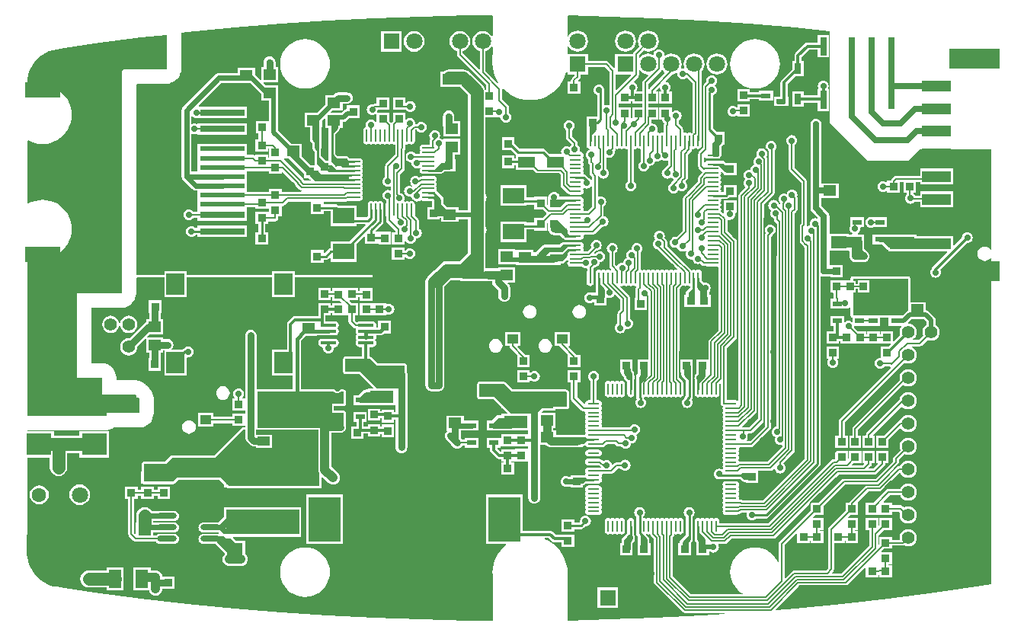
<source format=gtl>
%FSLAX44Y44*%
%MOMM*%
G71*
G01*
G75*
G04 Layer_Physical_Order=1*
G04 Layer_Color=255*
%ADD10R,0.9000X0.8500*%
%ADD11R,0.9000X0.9000*%
%ADD12O,1.8000X0.4000*%
%ADD13R,2.0000X2.4000*%
%ADD14R,1.4500X1.1500*%
%ADD15R,0.7000X2.0000*%
%ADD16R,1.1000X0.5500*%
%ADD17R,0.8000X1.2000*%
%ADD18R,1.4000X1.2000*%
%ADD19R,1.9000X1.3000*%
%ADD20R,3.6000X5.0000*%
%ADD21C,15.0000*%
%ADD22R,2.8000X2.4000*%
%ADD23O,2.2000X0.6000*%
%ADD24R,2.0500X3.6000*%
%ADD25R,8.1000X2.8000*%
%ADD26R,1.4000X2.0000*%
%ADD27R,1.4000X2.2000*%
%ADD28R,1.4000X1.0000*%
%ADD29R,1.8000X1.4000*%
%ADD30R,2.4000X1.8000*%
%ADD31O,0.2500X1.3500*%
%ADD32O,1.3500X0.2500*%
%ADD33O,0.2500X1.4000*%
%ADD34O,1.4000X0.2500*%
%ADD35R,4.0000X1.8000*%
%ADD36R,5.0000X0.6000*%
%ADD37R,5.0000X0.8000*%
%ADD38R,1.0000X0.6000*%
%ADD39R,2.6500X1.3500*%
%ADD40R,3.2000X1.2000*%
%ADD41R,5.6000X2.2000*%
%ADD42R,2.7000X1.4000*%
%ADD43R,1.0500X0.6000*%
%ADD44R,1.2000X1.0000*%
%ADD45C,0.2000*%
%ADD46C,0.1500*%
%ADD47C,0.2500*%
%ADD48C,0.3000*%
%ADD49C,0.9000*%
%ADD50C,0.8000*%
%ADD51C,0.6000*%
%ADD52C,0.7000*%
%ADD53C,0.7500*%
%ADD54C,1.0000*%
%ADD55C,1.4000*%
%ADD56C,1.2000*%
%ADD57C,0.5000*%
%ADD58C,0.4000*%
%ADD59C,1.4000*%
%ADD60C,2.7000*%
%ADD61R,1.8000X1.8000*%
%ADD62C,1.8000*%
%ADD63C,1.6000*%
%ADD64R,1.8000X1.8000*%
%ADD65C,0.7000*%
G36*
X-399602Y274098D02*
X-397200Y272255D01*
X-394402Y271096D01*
X-392007Y270781D01*
X-391685Y269834D01*
X-397343Y264176D01*
X-398061Y263101D01*
X-398103Y262891D01*
X-398314Y261833D01*
Y251500D01*
X-404643D01*
X-405086Y252397D01*
X-404259Y253474D01*
X-403654Y254934D01*
X-403448Y256500D01*
X-403654Y258066D01*
X-404259Y259526D01*
X-405221Y260779D01*
X-406474Y261741D01*
X-407480Y262158D01*
X-407675Y263139D01*
X-402707Y268107D01*
X-402227Y268825D01*
X-401989Y269182D01*
X-401736Y270450D01*
Y275324D01*
X-400789Y275646D01*
X-399602Y274098D01*
D02*
G37*
G36*
X-410310Y269876D02*
X-426762Y253424D01*
X-427686Y253806D01*
Y270800D01*
X-410693D01*
X-410310Y269876D01*
D02*
G37*
G36*
X-375417Y275682D02*
X-374202Y274098D01*
X-373246Y273364D01*
X-373180Y272367D01*
X-390023Y255523D01*
X-390729Y254467D01*
X-391686Y254757D01*
Y260460D01*
X-377307Y274840D01*
X-376604Y275893D01*
X-376495Y275896D01*
X-375417Y275682D01*
D02*
G37*
G36*
X-358983Y272025D02*
X-359052Y271500D01*
X-358846Y269934D01*
X-358241Y268474D01*
X-357279Y267221D01*
X-356026Y266259D01*
X-354566Y265654D01*
X-353000Y265448D01*
X-351434Y265654D01*
X-349974Y266259D01*
X-348826Y267140D01*
X-342564Y260877D01*
Y206529D01*
X-343343Y205750D01*
X-343410Y205650D01*
X-343500Y205590D01*
X-344537Y206283D01*
X-346000Y206574D01*
X-347463Y206283D01*
X-348500Y205590D01*
X-349537Y206283D01*
X-351000Y206574D01*
X-351913Y206392D01*
X-352686Y207026D01*
Y209750D01*
X-352897Y210808D01*
X-352939Y211018D01*
X-353657Y212093D01*
X-357186Y215623D01*
Y219855D01*
X-356221Y220596D01*
X-355259Y221849D01*
X-354654Y223309D01*
X-354448Y224875D01*
X-354654Y226441D01*
X-355259Y227901D01*
X-356221Y229154D01*
X-357474Y230116D01*
X-358934Y230721D01*
X-360500Y230927D01*
X-362066Y230721D01*
X-363526Y230116D01*
X-364603Y229289D01*
X-365500Y229732D01*
Y234500D01*
X-379500D01*
Y221000D01*
X-376296D01*
X-376123Y219684D01*
X-375518Y218224D01*
X-374556Y216971D01*
X-373591Y216230D01*
Y216223D01*
X-374061Y215518D01*
X-374103Y215308D01*
X-374314Y214250D01*
Y207026D01*
X-375087Y206392D01*
X-376000Y206574D01*
X-377463Y206283D01*
X-378500Y205590D01*
X-379537Y206283D01*
X-381000Y206574D01*
X-381308Y208120D01*
X-381173Y208444D01*
X-380967Y210010D01*
X-381173Y211577D01*
X-381778Y213036D01*
X-382740Y214289D01*
X-383993Y215251D01*
X-385453Y215856D01*
X-387019Y216062D01*
X-387435Y216007D01*
X-388186Y216667D01*
Y221000D01*
X-380500D01*
Y234500D01*
X-391686D01*
Y238000D01*
X-380500D01*
Y251500D01*
X-382647D01*
X-383029Y252424D01*
X-379398Y256055D01*
X-378451Y255734D01*
X-378345Y254934D01*
X-377741Y253474D01*
X-376914Y252397D01*
X-377357Y251500D01*
X-379500D01*
Y238000D01*
X-365500D01*
Y251500D01*
X-367643D01*
X-368086Y252397D01*
X-367259Y253474D01*
X-366654Y254934D01*
X-366448Y256500D01*
X-366654Y258066D01*
X-367259Y259526D01*
X-368221Y260779D01*
X-369474Y261741D01*
X-370934Y262346D01*
X-371734Y262451D01*
X-372055Y263398D01*
X-364563Y270890D01*
X-362998Y271096D01*
X-360200Y272255D01*
X-359849Y272525D01*
X-358983Y272025D01*
D02*
G37*
G36*
X-564406Y335915D02*
X-564444Y313490D01*
X-565405Y313300D01*
X-567248Y315702D01*
X-569650Y317545D01*
X-572448Y318704D01*
X-575450Y319099D01*
X-578452Y318704D01*
X-581250Y317545D01*
X-583652Y315702D01*
X-585495Y313300D01*
X-586654Y310502D01*
X-587049Y307500D01*
X-586654Y304498D01*
X-585495Y301700D01*
X-583652Y299298D01*
X-581250Y297455D01*
X-578764Y296425D01*
Y276756D01*
X-579688Y276374D01*
X-597536Y294223D01*
Y296425D01*
X-595050Y297455D01*
X-592648Y299298D01*
X-590805Y301700D01*
X-589646Y304498D01*
X-589251Y307500D01*
X-589646Y310502D01*
X-590805Y313300D01*
X-592648Y315702D01*
X-595050Y317545D01*
X-597848Y318704D01*
X-600850Y319099D01*
X-603852Y318704D01*
X-606650Y317545D01*
X-609052Y315702D01*
X-610895Y313300D01*
X-612054Y310502D01*
X-612449Y307500D01*
X-612054Y304498D01*
X-610895Y301700D01*
X-609052Y299298D01*
X-606650Y297455D01*
X-604164Y296425D01*
Y292850D01*
X-603953Y291792D01*
X-603911Y291582D01*
X-603193Y290507D01*
X-571314Y258627D01*
Y253250D01*
X-572800D01*
X-572994Y254730D01*
X-573555Y256084D01*
X-573952Y257041D01*
X-575475Y259025D01*
X-576225Y259776D01*
X-583224Y266775D01*
X-587724Y271275D01*
X-588998Y272252D01*
X-589975Y273526D01*
X-591959Y275048D01*
X-594270Y276005D01*
X-596750Y276332D01*
X-613000D01*
X-615480Y276005D01*
X-617791Y275048D01*
X-619483Y273750D01*
X-622500D01*
Y267372D01*
X-622582Y266750D01*
X-622500Y266128D01*
Y257250D01*
X-613622D01*
X-613000Y257168D01*
X-600719D01*
X-596775Y253225D01*
X-591832Y248281D01*
Y120098D01*
X-602250D01*
Y123250D01*
X-614843D01*
X-619177Y127584D01*
Y132000D01*
Y132000D01*
D01*
X-619468Y133463D01*
X-620296Y134704D01*
X-622796Y137204D01*
X-627283Y141690D01*
X-626718Y142537D01*
X-626427Y144000D01*
X-626718Y145463D01*
X-627410Y146500D01*
X-626718Y147537D01*
X-626427Y149000D01*
X-626718Y150463D01*
X-627410Y151500D01*
X-626718Y152537D01*
X-626427Y154000D01*
X-626718Y155463D01*
X-627546Y156704D01*
X-628787Y157532D01*
X-630250Y157823D01*
X-641750D01*
X-643213Y157532D01*
X-643540Y157314D01*
X-644000D01*
X-645268Y157061D01*
X-646055Y156536D01*
X-646974Y157241D01*
X-648434Y157846D01*
X-650000Y158052D01*
X-651566Y157846D01*
X-653026Y157241D01*
X-654279Y156279D01*
X-655241Y155026D01*
X-655846Y153566D01*
X-656052Y152000D01*
X-655846Y150434D01*
X-655241Y148974D01*
X-654279Y147721D01*
X-653779Y147337D01*
X-654279Y146471D01*
X-655184Y146846D01*
X-656750Y147052D01*
X-658316Y146846D01*
X-659776Y146241D01*
X-661029Y145279D01*
X-661991Y144026D01*
X-662596Y142566D01*
X-662802Y141000D01*
X-662596Y139434D01*
X-661991Y137974D01*
X-661029Y136721D01*
X-659776Y135759D01*
X-658316Y135154D01*
X-656750Y134948D01*
X-655249Y135146D01*
X-654456Y134537D01*
X-654377Y133940D01*
X-653773Y132481D01*
X-652811Y131227D01*
X-651557Y130266D01*
X-650098Y129661D01*
X-648532Y129455D01*
X-646965Y129661D01*
X-645506Y130266D01*
X-644298Y131192D01*
X-643213Y130468D01*
X-641750Y130177D01*
X-631834D01*
X-631823Y130166D01*
Y123250D01*
X-637000D01*
Y109250D01*
X-623000D01*
Y111177D01*
X-623000Y111177D01*
X-623000Y111177D01*
X-621750D01*
Y106750D01*
X-602250D01*
Y109902D01*
X-591832D01*
Y72690D01*
X-601216Y63306D01*
X-616500D01*
X-618197Y63083D01*
X-618852Y62811D01*
X-619778Y62428D01*
X-621136Y61386D01*
X-629297Y53225D01*
X-630529Y52279D01*
X-631475Y51047D01*
X-637136Y45386D01*
X-638178Y44028D01*
X-638561Y43102D01*
X-638833Y42447D01*
X-639056Y40750D01*
Y35500D01*
X-639056Y35500D01*
X-639056D01*
Y-66750D01*
X-639056Y-66750D01*
X-639056D01*
Y-74750D01*
X-638833Y-76447D01*
X-638178Y-78028D01*
X-637136Y-79386D01*
X-635778Y-80428D01*
X-634197Y-81083D01*
X-632500Y-81306D01*
X-624500D01*
X-622803Y-81083D01*
X-621222Y-80428D01*
X-619864Y-79386D01*
X-619864Y-79386D01*
X-619864Y-79386D01*
X-618822Y-78028D01*
X-618167Y-76447D01*
X-617944Y-74750D01*
X-617944Y-74750D01*
X-617944Y-74750D01*
Y-74750D01*
Y34784D01*
X-610534Y42194D01*
X-600750D01*
Y41250D01*
X-581250D01*
Y41444D01*
X-576000D01*
Y41250D01*
X-570996D01*
X-570827Y41180D01*
X-569000Y40940D01*
X-565056D01*
Y40250D01*
X-564833Y38553D01*
X-564561Y37898D01*
X-564178Y36972D01*
X-563136Y35614D01*
X-558056Y30534D01*
Y24500D01*
X-557833Y22803D01*
X-557178Y21222D01*
X-556136Y19864D01*
X-554778Y18822D01*
X-553197Y18167D01*
X-551500Y17944D01*
X-549803Y18167D01*
X-548222Y18822D01*
X-546864Y19864D01*
X-545822Y21222D01*
X-545167Y22803D01*
X-544944Y24500D01*
Y33250D01*
X-545167Y34947D01*
X-545359Y35410D01*
X-545822Y36528D01*
X-546864Y37886D01*
X-547555Y38576D01*
X-547172Y39500D01*
X-539500D01*
Y56500D01*
X-558500D01*
Y55060D01*
X-562000D01*
Y55250D01*
X-572668D01*
Y94115D01*
X-572009Y94974D01*
X-571404Y96434D01*
X-571198Y98000D01*
X-571404Y99566D01*
X-572009Y101026D01*
X-572668Y101885D01*
Y130365D01*
X-572009Y131224D01*
X-571404Y132684D01*
X-571198Y134250D01*
X-571404Y135816D01*
X-572009Y137276D01*
X-572668Y138135D01*
Y222750D01*
X-561000D01*
Y223116D01*
X-560103Y223559D01*
X-560053Y223520D01*
X-558593Y222916D01*
X-557027Y222709D01*
X-556208Y222817D01*
X-555415Y222208D01*
X-555345Y221684D01*
X-554741Y220224D01*
X-553779Y218971D01*
X-552526Y218009D01*
X-551066Y217404D01*
X-549500Y217198D01*
X-547934Y217404D01*
X-546474Y218009D01*
X-545221Y218971D01*
X-544259Y220224D01*
X-543654Y221684D01*
X-543448Y223250D01*
X-543654Y224816D01*
X-544259Y226276D01*
X-545221Y227529D01*
X-546186Y228270D01*
Y234000D01*
X-546397Y235058D01*
X-546439Y235268D01*
X-547157Y236343D01*
X-553686Y242873D01*
Y254607D01*
X-552882Y254910D01*
X-552733Y254940D01*
X-552275Y254418D01*
X-548173Y250820D01*
X-543635Y247788D01*
X-538741Y245375D01*
X-533574Y243621D01*
X-528222Y242556D01*
X-522777Y242199D01*
X-517332Y242556D01*
X-511980Y243621D01*
X-506813Y245375D01*
X-501919Y247788D01*
X-497382Y250820D01*
X-493279Y254418D01*
X-489681Y258521D01*
X-486650Y263058D01*
X-484236Y267952D01*
X-482487Y273106D01*
X-481500Y272943D01*
Y270800D01*
X-473314D01*
Y269623D01*
X-476343Y266593D01*
X-477061Y265518D01*
X-477103Y265308D01*
X-477314Y264250D01*
Y263250D01*
X-481000D01*
Y249750D01*
X-467000D01*
Y263250D01*
X-469007D01*
X-469390Y264174D01*
X-467657Y265907D01*
X-466939Y266982D01*
X-466897Y267192D01*
X-466686Y268250D01*
Y270800D01*
X-458500D01*
Y278986D01*
X-439673D01*
X-434314Y273627D01*
Y237075D01*
X-435145Y236519D01*
X-435934Y236846D01*
X-437500Y237052D01*
X-439066Y236846D01*
X-439845Y236523D01*
X-440677Y237078D01*
Y251177D01*
X-440405Y251834D01*
X-440198Y253400D01*
X-440405Y254966D01*
X-441009Y256426D01*
X-441971Y257679D01*
X-443224Y258641D01*
X-444684Y259246D01*
X-446250Y259452D01*
X-447816Y259246D01*
X-449276Y258641D01*
X-450529Y257679D01*
X-451491Y256426D01*
X-452096Y254966D01*
X-452302Y253400D01*
X-452096Y251834D01*
X-451491Y250374D01*
X-450529Y249121D01*
X-449276Y248159D01*
X-448323Y247764D01*
Y224000D01*
X-459750D01*
Y220369D01*
X-459823Y220000D01*
Y204500D01*
Y202750D01*
Y197250D01*
Y191750D01*
X-459532Y190287D01*
X-458704Y189046D01*
X-457463Y188218D01*
X-456955Y188117D01*
X-456857Y187121D01*
X-457776Y186741D01*
X-459029Y185779D01*
X-459991Y184526D01*
X-460596Y183066D01*
X-460802Y181500D01*
X-460596Y179934D01*
X-459991Y178474D01*
X-459029Y177221D01*
X-458086Y176497D01*
Y173508D01*
X-457834Y172240D01*
X-457115Y171165D01*
X-457074Y171138D01*
X-456836Y170900D01*
Y161022D01*
X-456626Y159965D01*
X-456584Y159754D01*
X-455866Y158679D01*
X-454064Y156877D01*
Y153979D01*
X-455011Y153658D01*
X-455493Y154287D01*
X-456747Y155248D01*
X-457373Y155508D01*
X-460569Y158704D01*
X-461809Y159532D01*
X-461832Y159537D01*
X-463165Y159802D01*
X-462927Y161000D01*
X-463218Y162463D01*
X-463910Y163500D01*
X-463218Y164537D01*
X-462927Y166000D01*
X-463218Y167463D01*
X-463910Y168500D01*
X-463218Y169537D01*
X-462927Y171000D01*
X-463218Y172463D01*
X-463910Y173500D01*
X-463218Y174537D01*
X-462927Y176000D01*
X-463218Y177463D01*
X-463910Y178500D01*
X-463218Y179537D01*
X-462927Y181000D01*
X-463218Y182463D01*
X-464046Y183704D01*
X-465287Y184532D01*
X-466750Y184823D01*
X-467095D01*
X-467650Y185655D01*
X-467427Y186193D01*
X-467221Y187759D01*
X-467427Y189326D01*
X-468032Y190785D01*
X-468994Y192038D01*
X-469959Y192779D01*
Y194273D01*
X-470170Y195331D01*
X-470212Y195541D01*
X-470930Y196616D01*
X-476186Y201873D01*
Y208980D01*
X-475221Y209721D01*
X-474259Y210974D01*
X-473655Y212434D01*
X-473448Y214000D01*
X-473655Y215566D01*
X-474259Y217026D01*
X-475221Y218279D01*
X-476474Y219241D01*
X-477934Y219846D01*
X-479500Y220052D01*
X-481066Y219846D01*
X-482526Y219241D01*
X-483779Y218279D01*
X-484741Y217026D01*
X-485346Y215566D01*
X-485552Y214000D01*
X-485346Y212434D01*
X-484741Y210974D01*
X-483779Y209721D01*
X-482814Y208980D01*
Y200500D01*
X-482603Y199442D01*
X-482561Y199232D01*
X-481843Y198157D01*
X-477054Y193368D01*
X-477120Y192370D01*
X-477552Y192038D01*
X-478514Y190785D01*
X-478629Y190509D01*
X-479552Y190126D01*
X-480707Y190605D01*
X-482273Y190811D01*
X-483840Y190605D01*
X-485299Y190000D01*
X-486553Y189038D01*
X-487514Y187785D01*
X-488119Y186325D01*
X-488325Y184759D01*
X-488127Y183252D01*
X-488786Y182500D01*
X-501093D01*
X-505546Y186954D01*
X-506787Y187782D01*
X-508250Y188074D01*
X-534666D01*
X-540000Y193407D01*
Y200750D01*
X-554000D01*
Y186750D01*
X-544157D01*
X-539000Y181593D01*
Y177574D01*
X-540000D01*
Y180750D01*
X-554000D01*
Y166750D01*
X-540000D01*
Y169927D01*
X-539000D01*
Y164500D01*
X-519436D01*
X-516843Y161907D01*
X-515768Y161189D01*
X-514500Y160936D01*
X-490123D01*
X-488564Y159377D01*
Y147750D01*
X-488353Y146692D01*
X-488311Y146482D01*
X-487593Y145407D01*
X-480843Y138657D01*
X-480574Y138477D01*
X-480454Y138296D01*
X-479213Y137468D01*
X-477750Y137177D01*
X-466750D01*
X-465287Y137468D01*
X-464046Y138296D01*
X-463218Y139537D01*
X-462927Y141000D01*
X-463218Y142463D01*
X-463910Y143500D01*
X-463218Y144537D01*
X-461339Y144162D01*
X-461339Y144162D01*
X-461339Y144162D01*
X-459772Y143956D01*
X-458206Y144162D01*
X-456747Y144766D01*
X-455493Y145728D01*
X-455011Y146357D01*
X-454064Y146036D01*
Y124123D01*
X-458872Y119314D01*
X-462474D01*
X-463108Y120087D01*
X-462927Y121000D01*
X-463218Y122463D01*
X-463910Y123500D01*
X-463218Y124537D01*
X-462927Y126000D01*
X-463218Y127463D01*
X-463910Y128500D01*
X-463218Y129537D01*
X-462927Y131000D01*
X-463218Y132463D01*
X-464046Y133704D01*
X-465287Y134532D01*
X-466750Y134824D01*
X-490024D01*
X-490154Y135816D01*
X-490759Y137276D01*
X-491721Y138529D01*
X-492974Y139491D01*
X-494434Y140096D01*
X-496000Y140302D01*
X-497566Y140096D01*
X-499026Y139491D01*
X-500279Y138529D01*
X-501241Y137276D01*
X-501846Y135816D01*
X-501986Y134750D01*
X-503000D01*
Y125743D01*
X-503168Y125673D01*
X-504000Y126229D01*
Y134750D01*
X-518000D01*
Y133823D01*
X-526500D01*
Y147500D01*
X-555500D01*
Y124500D01*
X-526500D01*
Y126177D01*
X-518000D01*
Y120750D01*
X-508686D01*
X-504843Y116907D01*
X-504411Y116618D01*
X-504313Y115623D01*
X-508686Y111250D01*
X-518000D01*
Y106073D01*
X-526500D01*
Y107500D01*
X-555500D01*
Y84500D01*
X-526500D01*
Y98427D01*
X-518000D01*
Y97250D01*
X-504000D01*
Y105772D01*
X-503168Y106327D01*
X-503000Y106257D01*
Y97250D01*
X-502170D01*
X-502096Y96684D01*
X-501491Y95224D01*
X-500529Y93971D01*
X-499276Y93009D01*
X-497816Y92404D01*
X-496250Y92198D01*
X-496015Y92229D01*
X-495750Y92177D01*
X-489834D01*
X-485954Y88296D01*
X-484713Y87468D01*
X-483250Y87177D01*
X-466750D01*
X-465287Y87468D01*
X-464046Y88296D01*
X-463218Y89537D01*
X-462927Y91000D01*
X-463108Y91913D01*
X-462474Y92686D01*
X-453250D01*
X-452192Y92897D01*
X-451982Y92939D01*
X-450907Y93657D01*
X-442957Y101607D01*
X-441750Y101448D01*
X-440184Y101654D01*
X-438724Y102259D01*
X-437471Y103221D01*
X-436509Y104474D01*
X-435904Y105934D01*
X-435698Y107500D01*
X-435904Y109066D01*
X-436509Y110526D01*
X-437471Y111779D01*
X-438724Y112741D01*
X-440184Y113345D01*
X-440497Y113387D01*
X-440936Y114000D01*
Y124257D01*
X-439971Y124998D01*
X-439009Y126252D01*
X-438404Y127711D01*
X-438198Y129277D01*
X-438404Y130844D01*
X-439009Y132303D01*
X-439971Y133557D01*
X-441224Y134518D01*
X-442684Y135123D01*
X-444250Y135329D01*
X-445816Y135123D01*
X-446605Y134796D01*
X-447436Y135352D01*
Y157599D01*
X-447020Y157772D01*
X-446489Y157952D01*
X-445551Y156729D01*
X-444297Y155767D01*
X-442838Y155162D01*
X-441272Y154956D01*
X-439705Y155162D01*
X-438246Y155767D01*
X-436992Y156729D01*
X-436031Y157982D01*
X-435426Y159441D01*
X-435220Y161008D01*
X-435426Y162574D01*
X-436031Y164034D01*
X-436992Y165287D01*
X-437686Y165820D01*
Y178322D01*
X-436855Y178878D01*
X-436316Y178654D01*
X-434750Y178448D01*
X-433184Y178654D01*
X-431724Y179259D01*
X-430471Y180221D01*
X-429509Y181474D01*
X-428904Y182934D01*
X-428698Y184500D01*
X-428857Y185707D01*
X-428657Y185907D01*
X-427939Y186982D01*
X-427790Y187728D01*
X-427463Y188218D01*
X-426000Y187927D01*
X-424537Y188218D01*
X-423500Y188910D01*
X-422463Y188218D01*
X-421000Y187927D01*
X-419537Y188218D01*
X-418500Y188910D01*
X-417463Y188218D01*
X-416000Y187927D01*
X-415087Y188108D01*
X-414314Y187474D01*
Y152020D01*
X-415279Y151279D01*
X-416241Y150026D01*
X-416846Y148566D01*
X-417052Y147000D01*
X-416846Y145434D01*
X-416241Y143974D01*
X-415279Y142721D01*
X-414026Y141759D01*
X-412566Y141154D01*
X-411000Y140948D01*
X-409434Y141154D01*
X-407974Y141759D01*
X-406721Y142721D01*
X-405759Y143974D01*
X-405154Y145434D01*
X-404948Y147000D01*
X-405154Y148566D01*
X-405759Y150026D01*
X-406721Y151279D01*
X-407686Y152020D01*
Y187474D01*
X-406913Y188108D01*
X-406000Y187927D01*
X-404537Y188218D01*
X-403500Y188910D01*
X-402463Y188218D01*
X-401000Y187927D01*
X-400337Y188059D01*
X-399564Y187424D01*
Y174235D01*
X-400799Y173288D01*
X-401760Y172034D01*
X-402365Y170575D01*
X-402571Y169008D01*
X-402365Y167442D01*
X-401760Y165982D01*
X-400799Y164729D01*
X-399545Y163767D01*
X-398086Y163163D01*
X-396519Y162957D01*
X-394953Y163163D01*
X-393493Y163767D01*
X-392240Y164729D01*
X-391278Y165982D01*
X-390674Y167442D01*
X-390468Y169008D01*
D01*
X-389769Y169207D01*
D01*
X-388203Y169413D01*
X-386743Y170018D01*
X-385490Y170979D01*
X-384528Y172233D01*
X-383923Y173692D01*
X-383098Y174169D01*
X-383085Y174163D01*
X-381519Y173957D01*
X-379952Y174163D01*
X-378493Y174768D01*
X-377239Y175730D01*
X-377141Y175857D01*
X-376150Y175988D01*
X-375526Y175509D01*
X-374066Y174904D01*
X-372500Y174698D01*
X-370934Y174904D01*
X-370145Y175231D01*
X-369314Y174676D01*
Y170623D01*
X-372861Y167075D01*
X-373370Y166313D01*
X-373544Y166241D01*
X-374797Y165279D01*
X-375759Y164026D01*
X-376364Y162567D01*
X-376570Y161000D01*
X-376364Y159434D01*
X-375759Y157974D01*
X-374797Y156721D01*
X-373544Y155759D01*
X-372084Y155155D01*
X-370518Y154948D01*
X-368952Y155155D01*
X-367492Y155759D01*
X-366650Y156406D01*
X-365658Y156276D01*
Y156276D01*
X-365047Y155479D01*
X-363793Y154517D01*
X-363255Y154294D01*
X-363060Y153313D01*
X-365843Y150530D01*
X-366441Y149635D01*
X-367547Y148786D01*
X-368509Y147533D01*
X-369113Y146073D01*
X-369319Y144507D01*
X-369113Y142941D01*
X-368509Y141481D01*
X-367547Y140228D01*
X-366294Y139266D01*
X-364834Y138661D01*
X-363268Y138455D01*
X-361701Y138661D01*
X-360242Y139266D01*
X-358988Y140228D01*
X-358027Y141481D01*
X-357449Y141636D01*
X-357293Y141516D01*
X-355834Y140912D01*
X-354267Y140705D01*
X-352701Y140912D01*
X-351241Y141516D01*
X-349988Y142478D01*
X-349026Y143731D01*
X-348422Y145191D01*
X-348215Y146757D01*
X-348422Y148323D01*
X-349026Y149783D01*
X-349988Y151036D01*
X-350051Y151999D01*
X-348675Y153376D01*
X-347956Y154451D01*
X-347704Y155719D01*
Y181110D01*
X-343907Y184907D01*
X-343427Y185625D01*
X-343189Y185982D01*
X-342936Y187250D01*
Y187524D01*
X-342163Y188158D01*
X-341000Y187927D01*
X-339537Y188218D01*
X-338500Y188910D01*
X-337463Y188218D01*
X-336000Y187927D01*
X-334537Y188218D01*
X-333296Y189046D01*
X-332468Y190287D01*
X-332177Y191750D01*
Y202750D01*
X-332436Y204056D01*
Y274069D01*
X-332398Y274098D01*
X-330555Y276500D01*
X-329396Y279298D01*
X-329001Y282300D01*
X-329396Y285302D01*
X-330555Y288100D01*
X-332398Y290502D01*
X-334800Y292345D01*
X-337598Y293504D01*
X-340600Y293899D01*
X-343602Y293504D01*
X-346400Y292345D01*
X-348802Y290502D01*
X-350645Y288100D01*
X-351804Y285302D01*
X-352199Y282300D01*
X-351804Y279298D01*
X-351353Y278208D01*
X-351962Y277415D01*
X-353000Y277552D01*
X-354566Y277346D01*
X-354613Y277326D01*
X-355320Y278034D01*
X-354796Y279298D01*
X-354401Y282300D01*
X-354796Y285302D01*
X-355955Y288100D01*
X-357798Y290502D01*
X-360200Y292345D01*
X-362998Y293504D01*
X-366000Y293899D01*
X-369002Y293504D01*
X-371800Y292345D01*
X-372934Y291475D01*
X-373800Y291975D01*
X-373698Y292750D01*
X-373904Y294316D01*
X-374509Y295776D01*
X-375471Y297029D01*
X-376724Y297991D01*
X-378184Y298596D01*
X-379750Y298802D01*
X-381316Y298596D01*
X-382776Y297991D01*
X-384029Y297029D01*
X-384991Y295776D01*
X-385596Y294316D01*
X-385735Y293260D01*
X-386601Y292760D01*
X-388398Y293504D01*
X-391400Y293899D01*
X-394402Y293504D01*
X-397200Y292345D01*
X-399602Y290502D01*
X-400789Y288954D01*
X-401736Y289276D01*
Y292428D01*
X-396711Y297453D01*
X-394402Y296496D01*
X-391400Y296101D01*
X-388398Y296496D01*
X-385600Y297655D01*
X-383198Y299498D01*
X-381355Y301900D01*
X-380196Y304698D01*
X-379801Y307700D01*
X-380196Y310702D01*
X-381355Y313500D01*
X-383198Y315902D01*
X-385600Y317745D01*
X-388398Y318904D01*
X-391400Y319299D01*
X-394402Y318904D01*
X-397200Y317745D01*
X-399602Y315902D01*
X-401445Y313500D01*
X-402604Y310702D01*
X-402999Y307700D01*
X-402604Y304698D01*
X-401501Y302035D01*
X-407393Y296143D01*
X-408111Y295068D01*
X-408153Y294858D01*
X-408364Y293800D01*
Y293800D01*
X-428300D01*
Y278293D01*
X-429224Y277910D01*
X-435957Y284643D01*
X-437032Y285361D01*
X-437242Y285403D01*
X-438300Y285614D01*
X-458500D01*
Y293800D01*
X-480443D01*
X-481150Y294507D01*
X-481150Y302004D01*
X-480169Y302199D01*
X-480045Y301900D01*
X-478202Y299498D01*
X-475800Y297655D01*
X-473002Y296496D01*
X-470000Y296101D01*
X-466998Y296496D01*
X-464200Y297655D01*
X-461798Y299498D01*
X-459955Y301900D01*
X-458796Y304698D01*
X-458401Y307700D01*
X-458796Y310702D01*
X-459955Y313500D01*
X-461798Y315902D01*
X-464200Y317745D01*
X-466998Y318904D01*
X-470000Y319299D01*
X-473002Y318904D01*
X-475800Y317745D01*
X-478202Y315902D01*
X-480045Y313500D01*
X-480169Y313202D01*
X-481149Y313397D01*
X-481149Y335556D01*
X-480434Y336255D01*
X-435695Y335241D01*
X-383713Y333277D01*
X-331767Y330528D01*
X-279868Y326996D01*
X-228029Y322679D01*
X-189537Y318888D01*
X-189516Y318863D01*
Y217000D01*
X-189072Y215928D01*
X-148072Y174928D01*
X-147000Y174484D01*
X-103000Y174500D01*
X-90016Y187484D01*
X-10000D01*
X-9999Y76421D01*
X-10946Y76100D01*
X-11794Y77206D01*
X-13465Y78488D01*
X-15412Y79294D01*
X-17500Y79569D01*
X-19588Y79294D01*
X-21535Y78488D01*
X-23206Y77206D01*
X-24488Y75535D01*
X-25294Y73588D01*
X-25569Y71500D01*
X-25294Y69412D01*
X-24488Y67466D01*
X-23206Y65794D01*
X-21535Y64512D01*
X-19588Y63706D01*
X-17500Y63431D01*
X-15412Y63706D01*
X-13465Y64512D01*
X-11794Y65794D01*
X-10946Y66900D01*
X-9999Y66579D01*
X-9995Y-295762D01*
X-21499Y-297602D01*
X-72983Y-305041D01*
X-124574Y-311701D01*
X-176260Y-317581D01*
X-228029Y-322679D01*
X-249176Y-324440D01*
X-249597Y-323533D01*
X-223627Y-297564D01*
X-172250D01*
X-171192Y-297353D01*
X-170982Y-297311D01*
X-169907Y-296593D01*
X-150674Y-277360D01*
X-149750Y-277743D01*
Y-288500D01*
X-135750D01*
Y-285778D01*
X-134846Y-285350D01*
X-134750Y-285429D01*
Y-288000D01*
X-120750D01*
Y-274500D01*
X-124436D01*
Y-273500D01*
X-120750D01*
Y-260000D01*
X-132007D01*
X-132390Y-259076D01*
X-129814Y-256500D01*
X-120750D01*
Y-253064D01*
X-108150D01*
X-107092Y-252853D01*
X-106946Y-252824D01*
X-105180Y-253555D01*
X-102700Y-253882D01*
X-100220Y-253555D01*
X-97909Y-252598D01*
X-95925Y-251075D01*
X-94402Y-249091D01*
X-93444Y-246780D01*
X-93118Y-244300D01*
X-93444Y-241820D01*
X-94402Y-239509D01*
X-95925Y-237525D01*
X-97909Y-236002D01*
X-100220Y-235044D01*
X-102700Y-234718D01*
X-105180Y-235044D01*
X-107491Y-236002D01*
X-109475Y-237525D01*
X-110998Y-239509D01*
X-111955Y-241820D01*
X-112282Y-244300D01*
X-112100Y-245685D01*
X-112759Y-246436D01*
X-120750D01*
Y-243000D01*
X-134750D01*
Y-251535D01*
X-135582Y-252091D01*
X-135936Y-251944D01*
Y-241623D01*
X-129814Y-235500D01*
X-120750D01*
Y-222000D01*
X-134750D01*
Y-230271D01*
X-135582Y-230827D01*
X-135750Y-230757D01*
Y-222000D01*
X-149750D01*
Y-235500D01*
X-146064D01*
Y-252877D01*
X-177122Y-283936D01*
X-186943D01*
X-187326Y-283012D01*
X-185907Y-281593D01*
X-185189Y-280518D01*
X-184936Y-279250D01*
X-184936Y-279250D01*
X-184936Y-279250D01*
Y-279250D01*
Y-250500D01*
X-173250D01*
Y-247778D01*
X-172346Y-247350D01*
X-172250Y-247429D01*
Y-250000D01*
X-158250D01*
Y-236500D01*
X-161936D01*
Y-235500D01*
X-158250D01*
Y-222000D01*
X-169507D01*
X-169890Y-221076D01*
X-167314Y-218500D01*
X-158250D01*
Y-205000D01*
X-158250Y-205000D01*
X-158250D01*
X-158488Y-204425D01*
X-146627Y-192564D01*
X-134340D01*
X-133282Y-192353D01*
X-133072Y-192311D01*
X-131997Y-191593D01*
X-112307Y-171903D01*
X-111327Y-172098D01*
X-110998Y-172891D01*
X-109475Y-174875D01*
X-107491Y-176398D01*
X-105180Y-177355D01*
X-102700Y-177682D01*
X-100220Y-177355D01*
X-97909Y-176398D01*
X-95925Y-174875D01*
X-94402Y-172891D01*
X-93444Y-170580D01*
X-93118Y-168100D01*
X-93444Y-165620D01*
X-94402Y-163309D01*
X-95925Y-161325D01*
X-97909Y-159802D01*
X-100220Y-158844D01*
X-102700Y-158518D01*
X-105180Y-158844D01*
X-107491Y-159802D01*
X-109475Y-161325D01*
X-110998Y-163309D01*
X-111610Y-164786D01*
X-113190D01*
X-114248Y-164997D01*
X-114458Y-165039D01*
X-115011Y-165408D01*
X-115645Y-164635D01*
X-114157Y-163146D01*
X-113439Y-162071D01*
X-113397Y-161861D01*
X-113186Y-160803D01*
Y-157872D01*
X-106657Y-151343D01*
X-105180Y-151955D01*
X-102700Y-152282D01*
X-100220Y-151955D01*
X-97909Y-150998D01*
X-95925Y-149475D01*
X-94402Y-147491D01*
X-93444Y-145180D01*
X-93118Y-142700D01*
X-93444Y-140220D01*
X-94402Y-137909D01*
X-95925Y-135925D01*
X-97909Y-134402D01*
X-100220Y-133444D01*
X-102700Y-133118D01*
X-105180Y-133444D01*
X-107491Y-134402D01*
X-109475Y-135925D01*
X-110998Y-137909D01*
X-111955Y-140220D01*
X-112282Y-142700D01*
X-111955Y-145180D01*
X-111343Y-146657D01*
X-118843Y-154157D01*
X-119561Y-155232D01*
X-119603Y-155442D01*
X-119814Y-156500D01*
Y-157697D01*
X-119814Y-157697D01*
Y-159431D01*
X-138819Y-178436D01*
X-174000D01*
X-175268Y-178689D01*
X-175625Y-178927D01*
X-176343Y-179407D01*
X-201936Y-205000D01*
X-209658D01*
X-210041Y-204076D01*
X-180028Y-174064D01*
X-140250D01*
X-139192Y-173853D01*
X-138982Y-173811D01*
X-137907Y-173093D01*
X-129157Y-164343D01*
X-128439Y-163268D01*
X-128186Y-162000D01*
Y-161250D01*
X-124500D01*
Y-147750D01*
X-138500D01*
Y-161250D01*
X-136743D01*
X-136360Y-162174D01*
X-141622Y-167436D01*
X-145943D01*
X-146326Y-166512D01*
X-144157Y-164343D01*
X-143677Y-163625D01*
X-143439Y-163268D01*
X-143186Y-162000D01*
Y-161250D01*
X-139500D01*
Y-147750D01*
X-153500D01*
Y-161250D01*
X-151743D01*
X-151360Y-162174D01*
X-153123Y-163936D01*
X-164944D01*
X-165326Y-163013D01*
X-163564Y-161250D01*
X-154500D01*
Y-147750D01*
X-168500D01*
Y-156021D01*
X-169331Y-156577D01*
X-169500Y-156507D01*
Y-147750D01*
X-183500D01*
Y-156814D01*
X-183623Y-156936D01*
X-185750D01*
X-187018Y-157189D01*
X-187375Y-157427D01*
X-188093Y-157907D01*
X-258123Y-227936D01*
X-312177D01*
Y-225750D01*
X-312468Y-224287D01*
X-313297Y-223046D01*
X-314537Y-222218D01*
X-316000Y-221926D01*
X-317463Y-222218D01*
X-318500Y-222910D01*
X-319537Y-222218D01*
X-321000Y-221926D01*
X-322463Y-222218D01*
X-323500Y-222910D01*
X-324537Y-222218D01*
X-326000Y-221926D01*
X-327463Y-222218D01*
X-328500Y-222910D01*
X-329537Y-222218D01*
X-331000Y-221926D01*
X-332463Y-222218D01*
X-333500Y-222910D01*
X-334537Y-222218D01*
X-336000Y-221926D01*
X-337463Y-222218D01*
X-338704Y-223046D01*
X-339532Y-224287D01*
X-339823Y-225750D01*
Y-231250D01*
Y-236750D01*
Y-239250D01*
Y-242750D01*
X-339823Y-242750D01*
X-339823D01*
Y-245750D01*
X-339823Y-245750D01*
X-339823D01*
X-339532Y-247213D01*
X-338704Y-248454D01*
X-338073Y-249084D01*
Y-255250D01*
X-338000Y-255619D01*
Y-263750D01*
X-324000D01*
Y-259848D01*
X-322212D01*
X-322026Y-259991D01*
X-320566Y-260596D01*
X-319000Y-260802D01*
X-317434Y-260596D01*
X-315974Y-259991D01*
X-314721Y-259029D01*
X-313759Y-257776D01*
X-313154Y-256316D01*
X-312948Y-254750D01*
X-313154Y-253184D01*
X-313688Y-251895D01*
X-313133Y-251064D01*
X-306250D01*
X-305192Y-250853D01*
X-304982Y-250811D01*
X-303907Y-250093D01*
X-298877Y-245064D01*
X-252401D01*
X-251343Y-244853D01*
X-251133Y-244811D01*
X-250058Y-244093D01*
X-211924Y-205959D01*
X-211000Y-206342D01*
Y-214064D01*
X-245593Y-248657D01*
X-246311Y-249732D01*
X-246353Y-249942D01*
X-246564Y-251000D01*
Y-271413D01*
X-247546Y-271608D01*
X-248222Y-269977D01*
X-250483Y-266286D01*
X-253294Y-262994D01*
X-256586Y-260183D01*
X-260277Y-257922D01*
X-264276Y-256265D01*
X-268485Y-255255D01*
X-272800Y-254915D01*
X-277115Y-255255D01*
X-281324Y-256265D01*
X-285323Y-257922D01*
X-289014Y-260183D01*
X-292306Y-262994D01*
X-295117Y-266286D01*
X-297378Y-269977D01*
X-299035Y-273976D01*
X-300045Y-278185D01*
X-300385Y-282500D01*
X-300045Y-286815D01*
X-299035Y-291024D01*
X-297378Y-295023D01*
X-295117Y-298714D01*
X-292306Y-302006D01*
X-289014Y-304817D01*
X-286735Y-306213D01*
X-287006Y-307176D01*
X-343888D01*
X-364186Y-286877D01*
Y-243623D01*
X-363657Y-243093D01*
X-363177Y-242375D01*
X-362939Y-242018D01*
X-362686Y-240750D01*
X-362463Y-240282D01*
Y-240282D01*
D01*
X-361000Y-240573D01*
X-359537Y-240282D01*
X-358500Y-239590D01*
X-357463Y-240282D01*
X-356000Y-240573D01*
X-354537Y-240282D01*
X-353296Y-239454D01*
X-352468Y-238213D01*
X-352177Y-236750D01*
Y-225750D01*
X-352468Y-224287D01*
X-353296Y-223046D01*
X-354537Y-222218D01*
X-356000Y-221926D01*
X-357463Y-222218D01*
X-358500Y-222910D01*
X-359537Y-222218D01*
X-361000Y-221926D01*
X-362463Y-222218D01*
X-363500Y-222910D01*
X-364537Y-222218D01*
X-366000Y-221926D01*
X-367463Y-222218D01*
X-368500Y-222910D01*
X-369537Y-222218D01*
X-371000Y-221926D01*
X-372463Y-222218D01*
X-373500Y-222910D01*
X-374537Y-222218D01*
X-376000Y-221926D01*
X-377463Y-222218D01*
X-378500Y-222910D01*
X-379537Y-222218D01*
X-381000Y-221926D01*
X-382463Y-222218D01*
X-383500Y-222910D01*
X-384537Y-222218D01*
X-386000Y-221926D01*
X-387463Y-222218D01*
X-388500Y-222910D01*
X-389537Y-222218D01*
X-391000Y-221926D01*
X-392463Y-222218D01*
X-393500Y-222910D01*
X-394537Y-222218D01*
X-396000Y-221926D01*
X-396404Y-222007D01*
X-397023Y-221498D01*
X-397007Y-220499D01*
X-396721Y-220279D01*
X-395759Y-219026D01*
X-395154Y-217566D01*
X-394948Y-216000D01*
X-395154Y-214434D01*
X-395759Y-212974D01*
X-396721Y-211721D01*
X-397974Y-210759D01*
X-399434Y-210154D01*
X-401000Y-209948D01*
X-402566Y-210154D01*
X-404026Y-210759D01*
X-405279Y-211721D01*
X-406241Y-212974D01*
X-406846Y-214434D01*
X-407052Y-216000D01*
X-406846Y-217566D01*
X-406241Y-219026D01*
X-405279Y-220279D01*
X-404823Y-220629D01*
Y-225750D01*
Y-231250D01*
Y-231250D01*
Y-236750D01*
Y-239000D01*
X-404532Y-240463D01*
X-403704Y-241704D01*
X-403073Y-242334D01*
Y-243500D01*
Y-256500D01*
X-403000Y-256869D01*
Y-263750D01*
X-389000D01*
Y-249750D01*
X-390427D01*
Y-245750D01*
X-390718Y-244287D01*
X-391546Y-243046D01*
X-393844Y-240749D01*
X-393811Y-240413D01*
X-392907Y-239986D01*
X-392463Y-240282D01*
X-391000Y-240573D01*
X-390009Y-240376D01*
X-389178Y-240932D01*
X-389103Y-241308D01*
X-389061Y-241518D01*
X-388343Y-242593D01*
X-385064Y-245873D01*
Y-293799D01*
X-384853Y-294857D01*
X-384811Y-295067D01*
X-384093Y-296142D01*
X-353403Y-326833D01*
X-352328Y-327551D01*
X-352328Y-327551D01*
X-352327Y-327551D01*
D01*
X-352327Y-327551D01*
X-352327Y-327551D01*
X-351059Y-327803D01*
X-306445D01*
X-306411Y-328802D01*
X-331767Y-330528D01*
X-383713Y-333277D01*
X-435695Y-335241D01*
X-480434Y-336255D01*
X-481149Y-335555D01*
X-481061Y-283916D01*
X-481418Y-278471D01*
X-482482Y-273119D01*
X-484236Y-267952D01*
X-486650Y-263058D01*
X-489681Y-258521D01*
X-493279Y-254418D01*
X-497382Y-250820D01*
X-501919Y-247788D01*
X-506453Y-245552D01*
X-506226Y-244578D01*
X-502189D01*
X-498634Y-248134D01*
X-498634Y-248134D01*
X-497311Y-249018D01*
X-495750Y-249328D01*
X-487750D01*
Y-254500D01*
X-473750D01*
Y-241000D01*
X-487750D01*
Y-241172D01*
X-494061D01*
X-497616Y-237616D01*
X-498939Y-236732D01*
X-499198Y-236681D01*
X-500500Y-236422D01*
X-500500Y-236422D01*
X-530750D01*
Y-196000D01*
X-571750D01*
Y-251000D01*
X-549798D01*
X-549445Y-251936D01*
X-552275Y-254418D01*
X-555873Y-258521D01*
X-558905Y-263058D01*
X-561318Y-267952D01*
X-563072Y-273119D01*
X-564137Y-278471D01*
X-564494Y-283916D01*
X-564404D01*
Y-335916D01*
X-565114Y-336620D01*
X-591736Y-336419D01*
X-643742Y-335241D01*
X-695724Y-333277D01*
X-747670Y-330528D01*
X-799569Y-326996D01*
X-851408Y-322679D01*
X-903177Y-317581D01*
X-954863Y-311701D01*
X-1006454Y-305041D01*
X-1040260Y-300156D01*
X-1040269Y-300145D01*
Y-300145D01*
X-1040269Y-300145D01*
X-1048949Y-298766D01*
X-1052790Y-298002D01*
X-1057582Y-296375D01*
X-1062121Y-294137D01*
X-1066328Y-291325D01*
X-1070133Y-287989D01*
X-1073469Y-284184D01*
X-1076281Y-279977D01*
X-1078519Y-275438D01*
X-1080145Y-270646D01*
X-1081133Y-265683D01*
X-1081458Y-260716D01*
X-1081381Y-260634D01*
X-1081381D01*
X-1081397Y-155707D01*
X-1080690Y-155000D01*
X-1056582D01*
Y-166000D01*
X-1056255Y-168480D01*
X-1055298Y-170791D01*
X-1053775Y-172775D01*
X-1051791Y-174298D01*
X-1049480Y-175256D01*
X-1047000Y-175582D01*
X-1044520Y-175256D01*
X-1042209Y-174298D01*
X-1040225Y-172775D01*
X-1038702Y-170791D01*
X-1037745Y-168480D01*
X-1037418Y-166000D01*
Y-151000D01*
Y-150082D01*
X-1023750D01*
Y-155000D01*
X-990750D01*
Y-126000D01*
X-1023750D01*
Y-130918D01*
X-1051750D01*
Y-126000D01*
X-1080827D01*
X-1081210Y-125076D01*
X-1080695Y-124561D01*
X-993500D01*
X-990363Y-124253D01*
X-987347Y-123338D01*
X-984568Y-121852D01*
X-984233Y-121577D01*
X-957082D01*
X-953946Y-121269D01*
X-950930Y-120354D01*
X-948150Y-118868D01*
X-945714Y-116868D01*
X-943714Y-114432D01*
X-942229Y-111653D01*
X-941314Y-108637D01*
X-941005Y-105500D01*
Y-90190D01*
X-941082Y-89404D01*
Y-88614D01*
X-941236Y-87839D01*
X-941314Y-87053D01*
X-941543Y-86298D01*
X-941697Y-85523D01*
X-941999Y-84793D01*
X-942229Y-84038D01*
X-942601Y-83341D01*
X-942903Y-82611D01*
X-943551Y-81399D01*
X-943749Y-80922D01*
X-944188Y-80265D01*
X-944560Y-79568D01*
X-945061Y-78958D01*
X-945500Y-78301D01*
X-946058Y-77742D01*
X-946560Y-77132D01*
X-947170Y-76631D01*
X-947728Y-76072D01*
X-947983Y-75902D01*
X-948072Y-75769D01*
X-948630Y-75211D01*
X-949131Y-74600D01*
X-949742Y-74099D01*
X-950301Y-73540D01*
X-950957Y-73102D01*
X-951568Y-72600D01*
X-952264Y-72228D01*
X-952921Y-71789D01*
X-954733Y-70821D01*
X-955462Y-70519D01*
X-956159Y-70146D01*
X-956915Y-69917D01*
X-957645Y-69615D01*
X-958419Y-69461D01*
X-959175Y-69232D01*
X-959961Y-69154D01*
X-960736Y-69000D01*
X-961525D01*
X-962312Y-68923D01*
X-982673D01*
Y-66250D01*
X-982981Y-63113D01*
X-983896Y-60097D01*
X-985382Y-57318D01*
X-987382Y-54882D01*
X-989818Y-52882D01*
X-992597Y-51396D01*
X-995613Y-50482D01*
X-998750Y-50173D01*
X-1010423D01*
Y11173D01*
X-977207D01*
X-977207Y11173D01*
X-977207Y11173D01*
X-975813Y11310D01*
X-974071Y11481D01*
X-974070Y11482D01*
X-974070Y11482D01*
X-972897Y11838D01*
X-971055Y12396D01*
X-971054Y12397D01*
X-971054Y12397D01*
X-969534Y13209D01*
X-968275Y13882D01*
X-968275Y13882D01*
X-968275Y13882D01*
X-967102Y14845D01*
X-965839Y15882D01*
X-965838Y15882D01*
X-965838Y15882D01*
X-965131Y16589D01*
X-965131Y16589D01*
X-965131Y16589D01*
X-964126Y17814D01*
X-963132Y19025D01*
X-963132Y19026D01*
X-963132Y19026D01*
X-962298Y20585D01*
X-961646Y21805D01*
X-961646Y21805D01*
X-961646Y21806D01*
X-961051Y23766D01*
X-960732Y24821D01*
X-960731Y24821D01*
X-960731Y24822D01*
X-960556Y26602D01*
X-960423Y27958D01*
X-960423Y27958D01*
X-960423Y27958D01*
X-960424Y44293D01*
X-959717Y45000D01*
X-929250D01*
Y23000D01*
X-904250D01*
Y45000D01*
X-809250D01*
Y23000D01*
X-784250D01*
Y45000D01*
X-698000D01*
Y48000D01*
X-784250D01*
Y52000D01*
X-809250D01*
Y48000D01*
X-904250D01*
Y52000D01*
X-929250D01*
Y48000D01*
X-960424D01*
X-960438Y259732D01*
X-959731Y260439D01*
X-927223D01*
X-924087Y260748D01*
X-921070Y261662D01*
X-918291Y263148D01*
X-915855Y265148D01*
X-915854Y265148D01*
X-915147Y265855D01*
Y265855D01*
X-915147D01*
X-914789Y266292D01*
X-913148Y268291D01*
X-912354Y269777D01*
X-911662Y271071D01*
X-911173Y272683D01*
X-910748Y274087D01*
X-910439Y277223D01*
Y277223D01*
Y277223D01*
X-910439Y314175D01*
X-910483Y314629D01*
X-910464Y315085D01*
X-910609Y316009D01*
X-910002Y316804D01*
X-903177Y317581D01*
X-851408Y322679D01*
X-799569Y326996D01*
X-747670Y330528D01*
X-695724Y333277D01*
X-643742Y335241D01*
X-591736Y336419D01*
X-565115Y336620D01*
X-564406Y335915D01*
D02*
G37*
G36*
X-148616Y-186059D02*
X-149058Y-186147D01*
X-149268Y-186189D01*
X-150343Y-186907D01*
X-167593Y-204157D01*
X-168157Y-205000D01*
X-172250D01*
Y-214064D01*
X-190593Y-232407D01*
X-191311Y-233482D01*
X-191353Y-233692D01*
X-191564Y-234750D01*
Y-277877D01*
X-194123Y-280436D01*
X-229349D01*
X-230407Y-280647D01*
X-230617Y-280689D01*
X-231692Y-281407D01*
X-239013Y-288727D01*
X-239936Y-288344D01*
Y-252373D01*
X-226924Y-239360D01*
X-226000Y-239743D01*
Y-250500D01*
X-212000D01*
Y-247752D01*
X-211096Y-247324D01*
X-211000Y-247403D01*
Y-250000D01*
X-197000D01*
Y-236500D01*
X-200686D01*
Y-235500D01*
X-197000D01*
Y-222000D01*
X-208257D01*
X-208640Y-221076D01*
X-206064Y-218500D01*
X-197000D01*
Y-209436D01*
X-172627Y-185064D01*
X-148714D01*
X-148616Y-186059D01*
D02*
G37*
G36*
X-409500Y238000D02*
X-398314D01*
Y234500D01*
X-409500D01*
Y222410D01*
X-410382Y221939D01*
X-410500Y222018D01*
Y234500D01*
X-424186D01*
Y238000D01*
X-410500D01*
Y240672D01*
X-409500D01*
Y238000D01*
D02*
G37*
G36*
X-564464Y301370D02*
X-564494Y283916D01*
X-564137Y278471D01*
X-563072Y273119D01*
X-561318Y267952D01*
X-558905Y263058D01*
X-558282Y262126D01*
X-559055Y261492D01*
X-572136Y274573D01*
Y296425D01*
X-569650Y297455D01*
X-567248Y299298D01*
X-565411Y301692D01*
X-564464Y301370D01*
D02*
G37*
G36*
X-926516Y314175D02*
X-926516Y277223D01*
X-927223Y276516D01*
X-975000D01*
X-976516Y275000D01*
X-976500Y27957D01*
X-977207Y27250D01*
X-1026500D01*
Y-66250D01*
X-998750D01*
Y-85000D01*
X-962312D01*
X-960500Y-85968D01*
Y-88500D01*
X-957928D01*
X-957853Y-88748D01*
X-957082Y-90190D01*
Y-105500D01*
X-993500D01*
Y-108484D01*
X-1081381D01*
Y70185D01*
X-1080531Y70713D01*
X-1077156Y69048D01*
X-1073141Y67685D01*
X-1068982Y66858D01*
X-1064750Y66581D01*
X-1060518Y66858D01*
X-1056359Y67685D01*
X-1052344Y69048D01*
X-1048540Y70924D01*
X-1045014Y73280D01*
X-1041826Y76076D01*
X-1039030Y79264D01*
X-1036674Y82790D01*
X-1034798Y86594D01*
X-1033435Y90609D01*
X-1032608Y94768D01*
X-1032331Y99000D01*
X-1032608Y103232D01*
X-1033435Y107391D01*
X-1034798Y111406D01*
X-1036674Y115210D01*
X-1039030Y118736D01*
X-1041826Y121924D01*
X-1045014Y124720D01*
X-1048540Y127076D01*
X-1052344Y128952D01*
X-1056359Y130315D01*
X-1060518Y131142D01*
X-1064750Y131419D01*
X-1068982Y131142D01*
X-1073141Y130315D01*
X-1077156Y128952D01*
X-1080531Y127287D01*
X-1081381Y127815D01*
Y197185D01*
X-1080531Y197713D01*
X-1077156Y196048D01*
X-1073141Y194685D01*
X-1068982Y193858D01*
X-1064750Y193581D01*
X-1060518Y193858D01*
X-1056359Y194685D01*
X-1052344Y196048D01*
X-1048540Y197924D01*
X-1045014Y200280D01*
X-1041826Y203076D01*
X-1039030Y206264D01*
X-1036674Y209790D01*
X-1034798Y213594D01*
X-1033435Y217609D01*
X-1032608Y221768D01*
X-1032331Y226000D01*
X-1032608Y230232D01*
X-1033435Y234391D01*
X-1034798Y238406D01*
X-1036674Y242210D01*
X-1039030Y245736D01*
X-1041826Y248924D01*
X-1045014Y251720D01*
X-1048540Y254076D01*
X-1052344Y255952D01*
X-1056359Y257315D01*
X-1060518Y258142D01*
X-1064750Y258419D01*
X-1068982Y258142D01*
X-1073141Y257315D01*
X-1077156Y255952D01*
X-1080531Y254287D01*
X-1081381Y254815D01*
Y260634D01*
X-1081381D01*
X-1081458Y260716D01*
X-1081133Y265683D01*
X-1080145Y270646D01*
X-1078519Y275438D01*
X-1076281Y279977D01*
X-1073469Y284184D01*
X-1070133Y287989D01*
X-1066328Y291325D01*
X-1062121Y294137D01*
X-1057582Y296375D01*
X-1052790Y298002D01*
X-1048949Y298766D01*
X-1040268Y300145D01*
X-1040268Y300145D01*
Y300145D01*
X-1040260Y300156D01*
X-1006454Y305041D01*
X-954863Y311701D01*
X-927262Y314841D01*
X-926516Y314175D01*
D02*
G37*
%LPC*%
G36*
X-533500Y-15500D02*
X-550500D01*
Y-30500D01*
X-546319D01*
X-545569Y-31250D01*
X-545569Y-31250D01*
D01*
X-545297Y-32616D01*
X-544523Y-33773D01*
X-537000Y-41297D01*
Y-54250D01*
X-523000D01*
Y-40750D01*
X-527461D01*
X-527477Y-40727D01*
X-536779Y-31424D01*
X-536397Y-30500D01*
X-533500D01*
Y-15500D01*
D02*
G37*
G36*
X-179250Y-31500D02*
X-193250D01*
Y-45000D01*
X-191490D01*
X-191048Y-45897D01*
X-191491Y-46474D01*
X-192096Y-47934D01*
X-192302Y-49500D01*
X-192096Y-51066D01*
X-191491Y-52526D01*
X-190529Y-53779D01*
X-189276Y-54741D01*
X-187816Y-55346D01*
X-186250Y-55552D01*
X-184684Y-55346D01*
X-183224Y-54741D01*
X-181971Y-53779D01*
X-181009Y-52526D01*
X-180404Y-51066D01*
X-180198Y-49500D01*
X-180404Y-47934D01*
X-181009Y-46474D01*
X-181452Y-45897D01*
X-181010Y-45000D01*
X-179250D01*
Y-31500D01*
D02*
G37*
G36*
X-102700Y-183918D02*
X-105180Y-184244D01*
X-107491Y-185202D01*
X-109475Y-186724D01*
X-110998Y-188709D01*
X-111505Y-189931D01*
X-124500D01*
X-125866Y-190203D01*
X-127023Y-190977D01*
X-141047Y-205000D01*
X-149750D01*
Y-218500D01*
X-135750D01*
Y-210589D01*
X-134919Y-210033D01*
X-134750Y-210103D01*
Y-218500D01*
X-120750D01*
Y-215319D01*
X-112399D01*
X-111844Y-216150D01*
X-111955Y-216420D01*
X-112282Y-218900D01*
X-111955Y-221380D01*
X-110998Y-223691D01*
X-109475Y-225675D01*
X-107491Y-227198D01*
X-105180Y-228155D01*
X-102700Y-228482D01*
X-100220Y-228155D01*
X-97909Y-227198D01*
X-95925Y-225675D01*
X-94402Y-223691D01*
X-93444Y-221380D01*
X-93118Y-218900D01*
X-93444Y-216420D01*
X-94402Y-214109D01*
X-95925Y-212125D01*
X-97909Y-210602D01*
X-100220Y-209645D01*
X-102700Y-209318D01*
X-105180Y-209645D01*
X-107145Y-210458D01*
X-108377Y-209227D01*
X-109534Y-208453D01*
X-110900Y-208181D01*
X-120750D01*
Y-205000D01*
X-129647D01*
X-130029Y-204076D01*
X-123022Y-197069D01*
X-111505D01*
X-110998Y-198291D01*
X-109475Y-200275D01*
X-107491Y-201798D01*
X-105180Y-202755D01*
X-102700Y-203082D01*
X-100220Y-202755D01*
X-97909Y-201798D01*
X-95925Y-200275D01*
X-94402Y-198291D01*
X-93444Y-195980D01*
X-93118Y-193500D01*
X-93444Y-191020D01*
X-94402Y-188709D01*
X-95925Y-186724D01*
X-97909Y-185202D01*
X-100220Y-184244D01*
X-102700Y-183918D01*
D02*
G37*
G36*
X-478500Y-15500D02*
X-495500D01*
Y-30500D01*
X-490370D01*
X-490297Y-30866D01*
X-489523Y-32023D01*
X-480941Y-40606D01*
X-481000Y-40750D01*
X-481000D01*
X-481000Y-40750D01*
Y-54250D01*
X-467000D01*
Y-40750D01*
X-470960D01*
X-470975Y-40727D01*
X-471477Y-39977D01*
X-480029Y-31424D01*
X-479647Y-30500D01*
X-478500D01*
Y-15500D01*
D02*
G37*
G36*
X-102700Y-56918D02*
X-105180Y-57245D01*
X-107491Y-58202D01*
X-109475Y-59724D01*
X-110998Y-61709D01*
X-111955Y-64020D01*
X-112282Y-66500D01*
X-112009Y-68573D01*
X-163843Y-120407D01*
X-164561Y-121482D01*
X-164603Y-121692D01*
X-164814Y-122750D01*
Y-130750D01*
X-168500D01*
Y-144250D01*
X-154500D01*
Y-130750D01*
X-158186D01*
Y-124122D01*
X-108267Y-74203D01*
X-107491Y-74798D01*
X-105180Y-75755D01*
X-102700Y-76082D01*
X-100220Y-75755D01*
X-97909Y-74798D01*
X-95925Y-73275D01*
X-94402Y-71291D01*
X-93444Y-68980D01*
X-93118Y-66500D01*
X-93444Y-64020D01*
X-94402Y-61709D01*
X-95925Y-59724D01*
X-97909Y-58202D01*
X-100220Y-57245D01*
X-102700Y-56918D01*
D02*
G37*
G36*
X-730750Y-196000D02*
X-771750D01*
Y-251000D01*
X-730750D01*
Y-196000D01*
D02*
G37*
G36*
X-421000Y-69426D02*
X-422463Y-69718D01*
X-423500Y-70410D01*
X-424537Y-69718D01*
X-426000Y-69426D01*
X-427463Y-69718D01*
X-428500Y-70410D01*
X-429537Y-69718D01*
X-431000Y-69426D01*
X-432463Y-69718D01*
X-433500Y-70410D01*
X-434537Y-69718D01*
X-436000Y-69426D01*
X-437463Y-69718D01*
X-438704Y-70546D01*
X-439532Y-71787D01*
X-439823Y-73250D01*
Y-84250D01*
X-439532Y-85713D01*
X-438704Y-86954D01*
X-437463Y-87782D01*
X-436000Y-88073D01*
X-434537Y-87782D01*
X-433500Y-87090D01*
X-432463Y-87782D01*
X-431000Y-88073D01*
X-429537Y-87782D01*
X-428500Y-87090D01*
X-427463Y-87782D01*
X-426000Y-88073D01*
X-424537Y-87782D01*
X-423500Y-87090D01*
X-422463Y-87782D01*
X-421000Y-88073D01*
X-419537Y-87782D01*
X-418296Y-86954D01*
X-417468Y-85713D01*
X-417177Y-84250D01*
Y-73250D01*
X-417468Y-71787D01*
X-418296Y-70546D01*
X-419537Y-69718D01*
X-421000Y-69426D01*
D02*
G37*
G36*
X-523000Y-57750D02*
X-537000D01*
Y-71250D01*
X-523000D01*
Y-69857D01*
X-522103Y-69414D01*
X-521026Y-70241D01*
X-519566Y-70846D01*
X-518000Y-71052D01*
X-516434Y-70846D01*
X-514974Y-70241D01*
X-513721Y-69279D01*
X-512759Y-68026D01*
X-512154Y-66566D01*
X-511948Y-65000D01*
X-512154Y-63434D01*
X-512759Y-61974D01*
X-513721Y-60721D01*
X-514974Y-59759D01*
X-516434Y-59154D01*
X-518000Y-58948D01*
X-519566Y-59154D01*
X-521026Y-59759D01*
X-522103Y-60586D01*
X-523000Y-60143D01*
Y-57750D01*
D02*
G37*
G36*
X-411000Y-221926D02*
X-412463Y-222218D01*
X-413704Y-223046D01*
X-414532Y-224287D01*
X-414823Y-225750D01*
Y-231250D01*
Y-236750D01*
Y-238916D01*
X-415629Y-239722D01*
X-416279Y-240221D01*
X-416778Y-240871D01*
X-420204Y-244296D01*
X-421032Y-245537D01*
X-421323Y-247000D01*
Y-249750D01*
X-423000D01*
Y-263750D01*
X-409000D01*
Y-257119D01*
X-408927Y-256750D01*
Y-250084D01*
X-408296Y-249454D01*
X-408176Y-249273D01*
X-407977Y-248976D01*
X-407721Y-248779D01*
X-406759Y-247526D01*
X-406154Y-246066D01*
X-405948Y-244500D01*
X-406154Y-242934D01*
X-406759Y-241474D01*
X-407177Y-240930D01*
Y-240500D01*
X-407177Y-240500D01*
X-407177Y-240500D01*
Y-231250D01*
Y-225750D01*
X-407468Y-224287D01*
X-408296Y-223046D01*
X-409537Y-222218D01*
X-411000Y-221926D01*
D02*
G37*
G36*
X-346000Y-209948D02*
X-347566Y-210154D01*
X-349026Y-210759D01*
X-350279Y-211721D01*
X-351241Y-212974D01*
X-351846Y-214434D01*
X-352052Y-216000D01*
X-351846Y-217566D01*
X-351241Y-219026D01*
X-350279Y-220279D01*
X-349823Y-220629D01*
Y-225750D01*
Y-231250D01*
Y-236750D01*
Y-240916D01*
X-352954Y-244046D01*
X-355454Y-246546D01*
X-356282Y-247787D01*
X-356573Y-249250D01*
Y-249750D01*
X-358000D01*
Y-263750D01*
X-344000D01*
Y-258869D01*
X-343927Y-258500D01*
Y-249334D01*
X-343296Y-248704D01*
X-342468Y-247463D01*
X-342177Y-246000D01*
Y-242500D01*
X-342177Y-242500D01*
X-342177Y-242500D01*
Y-231250D01*
Y-225750D01*
Y-220629D01*
X-341721Y-220279D01*
X-340759Y-219026D01*
X-340154Y-217566D01*
X-339948Y-216000D01*
X-340154Y-214434D01*
X-340759Y-212974D01*
X-341721Y-211721D01*
X-342974Y-210759D01*
X-344434Y-210154D01*
X-346000Y-209948D01*
D02*
G37*
G36*
X-523100Y14465D02*
X-525058Y14207D01*
X-526882Y13451D01*
X-528449Y12249D01*
X-529651Y10682D01*
X-530407Y8858D01*
X-530665Y6900D01*
X-530407Y4942D01*
X-529651Y3118D01*
X-528449Y1551D01*
X-526882Y349D01*
X-525058Y-407D01*
X-523100Y-665D01*
X-521142Y-407D01*
X-519318Y349D01*
X-517751Y1551D01*
X-516549Y3118D01*
X-515793Y4942D01*
X-515535Y6900D01*
X-515793Y8858D01*
X-516549Y10682D01*
X-517751Y12249D01*
X-519318Y13451D01*
X-521142Y14207D01*
X-523100Y14465D01*
D02*
G37*
G36*
X-968700Y2582D02*
X-971180Y2255D01*
X-973491Y1298D01*
X-975475Y-225D01*
X-976998Y-2209D01*
X-977955Y-4520D01*
X-978200Y-6378D01*
X-979200D01*
X-979445Y-4520D01*
X-980402Y-2209D01*
X-981925Y-225D01*
X-983909Y1298D01*
X-986220Y2255D01*
X-988700Y2582D01*
X-991180Y2255D01*
X-993491Y1298D01*
X-995475Y-225D01*
X-996998Y-2209D01*
X-997955Y-4520D01*
X-998282Y-7000D01*
X-997955Y-9480D01*
X-996998Y-11791D01*
X-995475Y-13775D01*
X-993491Y-15298D01*
X-991180Y-16255D01*
X-988700Y-16582D01*
X-986220Y-16255D01*
X-983909Y-15298D01*
X-981925Y-13775D01*
X-980402Y-11791D01*
X-979445Y-9480D01*
X-979200Y-7622D01*
X-978200D01*
X-977955Y-9480D01*
X-976998Y-11791D01*
X-975475Y-13775D01*
X-973491Y-15298D01*
X-971180Y-16255D01*
X-968700Y-16582D01*
X-966220Y-16255D01*
X-963909Y-15298D01*
X-961925Y-13775D01*
X-960402Y-11791D01*
X-959445Y-9480D01*
X-959118Y-7000D01*
X-959445Y-4520D01*
X-960402Y-2209D01*
X-961925Y-225D01*
X-963909Y1298D01*
X-966220Y2255D01*
X-968700Y2582D01*
D02*
G37*
G36*
X-739750Y-23162D02*
X-753750D01*
X-755506Y-23511D01*
X-756994Y-24506D01*
X-757989Y-25994D01*
X-758338Y-27750D01*
X-757989Y-29506D01*
X-756994Y-30994D01*
X-755506Y-31989D01*
X-753750Y-32338D01*
X-753407D01*
X-752748Y-33090D01*
X-752802Y-33500D01*
X-752596Y-35066D01*
X-751991Y-36526D01*
X-751029Y-37779D01*
X-749776Y-38741D01*
X-748316Y-39346D01*
X-746750Y-39552D01*
X-745184Y-39346D01*
X-743724Y-38741D01*
X-742471Y-37779D01*
X-741509Y-36526D01*
X-740904Y-35066D01*
X-740698Y-33500D01*
X-740752Y-33090D01*
X-740093Y-32338D01*
X-739750D01*
X-737994Y-31989D01*
X-736506Y-30994D01*
X-735511Y-29506D01*
X-735162Y-27750D01*
X-735511Y-25994D01*
X-736506Y-24506D01*
X-737994Y-23511D01*
X-739750Y-23162D01*
D02*
G37*
G36*
X-932500Y19500D02*
X-946500D01*
Y5500D01*
X-946054D01*
Y-1250D01*
X-949250D01*
Y-4145D01*
X-949602Y-4291D01*
X-950908Y-5292D01*
X-968111Y-22496D01*
X-968700Y-22418D01*
X-971180Y-22745D01*
X-973491Y-23702D01*
X-975475Y-25224D01*
X-976998Y-27209D01*
X-977955Y-29520D01*
X-978282Y-32000D01*
X-977955Y-34480D01*
X-976998Y-36791D01*
X-975475Y-38775D01*
X-973491Y-40298D01*
X-971180Y-41255D01*
X-968700Y-41582D01*
X-966220Y-41255D01*
X-963909Y-40298D01*
X-961925Y-38775D01*
X-960402Y-36791D01*
X-959445Y-34480D01*
X-959118Y-32000D01*
X-959196Y-31411D01*
X-950174Y-22389D01*
X-949250Y-22772D01*
Y-38250D01*
X-946054D01*
Y-44500D01*
X-947000D01*
Y-58500D01*
X-933000D01*
Y-44500D01*
X-933446D01*
Y-38250D01*
X-930250D01*
Y-36054D01*
X-929250D01*
Y-64000D01*
X-904250D01*
Y-50644D01*
X-904172Y-50250D01*
Y-44123D01*
X-903420Y-43464D01*
X-902750Y-43552D01*
X-901184Y-43346D01*
X-899724Y-42741D01*
X-898471Y-41779D01*
X-897509Y-40526D01*
X-896905Y-39066D01*
X-896698Y-37500D01*
X-896905Y-35934D01*
X-897509Y-34474D01*
X-898471Y-33221D01*
X-899724Y-32259D01*
X-901184Y-31654D01*
X-902750Y-31448D01*
X-904316Y-31654D01*
X-905776Y-32259D01*
X-907029Y-33221D01*
X-907538Y-33884D01*
X-908634Y-34616D01*
X-909018Y-35000D01*
X-920520D01*
X-920962Y-34103D01*
X-920041Y-32902D01*
X-919411Y-31382D01*
X-919196Y-29750D01*
X-919411Y-28118D01*
X-920041Y-26598D01*
X-921042Y-25292D01*
X-922348Y-24291D01*
X-923868Y-23661D01*
X-925500Y-23446D01*
X-930250D01*
Y-21250D01*
X-947728D01*
X-948111Y-20326D01*
X-946035Y-18250D01*
X-930250D01*
Y-1250D01*
X-933446D01*
Y5500D01*
X-932500D01*
Y19500D01*
D02*
G37*
G36*
X-505900Y-23335D02*
X-507858Y-23593D01*
X-509682Y-24349D01*
X-511249Y-25551D01*
X-512451Y-27118D01*
X-513207Y-28942D01*
X-513465Y-30900D01*
X-513207Y-32858D01*
X-512451Y-34682D01*
X-511249Y-36249D01*
X-509682Y-37451D01*
X-507858Y-38207D01*
X-505900Y-38465D01*
X-503942Y-38207D01*
X-502118Y-37451D01*
X-500551Y-36249D01*
X-499349Y-34682D01*
X-498593Y-32858D01*
X-498335Y-30900D01*
X-498593Y-28942D01*
X-499349Y-27118D01*
X-500551Y-25551D01*
X-502118Y-24349D01*
X-503942Y-23593D01*
X-505900Y-23335D01*
D02*
G37*
G36*
X-560900D02*
X-562858Y-23593D01*
X-564682Y-24349D01*
X-566249Y-25551D01*
X-567451Y-27118D01*
X-568207Y-28942D01*
X-568465Y-30900D01*
X-568207Y-32858D01*
X-567451Y-34682D01*
X-566249Y-36249D01*
X-564682Y-37451D01*
X-562858Y-38207D01*
X-560900Y-38465D01*
X-558942Y-38207D01*
X-557118Y-37451D01*
X-555551Y-36249D01*
X-554349Y-34682D01*
X-553593Y-32858D01*
X-553335Y-30900D01*
X-553593Y-28942D01*
X-554349Y-27118D01*
X-555551Y-25551D01*
X-557118Y-24349D01*
X-558942Y-23593D01*
X-560900Y-23335D01*
D02*
G37*
G36*
X-467000Y-57750D02*
X-481000D01*
Y-71250D01*
X-477569D01*
Y-89000D01*
X-477297Y-90366D01*
X-476523Y-91523D01*
X-465523Y-102523D01*
X-464366Y-103297D01*
X-463000Y-103569D01*
X-462077D01*
X-461442Y-104342D01*
X-461573Y-105000D01*
X-461282Y-106463D01*
X-460590Y-107500D01*
X-461282Y-108537D01*
X-461573Y-110000D01*
X-461282Y-111463D01*
X-460590Y-112500D01*
X-461282Y-113537D01*
X-461573Y-115000D01*
X-461282Y-116463D01*
X-460590Y-117500D01*
X-461282Y-118537D01*
X-461573Y-120000D01*
X-461282Y-121463D01*
X-460590Y-122500D01*
X-461282Y-123537D01*
X-461573Y-125000D01*
X-461282Y-126463D01*
X-460590Y-127500D01*
X-461282Y-128537D01*
X-461434Y-129298D01*
X-462000Y-129677D01*
X-469750D01*
X-470119Y-129750D01*
X-470541D01*
X-471000Y-129690D01*
X-494000D01*
Y-124500D01*
X-496940D01*
Y-122500D01*
X-494500D01*
Y-105500D01*
X-509589D01*
X-509971Y-104576D01*
X-507895Y-102500D01*
X-494500D01*
Y-101549D01*
X-482000D01*
X-481025Y-101355D01*
X-480198Y-100802D01*
X-479828Y-100250D01*
X-479500D01*
Y-99246D01*
X-479451Y-99000D01*
Y-95028D01*
X-479417Y-94947D01*
X-479194Y-93250D01*
X-479417Y-91553D01*
X-479451Y-91472D01*
Y-82707D01*
X-479613Y-81894D01*
X-479645Y-81732D01*
X-480198Y-80905D01*
X-480905Y-80198D01*
X-481732Y-79645D01*
X-482707Y-79451D01*
X-541944Y-79451D01*
X-550198Y-71198D01*
X-551025Y-70645D01*
X-552000Y-70451D01*
X-579000D01*
X-579975Y-70645D01*
X-580802Y-71198D01*
X-581355Y-72025D01*
X-581549Y-73000D01*
Y-88000D01*
X-581355Y-88975D01*
X-580802Y-89802D01*
X-579975Y-90355D01*
X-579000Y-90549D01*
X-563056D01*
X-554750Y-98855D01*
Y-100000D01*
X-553605D01*
X-548029Y-105576D01*
X-548411Y-106500D01*
X-554750D01*
Y-107953D01*
X-557500D01*
X-558936Y-108142D01*
X-560274Y-108696D01*
X-561423Y-109577D01*
X-565845Y-114000D01*
X-571000D01*
Y-125000D01*
X-563860D01*
X-563500Y-125047D01*
X-544750D01*
X-544390Y-125000D01*
X-524806D01*
Y-129000D01*
X-525500D01*
Y-129000D01*
X-539500D01*
Y-131672D01*
X-540750D01*
Y-129000D01*
X-554750D01*
Y-142500D01*
X-540750D01*
Y-139828D01*
X-539500D01*
Y-143000D01*
X-525500D01*
D01*
X-525500D01*
X-524806Y-143694D01*
Y-145500D01*
X-524806D01*
X-525500D01*
X-525513Y-145500D01*
X-525513Y-145500D01*
Y-145500D01*
X-539500D01*
Y-148672D01*
X-540750D01*
Y-146000D01*
X-554750D01*
Y-148176D01*
X-555674Y-148559D01*
X-559308Y-144924D01*
X-558926Y-144000D01*
X-556000D01*
Y-133000D01*
X-571000D01*
Y-144000D01*
X-567578D01*
Y-146500D01*
X-567578Y-146500D01*
X-567319Y-147802D01*
X-567268Y-148061D01*
X-566384Y-149384D01*
X-566384Y-149384D01*
X-566384Y-149384D01*
X-560134Y-155634D01*
X-558811Y-156518D01*
X-558552Y-156569D01*
X-557250Y-156828D01*
X-557250Y-156828D01*
X-554750D01*
Y-159500D01*
X-551828D01*
Y-160500D01*
X-554750D01*
Y-174000D01*
X-540750D01*
Y-160500D01*
X-543672D01*
Y-159500D01*
X-540750D01*
Y-156828D01*
X-539500D01*
Y-159500D01*
X-525513D01*
X-525513Y-159500D01*
X-525513Y-159500D01*
X-525500Y-159500D01*
X-524806Y-160194D01*
Y-200000D01*
X-524583Y-201697D01*
X-523928Y-203278D01*
X-522886Y-204636D01*
X-521528Y-205678D01*
X-519947Y-206333D01*
X-518250Y-206556D01*
X-516553Y-206333D01*
X-514972Y-205678D01*
X-513614Y-204636D01*
X-512572Y-203278D01*
X-511917Y-201697D01*
X-511694Y-200000D01*
Y-141000D01*
X-505485D01*
X-504742Y-141742D01*
X-503280Y-142865D01*
X-501577Y-143570D01*
X-499750Y-143810D01*
X-471000D01*
X-470541Y-143750D01*
X-464000D01*
Y-142323D01*
X-462537Y-142032D01*
X-461995Y-141670D01*
X-461014Y-141865D01*
X-460454Y-142704D01*
X-459213Y-143532D01*
X-457750Y-143823D01*
X-446750D01*
X-445287Y-143532D01*
X-444959Y-143314D01*
X-442000D01*
X-440942Y-143103D01*
X-440732Y-143061D01*
X-439657Y-142343D01*
X-437377Y-140064D01*
X-428623D01*
X-426843Y-141843D01*
X-425768Y-142561D01*
X-425558Y-142603D01*
X-424500Y-142814D01*
X-421520D01*
X-420779Y-143779D01*
X-419526Y-144741D01*
X-418066Y-145346D01*
X-416500Y-145552D01*
X-414934Y-145346D01*
X-413474Y-144741D01*
X-412221Y-143779D01*
X-411259Y-142526D01*
X-410654Y-141066D01*
X-410448Y-139500D01*
D01*
D01*
X-409750Y-139052D01*
X-408184Y-138846D01*
X-406724Y-138241D01*
X-405471Y-137279D01*
X-404509Y-136026D01*
X-403904Y-134566D01*
X-403698Y-133000D01*
X-403904Y-131434D01*
X-404472Y-130064D01*
X-404089Y-129140D01*
X-403744Y-128997D01*
X-402491Y-128035D01*
X-401529Y-126782D01*
X-400924Y-125322D01*
X-400718Y-123756D01*
X-400924Y-122190D01*
X-401529Y-120730D01*
X-402491Y-119477D01*
X-403744Y-118515D01*
X-405204Y-117910D01*
X-406770Y-117704D01*
X-408336Y-117910D01*
X-409796Y-118515D01*
X-411049Y-119477D01*
X-412011Y-120730D01*
X-412303Y-121436D01*
X-431750D01*
X-432808Y-121647D01*
X-433007Y-121686D01*
X-442474D01*
X-443108Y-120913D01*
X-442927Y-120000D01*
X-443218Y-118537D01*
X-443910Y-117500D01*
X-443218Y-116463D01*
X-442927Y-115000D01*
X-443218Y-113537D01*
X-443910Y-112500D01*
X-443218Y-111463D01*
X-442927Y-110000D01*
X-443218Y-108537D01*
X-443910Y-107500D01*
X-443218Y-106463D01*
X-442927Y-105000D01*
X-443218Y-103537D01*
X-443910Y-102500D01*
X-443218Y-101463D01*
X-442927Y-100000D01*
X-443218Y-98537D01*
X-443910Y-97500D01*
X-443218Y-96463D01*
X-442927Y-95000D01*
X-443218Y-93537D01*
X-444046Y-92296D01*
X-445287Y-91468D01*
X-446750Y-91177D01*
X-448681D01*
Y-70016D01*
X-447721Y-69279D01*
X-446759Y-68026D01*
X-446155Y-66566D01*
X-445948Y-65000D01*
X-446155Y-63434D01*
X-446759Y-61974D01*
X-447721Y-60721D01*
X-448974Y-59759D01*
X-450434Y-59154D01*
X-452000Y-58948D01*
X-453566Y-59154D01*
X-455026Y-59759D01*
X-456279Y-60721D01*
X-457241Y-61974D01*
X-457846Y-63434D01*
X-458052Y-65000D01*
X-457846Y-66566D01*
X-457241Y-68026D01*
X-456279Y-69279D01*
X-455819Y-69633D01*
Y-91177D01*
X-457750D01*
X-459213Y-91468D01*
X-460454Y-92296D01*
X-461282Y-93537D01*
X-461573Y-95000D01*
X-461567Y-95033D01*
X-462449Y-95505D01*
X-470431Y-87522D01*
Y-71250D01*
X-467000D01*
Y-57750D01*
D02*
G37*
G36*
X-704250Y-104500D02*
X-719250D01*
Y-115500D01*
X-715828D01*
Y-121000D01*
X-721750D01*
Y-134500D01*
X-707750D01*
Y-128578D01*
X-703000D01*
Y-131250D01*
X-689000D01*
Y-128828D01*
X-688000D01*
Y-132500D01*
X-674000D01*
Y-118500D01*
X-688000D01*
Y-120672D01*
X-689000D01*
Y-117750D01*
X-703000D01*
Y-120422D01*
X-707672D01*
Y-115500D01*
X-704250D01*
Y-104500D01*
D02*
G37*
G36*
X-901900Y-113585D02*
X-903858Y-113843D01*
X-905682Y-114599D01*
X-907249Y-115801D01*
X-908451Y-117368D01*
X-909207Y-119192D01*
X-909465Y-121150D01*
X-909207Y-123108D01*
X-908451Y-124932D01*
X-907249Y-126499D01*
X-905682Y-127701D01*
X-903858Y-128457D01*
X-901900Y-128715D01*
X-899942Y-128457D01*
X-898118Y-127701D01*
X-896551Y-126499D01*
X-895349Y-124932D01*
X-894593Y-123108D01*
X-894335Y-121150D01*
X-894593Y-119192D01*
X-895349Y-117368D01*
X-896551Y-115801D01*
X-898118Y-114599D01*
X-899942Y-113843D01*
X-901900Y-113585D01*
D02*
G37*
G36*
X-446750Y-156177D02*
X-457750D01*
X-459213Y-156468D01*
X-460454Y-157296D01*
X-461282Y-158537D01*
X-461573Y-160000D01*
X-461282Y-161463D01*
X-460454Y-162704D01*
X-459213Y-163532D01*
X-457750Y-163823D01*
X-446750D01*
X-446218Y-163718D01*
X-444174Y-165762D01*
X-444557Y-166686D01*
X-445287Y-166468D01*
X-445287D01*
X-446750Y-166177D01*
X-457750D01*
X-459213Y-166468D01*
X-460454Y-167296D01*
X-461282Y-168537D01*
X-461573Y-170000D01*
X-461282Y-171463D01*
X-460590Y-172500D01*
X-461282Y-173537D01*
X-461537Y-174818D01*
X-462250Y-174677D01*
X-467750D01*
X-468119Y-174750D01*
X-478000D01*
Y-176203D01*
X-480714D01*
X-481434Y-175904D01*
X-483000Y-175698D01*
X-484566Y-175904D01*
X-486026Y-176509D01*
X-487279Y-177471D01*
X-488241Y-178724D01*
X-488846Y-180184D01*
X-489052Y-181750D01*
X-488846Y-183316D01*
X-488241Y-184776D01*
X-487279Y-186029D01*
X-486026Y-186991D01*
X-484566Y-187596D01*
X-483000Y-187802D01*
X-481434Y-187596D01*
X-480714Y-187297D01*
X-478000D01*
Y-188750D01*
X-464000D01*
Y-185875D01*
X-463537Y-185782D01*
X-462296Y-184954D01*
X-462296Y-184954D01*
X-462296Y-184954D01*
X-461166Y-183823D01*
X-446750D01*
X-445287Y-183532D01*
X-444046Y-182703D01*
X-443218Y-181463D01*
X-442927Y-180000D01*
X-443218Y-178537D01*
X-443910Y-177500D01*
X-443218Y-176463D01*
X-442927Y-175000D01*
X-443108Y-174087D01*
X-442474Y-173314D01*
X-433000D01*
X-431942Y-173103D01*
X-431732Y-173061D01*
X-430657Y-172343D01*
X-425127Y-166814D01*
X-422270D01*
X-421529Y-167779D01*
X-420276Y-168741D01*
X-418816Y-169346D01*
X-417250Y-169552D01*
X-415684Y-169346D01*
X-414224Y-168741D01*
X-412971Y-167779D01*
X-412009Y-166526D01*
X-411404Y-165066D01*
X-411198Y-163500D01*
X-411404Y-161934D01*
X-412009Y-160474D01*
X-412971Y-159221D01*
X-414224Y-158259D01*
X-415684Y-157654D01*
X-417250Y-157448D01*
X-418816Y-157654D01*
X-420276Y-158259D01*
X-421529Y-159221D01*
X-422270Y-160186D01*
X-426500D01*
X-427558Y-160397D01*
X-427768Y-160439D01*
X-428843Y-161157D01*
X-430868Y-163182D01*
X-431815Y-162861D01*
X-431904Y-162184D01*
X-432509Y-160724D01*
X-433471Y-159471D01*
X-434724Y-158509D01*
X-436184Y-157904D01*
X-437750Y-157698D01*
X-439316Y-157904D01*
X-440776Y-158509D01*
X-441499Y-159064D01*
X-442907Y-157657D01*
X-443982Y-156939D01*
X-444192Y-156897D01*
X-444836Y-156769D01*
X-445287Y-156468D01*
X-446750Y-156177D01*
D02*
G37*
G36*
X-1023250Y-184901D02*
X-1026252Y-185296D01*
X-1029050Y-186455D01*
X-1031452Y-188298D01*
X-1033295Y-190700D01*
X-1034454Y-193498D01*
X-1034849Y-196500D01*
X-1034454Y-199502D01*
X-1033295Y-202300D01*
X-1031452Y-204702D01*
X-1029050Y-206545D01*
X-1026252Y-207704D01*
X-1023250Y-208099D01*
X-1020248Y-207704D01*
X-1017450Y-206545D01*
X-1015048Y-204702D01*
X-1013205Y-202300D01*
X-1012046Y-199502D01*
X-1011651Y-196500D01*
X-1012046Y-193498D01*
X-1013205Y-190700D01*
X-1015048Y-188298D01*
X-1017450Y-186455D01*
X-1020248Y-185296D01*
X-1023250Y-184901D01*
D02*
G37*
G36*
X-446750Y-186176D02*
X-457750D01*
X-459213Y-186468D01*
X-460454Y-187296D01*
X-461282Y-188537D01*
X-461573Y-190000D01*
X-461282Y-191463D01*
X-460590Y-192500D01*
X-461282Y-193537D01*
X-461573Y-195000D01*
X-461282Y-196463D01*
X-460590Y-197500D01*
X-461282Y-198537D01*
X-461573Y-200000D01*
X-461282Y-201463D01*
X-460590Y-202500D01*
X-461282Y-203537D01*
X-461573Y-205000D01*
X-461282Y-206463D01*
X-460590Y-207500D01*
X-461282Y-208537D01*
X-461573Y-210000D01*
X-461282Y-211463D01*
X-460590Y-212500D01*
X-461282Y-213537D01*
X-461573Y-215000D01*
X-461282Y-216463D01*
X-460454Y-217704D01*
X-459213Y-218532D01*
X-457750Y-218823D01*
X-446750D01*
X-445287Y-218532D01*
X-444046Y-217704D01*
X-443218Y-216463D01*
X-442927Y-215000D01*
X-443218Y-213537D01*
X-443910Y-212500D01*
X-443218Y-211463D01*
X-442927Y-210000D01*
X-443218Y-208537D01*
X-443910Y-207500D01*
X-443218Y-206463D01*
X-442927Y-205000D01*
X-443218Y-203537D01*
X-443910Y-202500D01*
X-443218Y-201463D01*
X-442927Y-200000D01*
X-443218Y-198537D01*
X-443910Y-197500D01*
X-443218Y-196463D01*
X-442927Y-195000D01*
X-443218Y-193537D01*
X-443910Y-192500D01*
X-443218Y-191463D01*
X-442927Y-190000D01*
X-443218Y-188537D01*
X-444046Y-187296D01*
X-445287Y-186468D01*
X-446750Y-186176D01*
D02*
G37*
G36*
X-1068250Y-185909D02*
X-1070991Y-186270D01*
X-1073545Y-187328D01*
X-1075739Y-189011D01*
X-1077422Y-191205D01*
X-1078480Y-193759D01*
X-1078841Y-196500D01*
X-1078480Y-199241D01*
X-1077422Y-201795D01*
X-1075739Y-203989D01*
X-1073545Y-205672D01*
X-1070991Y-206730D01*
X-1068250Y-207090D01*
X-1065509Y-206730D01*
X-1062955Y-205672D01*
X-1060761Y-203989D01*
X-1059078Y-201795D01*
X-1058020Y-199241D01*
X-1057659Y-196500D01*
X-1058020Y-193759D01*
X-1059078Y-191205D01*
X-1060761Y-189011D01*
X-1062955Y-187328D01*
X-1065509Y-186270D01*
X-1068250Y-185909D01*
D02*
G37*
G36*
X-446750Y-146177D02*
X-457750D01*
X-459213Y-146468D01*
X-460454Y-147296D01*
X-461282Y-148537D01*
X-461573Y-150000D01*
X-461282Y-151463D01*
X-460454Y-152704D01*
X-459213Y-153532D01*
X-457750Y-153823D01*
X-446750D01*
X-445287Y-153532D01*
X-444046Y-152704D01*
X-443218Y-151463D01*
X-442927Y-150000D01*
X-443218Y-148537D01*
X-444046Y-147296D01*
X-445287Y-146468D01*
X-446750Y-146177D01*
D02*
G37*
G36*
X-864100Y-75785D02*
X-866058Y-76043D01*
X-867882Y-76799D01*
X-869449Y-78001D01*
X-870651Y-79568D01*
X-871407Y-81392D01*
X-871665Y-83350D01*
X-871407Y-85308D01*
X-870651Y-87132D01*
X-869449Y-88699D01*
X-867882Y-89901D01*
X-866058Y-90657D01*
X-864100Y-90915D01*
X-862142Y-90657D01*
X-860318Y-89901D01*
X-858751Y-88699D01*
X-857549Y-87132D01*
X-856793Y-85308D01*
X-856535Y-83350D01*
X-856793Y-81392D01*
X-857549Y-79568D01*
X-858751Y-78001D01*
X-860318Y-76799D01*
X-862142Y-76043D01*
X-864100Y-75785D01*
D02*
G37*
G36*
X-102700Y-82318D02*
X-105180Y-82645D01*
X-107491Y-83602D01*
X-109475Y-85125D01*
X-110998Y-87109D01*
X-111955Y-89420D01*
X-112122Y-90686D01*
X-148843Y-127407D01*
X-149561Y-128482D01*
X-149603Y-128692D01*
X-149814Y-129750D01*
Y-130750D01*
X-153500D01*
Y-144250D01*
X-139500D01*
Y-130750D01*
X-141507D01*
X-141890Y-129826D01*
X-110560Y-98497D01*
X-109563Y-98562D01*
X-109475Y-98675D01*
X-107491Y-100198D01*
X-105180Y-101155D01*
X-102700Y-101482D01*
X-100220Y-101155D01*
X-97909Y-100198D01*
X-95925Y-98675D01*
X-94402Y-96691D01*
X-93444Y-94380D01*
X-93118Y-91900D01*
X-93444Y-89420D01*
X-94402Y-87109D01*
X-95925Y-85125D01*
X-97909Y-83602D01*
X-100220Y-82645D01*
X-102700Y-82318D01*
D02*
G37*
G36*
X-596250Y-108500D02*
X-615750D01*
Y-125000D01*
X-615579D01*
X-615257Y-125947D01*
X-615708Y-126292D01*
X-616709Y-127598D01*
X-617339Y-129118D01*
X-617554Y-130750D01*
Y-131000D01*
X-617554Y-131000D01*
X-617554D01*
X-617339Y-132632D01*
X-616709Y-134152D01*
X-615708Y-135458D01*
X-611707Y-139459D01*
X-611678Y-139528D01*
X-610636Y-140886D01*
X-608386Y-143136D01*
X-607028Y-144178D01*
X-605447Y-144833D01*
X-603750Y-145056D01*
X-602053Y-144833D01*
X-600472Y-144178D01*
X-599114Y-143136D01*
X-598100Y-141814D01*
X-595000D01*
Y-144000D01*
X-580000D01*
Y-133000D01*
X-595000D01*
Y-135186D01*
X-598100D01*
X-599114Y-133864D01*
X-599444Y-133534D01*
Y-125047D01*
X-587500D01*
X-587140Y-125000D01*
X-580000D01*
Y-114000D01*
X-587140D01*
X-587500Y-113953D01*
X-596250D01*
Y-108500D01*
D02*
G37*
G36*
X-409000Y-46250D02*
X-423000D01*
Y-60250D01*
X-421573D01*
Y-61250D01*
X-421282Y-62713D01*
X-420454Y-63954D01*
X-418786Y-65621D01*
X-418596Y-67066D01*
X-417991Y-68526D01*
X-417029Y-69779D01*
X-415776Y-70741D01*
X-414823Y-71136D01*
Y-73250D01*
Y-78750D01*
Y-84250D01*
X-414532Y-85713D01*
X-413704Y-86954D01*
X-412463Y-87782D01*
X-411000Y-88073D01*
X-409537Y-87782D01*
X-408296Y-86954D01*
X-407468Y-85713D01*
X-407177Y-84250D01*
Y-73250D01*
Y-68000D01*
X-407177Y-68000D01*
X-407177Y-68000D01*
Y-67723D01*
X-406904Y-67066D01*
X-406698Y-65500D01*
X-406904Y-63934D01*
X-407177Y-63277D01*
Y-61250D01*
X-407468Y-59787D01*
X-408296Y-58546D01*
X-408927Y-57916D01*
Y-56500D01*
X-409000Y-56131D01*
Y-46250D01*
D02*
G37*
G36*
X-421000Y-221926D02*
X-422463Y-222218D01*
X-423500Y-222910D01*
X-424537Y-222218D01*
X-426000Y-221926D01*
X-427463Y-222218D01*
X-428500Y-222910D01*
X-429537Y-222218D01*
X-431000Y-221926D01*
X-432463Y-222218D01*
X-433500Y-222910D01*
X-434537Y-222218D01*
X-436000Y-221926D01*
X-437463Y-222218D01*
X-438704Y-223046D01*
X-439532Y-224287D01*
X-439823Y-225750D01*
Y-236750D01*
X-439532Y-238213D01*
X-438704Y-239454D01*
X-437463Y-240282D01*
X-436000Y-240573D01*
X-434537Y-240282D01*
X-433500Y-239590D01*
X-432463Y-240282D01*
X-431000Y-240573D01*
X-429537Y-240282D01*
X-428500Y-239590D01*
X-427463Y-240282D01*
X-426000Y-240573D01*
X-424537Y-240282D01*
X-423500Y-239590D01*
X-422463Y-240282D01*
X-421000Y-240573D01*
X-419537Y-240282D01*
X-418296Y-239454D01*
X-417468Y-238213D01*
X-417177Y-236750D01*
Y-225750D01*
X-417468Y-224287D01*
X-418296Y-223046D01*
X-419537Y-222218D01*
X-421000Y-221926D01*
D02*
G37*
G36*
X-102700Y-107718D02*
X-105180Y-108045D01*
X-107491Y-109002D01*
X-109475Y-110525D01*
X-110998Y-112509D01*
X-111638Y-114054D01*
X-112568Y-114239D01*
X-113643Y-114957D01*
X-129436Y-130750D01*
X-138500D01*
Y-144250D01*
X-124500D01*
Y-135186D01*
X-111711Y-122397D01*
X-110713Y-122463D01*
X-109475Y-124075D01*
X-107491Y-125598D01*
X-105180Y-126555D01*
X-102700Y-126882D01*
X-100220Y-126555D01*
X-97909Y-125598D01*
X-95925Y-124075D01*
X-94402Y-122091D01*
X-93444Y-119780D01*
X-93118Y-117300D01*
X-93444Y-114820D01*
X-94402Y-112509D01*
X-95925Y-110525D01*
X-97909Y-109002D01*
X-100220Y-108045D01*
X-102700Y-107718D01*
D02*
G37*
G36*
X-923000Y-187250D02*
X-937000D01*
Y-191186D01*
X-941000D01*
Y-187750D01*
X-955000D01*
Y-191186D01*
X-959000D01*
Y-187750D01*
X-973000D01*
Y-201250D01*
X-969314D01*
Y-240350D01*
X-969103Y-241408D01*
X-969061Y-241618D01*
X-968343Y-242693D01*
X-963343Y-247693D01*
X-962268Y-248411D01*
X-962058Y-248453D01*
X-961000Y-248664D01*
X-938640D01*
X-938173Y-249273D01*
X-937024Y-250154D01*
X-935686Y-250708D01*
X-934250Y-250897D01*
X-918250D01*
X-916814Y-250708D01*
X-915476Y-250154D01*
X-914327Y-249273D01*
X-913446Y-248124D01*
X-912892Y-246786D01*
X-912702Y-245350D01*
X-912892Y-243914D01*
X-913446Y-242576D01*
X-914327Y-241427D01*
X-915476Y-240546D01*
X-916814Y-239992D01*
X-918250Y-239802D01*
X-934250D01*
X-935686Y-239992D01*
X-937024Y-240546D01*
X-938173Y-241427D01*
X-938640Y-242036D01*
X-941250D01*
Y-238197D01*
X-918250D01*
X-916814Y-238008D01*
X-915476Y-237454D01*
X-914327Y-236573D01*
X-913446Y-235424D01*
X-912892Y-234086D01*
X-912702Y-232650D01*
X-912892Y-231214D01*
X-913446Y-229876D01*
X-914327Y-228727D01*
X-915476Y-227846D01*
X-916814Y-227292D01*
X-918250Y-227103D01*
X-941418D01*
Y-225497D01*
X-918250D01*
X-916814Y-225308D01*
X-915476Y-224754D01*
X-914327Y-223873D01*
X-913446Y-222724D01*
X-912892Y-221386D01*
X-912702Y-219950D01*
X-912892Y-218514D01*
X-913446Y-217176D01*
X-914327Y-216027D01*
X-915476Y-215146D01*
X-916814Y-214592D01*
X-918250Y-214403D01*
X-943282D01*
X-944225Y-213174D01*
X-946209Y-211652D01*
X-948520Y-210695D01*
X-951000Y-210368D01*
X-953480Y-210695D01*
X-955791Y-211652D01*
X-957775Y-213174D01*
X-959298Y-215159D01*
X-960256Y-217470D01*
X-960582Y-219950D01*
Y-227500D01*
X-960750D01*
Y-239607D01*
X-961674Y-239990D01*
X-962686Y-238977D01*
Y-201250D01*
X-959000D01*
Y-197814D01*
X-955000D01*
Y-201250D01*
X-941000D01*
Y-197814D01*
X-937000D01*
Y-201250D01*
X-923000D01*
Y-187250D01*
D02*
G37*
G36*
X-461250Y-219698D02*
X-462816Y-219904D01*
X-464276Y-220509D01*
X-465529Y-221471D01*
X-466491Y-222724D01*
X-467096Y-224184D01*
X-467302Y-225750D01*
X-467246Y-226175D01*
X-467905Y-226926D01*
X-473750D01*
Y-224000D01*
X-487750D01*
Y-237500D01*
X-473750D01*
Y-234573D01*
X-466250D01*
X-464787Y-234282D01*
X-463546Y-233454D01*
X-461820Y-231727D01*
X-461250Y-231802D01*
X-459684Y-231595D01*
X-458224Y-230991D01*
X-456971Y-230029D01*
X-456009Y-228776D01*
X-455404Y-227316D01*
X-455198Y-225750D01*
X-455404Y-224184D01*
X-456009Y-222724D01*
X-456971Y-221471D01*
X-458224Y-220509D01*
X-459684Y-219904D01*
X-461250Y-219698D01*
D02*
G37*
G36*
X-679250Y245250D02*
X-693250D01*
Y238314D01*
X-695000D01*
X-696268Y238061D01*
X-696919Y237626D01*
X-698250Y237802D01*
X-699816Y237596D01*
X-701276Y236991D01*
X-702529Y236029D01*
X-703491Y234776D01*
X-704096Y233316D01*
X-704302Y231750D01*
X-704096Y230184D01*
X-703491Y228724D01*
X-702529Y227471D01*
X-701276Y226509D01*
X-699816Y225905D01*
X-698250Y225698D01*
X-696684Y225905D01*
X-695224Y226509D01*
X-694147Y227336D01*
X-693250Y226893D01*
Y217903D01*
X-694231Y217708D01*
X-694259Y217776D01*
X-695221Y219029D01*
X-696474Y219991D01*
X-697934Y220595D01*
X-699500Y220802D01*
X-701066Y220595D01*
X-702526Y219991D01*
X-703779Y219029D01*
X-704741Y217776D01*
X-705346Y216316D01*
X-705552Y214750D01*
X-705346Y213184D01*
X-705158Y212731D01*
X-705629Y211849D01*
X-705963Y211782D01*
X-707204Y210954D01*
X-708032Y209713D01*
X-708323Y208250D01*
Y196750D01*
X-708032Y195287D01*
X-707204Y194046D01*
X-705963Y193218D01*
X-704500Y192927D01*
X-703037Y193218D01*
X-702000Y193910D01*
X-700963Y193218D01*
X-699500Y192927D01*
X-698037Y193218D01*
X-697000Y193910D01*
X-695963Y193218D01*
X-694500Y192927D01*
X-693037Y193218D01*
X-692000Y193910D01*
X-690963Y193218D01*
X-689500Y192927D01*
X-688037Y193218D01*
X-687000Y193910D01*
X-685963Y193218D01*
X-684500Y192927D01*
X-683037Y193218D01*
X-682000Y193910D01*
X-680963Y193218D01*
X-679500Y192927D01*
X-678037Y193218D01*
X-677000Y193910D01*
X-675963Y193218D01*
X-674500Y192927D01*
X-673587Y193108D01*
X-672814Y192474D01*
Y181623D01*
X-683093Y171343D01*
X-683811Y170268D01*
X-683853Y170058D01*
X-684064Y169000D01*
Y156770D01*
X-685029Y156029D01*
X-685991Y154776D01*
X-686596Y153316D01*
X-686802Y151750D01*
X-686596Y150184D01*
X-685991Y148724D01*
X-685029Y147471D01*
X-683776Y146509D01*
X-682316Y145904D01*
X-680750Y145698D01*
X-679184Y145904D01*
X-678428Y146217D01*
X-677597Y145662D01*
Y142338D01*
X-678428Y141783D01*
X-679184Y142096D01*
X-680750Y142302D01*
X-682316Y142096D01*
X-683776Y141491D01*
X-685029Y140529D01*
X-685991Y139276D01*
X-686596Y137816D01*
X-686802Y136250D01*
X-686596Y134684D01*
X-685991Y133224D01*
X-685029Y131971D01*
X-683776Y131009D01*
X-682814Y130611D01*
Y128041D01*
X-683032Y127713D01*
X-683323Y126250D01*
Y114750D01*
X-683032Y113287D01*
X-682814Y112959D01*
Y108500D01*
X-682603Y107442D01*
X-682561Y107232D01*
X-681843Y106157D01*
X-672564Y96877D01*
Y95500D01*
X-676250D01*
Y82000D01*
X-662250D01*
Y85701D01*
X-661269Y85896D01*
X-660991Y85224D01*
X-660029Y83971D01*
X-658776Y83009D01*
X-657316Y82404D01*
X-655750Y82198D01*
X-654184Y82404D01*
X-652724Y83009D01*
X-651471Y83971D01*
X-650509Y85224D01*
X-649904Y86684D01*
X-649698Y88250D01*
X-649698Y88250D01*
D01*
X-649250Y88448D01*
X-647684Y88654D01*
X-646224Y89259D01*
X-644971Y90221D01*
X-644009Y91474D01*
X-643404Y92934D01*
X-643198Y94500D01*
X-643404Y96066D01*
X-644009Y97526D01*
X-644971Y98779D01*
X-645936Y99520D01*
Y107649D01*
X-646189Y108918D01*
X-646907Y109993D01*
X-650840Y113926D01*
X-650676Y114750D01*
Y126250D01*
X-650968Y127713D01*
X-651796Y128954D01*
X-653037Y129782D01*
X-654500Y130073D01*
X-655963Y129782D01*
X-657000Y129090D01*
X-658037Y129782D01*
X-659500Y130073D01*
X-660963Y129782D01*
X-661813Y129214D01*
X-662731Y129612D01*
X-662792Y129981D01*
X-662187Y131440D01*
X-661981Y133006D01*
X-662187Y134573D01*
X-662792Y136032D01*
X-663753Y137286D01*
X-665007Y138247D01*
X-666466Y138852D01*
X-667186Y138947D01*
Y160015D01*
X-663256Y163946D01*
X-662537Y165021D01*
X-662495Y165231D01*
X-662285Y166289D01*
Y186529D01*
X-662157Y186657D01*
X-661439Y187732D01*
X-661397Y187942D01*
X-661186Y189000D01*
Y192474D01*
X-660413Y193108D01*
X-659500Y192927D01*
X-658037Y193218D01*
X-657000Y193910D01*
X-655963Y193218D01*
X-654500Y192927D01*
X-653037Y193218D01*
X-651796Y194046D01*
X-650968Y195287D01*
X-650676Y196750D01*
Y208137D01*
X-649877Y208936D01*
X-648794D01*
X-648061Y207981D01*
X-646807Y207019D01*
X-645348Y206415D01*
X-643781Y206209D01*
X-642215Y206415D01*
X-640755Y207019D01*
X-639502Y207981D01*
X-638540Y209235D01*
X-637936Y210694D01*
X-637730Y212260D01*
X-637936Y213827D01*
X-638540Y215286D01*
X-639502Y216540D01*
X-640755Y217501D01*
X-642215Y218106D01*
X-643781Y218312D01*
X-645348Y218106D01*
X-646807Y217501D01*
X-648061Y216540D01*
X-648708Y215697D01*
X-649707Y215664D01*
X-650230Y216261D01*
X-650436Y217827D01*
X-651041Y219286D01*
X-652003Y220540D01*
X-653256Y221502D01*
X-654716Y222106D01*
X-656282Y222312D01*
X-657848Y222106D01*
X-659308Y221502D01*
X-660353Y220700D01*
X-661250Y221142D01*
Y228250D01*
X-675250D01*
Y219186D01*
X-676843Y217593D01*
X-677584Y217520D01*
X-679250Y219186D01*
Y228250D01*
X-692305D01*
X-692861Y229081D01*
X-692404Y230184D01*
X-692207Y231686D01*
X-686250D01*
X-685930Y231750D01*
X-679250D01*
Y245250D01*
D02*
G37*
G36*
X-278500Y237250D02*
X-292500D01*
Y234607D01*
X-293397Y234164D01*
X-294474Y234991D01*
X-295934Y235596D01*
X-297500Y235802D01*
X-299066Y235596D01*
X-300526Y234991D01*
X-301779Y234029D01*
X-302741Y232776D01*
X-303346Y231316D01*
X-303552Y229750D01*
X-303346Y228184D01*
X-302741Y226724D01*
X-301779Y225471D01*
X-300526Y224509D01*
X-299066Y223904D01*
X-297500Y223698D01*
X-295934Y223904D01*
X-294474Y224509D01*
X-293397Y225336D01*
X-292500Y224893D01*
Y223750D01*
X-278500D01*
Y237250D01*
D02*
G37*
G36*
X-197000Y263802D02*
X-198566Y263596D01*
X-200026Y262991D01*
X-201279Y262029D01*
X-202241Y260776D01*
X-202845Y259316D01*
X-203052Y257750D01*
X-202845Y256184D01*
X-202538Y255441D01*
X-203000Y254750D01*
X-203000D01*
Y247328D01*
X-218500D01*
Y251750D01*
X-231500D01*
Y234750D01*
X-218500D01*
Y239172D01*
X-203000D01*
Y229750D01*
X-191000D01*
Y254750D01*
X-191000D01*
X-191462Y255441D01*
X-191154Y256184D01*
X-190948Y257750D01*
X-191154Y259316D01*
X-191759Y260776D01*
X-192721Y262029D01*
X-193974Y262991D01*
X-195434Y263596D01*
X-197000Y263802D01*
D02*
G37*
G36*
X-278500Y254250D02*
X-292500D01*
Y240750D01*
X-278500D01*
Y243172D01*
X-268750D01*
Y242000D01*
X-252750D01*
Y252500D01*
X-268750D01*
Y251328D01*
X-278500D01*
Y254250D01*
D02*
G37*
G36*
X-613250Y230554D02*
X-614882Y230339D01*
X-616402Y229709D01*
X-617708Y228708D01*
X-618709Y227402D01*
X-619339Y225882D01*
X-619554Y224250D01*
Y213750D01*
X-619500Y213340D01*
Y202000D01*
X-600500D01*
Y219000D01*
X-606946D01*
Y224250D01*
X-607161Y225882D01*
X-607791Y227402D01*
X-608792Y228708D01*
X-610098Y229709D01*
X-611618Y230339D01*
X-613250Y230554D01*
D02*
G37*
G36*
X-628781Y208562D02*
X-630347Y208355D01*
X-631807Y207751D01*
X-633060Y206789D01*
X-634022Y205536D01*
X-634626Y204076D01*
X-634832Y202510D01*
X-634626Y200944D01*
X-634022Y199484D01*
X-633653Y199004D01*
X-634311Y198018D01*
X-634353Y197808D01*
X-634564Y196750D01*
Y192824D01*
X-641750D01*
X-643213Y192532D01*
X-644454Y191704D01*
X-645282Y190463D01*
X-645573Y189000D01*
X-645282Y187537D01*
X-644590Y186500D01*
X-645282Y185463D01*
X-645573Y184000D01*
X-645392Y183087D01*
X-646026Y182314D01*
X-650171D01*
X-650819Y183158D01*
X-652072Y184119D01*
X-653532Y184724D01*
X-655098Y184930D01*
X-656664Y184724D01*
X-658124Y184119D01*
X-659377Y183158D01*
X-660339Y181904D01*
X-660944Y180445D01*
X-661150Y178878D01*
X-660944Y177312D01*
X-660339Y175852D01*
X-659377Y174599D01*
X-658124Y173637D01*
X-656664Y173033D01*
X-655098Y172826D01*
X-654552Y172500D01*
D01*
D01*
X-654346Y170934D01*
X-653741Y169474D01*
X-652779Y168221D01*
X-651526Y167259D01*
X-650066Y166654D01*
X-648500Y166448D01*
X-646934Y166654D01*
X-645474Y167259D01*
X-645131Y167202D01*
X-644733Y166285D01*
X-645282Y165463D01*
X-645573Y164000D01*
X-645282Y162537D01*
X-644454Y161297D01*
X-643213Y160468D01*
X-641750Y160177D01*
X-628500D01*
X-628500Y160177D01*
X-628500Y160177D01*
X-622750D01*
X-622750Y160177D01*
X-621287Y160468D01*
X-620046Y161296D01*
X-618666Y162677D01*
X-612000D01*
X-611631Y162750D01*
X-605750D01*
Y176750D01*
X-606194D01*
Y182000D01*
X-600500D01*
Y199000D01*
X-619500D01*
Y198843D01*
X-620397Y198400D01*
X-621505Y199250D01*
X-622671Y199734D01*
X-623054Y200658D01*
X-622935Y200944D01*
X-622729Y202510D01*
X-622935Y204076D01*
X-623540Y205536D01*
X-624501Y206789D01*
X-625755Y207751D01*
X-627214Y208355D01*
X-628781Y208562D01*
D02*
G37*
G36*
X-661250Y245250D02*
X-675250D01*
Y231750D01*
X-661250D01*
Y231750D01*
X-660877Y231750D01*
X-660279Y230971D01*
X-659026Y230009D01*
X-657566Y229404D01*
X-656000Y229198D01*
X-654434Y229404D01*
X-652974Y230009D01*
X-651721Y230971D01*
X-650759Y232224D01*
X-650154Y233684D01*
X-649948Y235250D01*
X-650154Y236816D01*
X-650759Y238276D01*
X-651721Y239529D01*
X-652974Y240491D01*
X-654434Y241096D01*
X-656000Y241302D01*
X-657566Y241096D01*
X-659026Y240491D01*
X-660279Y239529D01*
X-660303Y239498D01*
X-661250Y239820D01*
Y245250D01*
D02*
G37*
G36*
X-424800Y-299500D02*
X-447800D01*
Y-322500D01*
X-424800D01*
Y-299500D01*
D02*
G37*
G36*
X-665550Y319000D02*
X-688550D01*
Y296000D01*
X-665550D01*
Y319000D01*
D02*
G37*
G36*
X-651650Y319099D02*
X-654652Y318704D01*
X-657450Y317545D01*
X-659852Y315702D01*
X-661695Y313300D01*
X-662854Y310502D01*
X-663249Y307500D01*
X-662854Y304498D01*
X-661695Y301700D01*
X-659852Y299298D01*
X-657450Y297455D01*
X-654652Y296296D01*
X-651650Y295901D01*
X-648648Y296296D01*
X-645850Y297455D01*
X-643448Y299298D01*
X-641605Y301700D01*
X-640446Y304498D01*
X-640051Y307500D01*
X-640446Y310502D01*
X-641605Y313300D01*
X-643448Y315702D01*
X-645850Y317545D01*
X-648648Y318704D01*
X-651650Y319099D01*
D02*
G37*
G36*
X-191000Y314750D02*
X-203000D01*
Y306328D01*
X-214500D01*
X-214500Y306328D01*
X-215802Y306069D01*
X-216061Y306018D01*
X-217384Y305134D01*
X-217384Y305134D01*
X-227884Y294634D01*
X-228768Y293311D01*
X-228819Y293052D01*
X-229078Y291750D01*
X-229078Y291750D01*
Y285750D01*
X-231500D01*
Y276518D01*
X-243384Y264634D01*
X-244268Y263311D01*
X-244319Y263052D01*
X-244578Y261750D01*
X-244578Y261750D01*
Y246000D01*
X-251750D01*
Y235500D01*
X-247894D01*
X-247500Y235422D01*
X-240500D01*
X-240106Y235500D01*
X-235750D01*
Y246000D01*
X-236422D01*
Y260061D01*
X-227732Y268750D01*
X-218500D01*
Y285750D01*
X-220922D01*
Y290061D01*
X-212811Y298172D01*
X-203000D01*
Y289750D01*
X-191000D01*
Y314750D01*
D02*
G37*
G36*
X-416800Y319299D02*
X-419802Y318904D01*
X-422600Y317745D01*
X-425002Y315902D01*
X-426845Y313500D01*
X-428004Y310702D01*
X-428399Y307700D01*
X-428004Y304698D01*
X-426845Y301900D01*
X-425002Y299498D01*
X-422600Y297655D01*
X-419802Y296496D01*
X-416800Y296101D01*
X-413798Y296496D01*
X-411000Y297655D01*
X-408598Y299498D01*
X-406755Y301900D01*
X-405596Y304698D01*
X-405201Y307700D01*
X-405596Y310702D01*
X-406755Y313500D01*
X-408598Y315902D01*
X-411000Y317745D01*
X-413798Y318904D01*
X-416800Y319299D01*
D02*
G37*
G36*
X-272800Y310085D02*
X-277115Y309745D01*
X-281324Y308735D01*
X-285323Y307078D01*
X-289014Y304817D01*
X-292306Y302006D01*
X-295117Y298714D01*
X-297378Y295023D01*
X-299035Y291024D01*
X-300045Y286815D01*
X-300385Y282500D01*
X-300045Y278185D01*
X-299035Y273976D01*
X-297378Y269977D01*
X-295117Y266286D01*
X-292306Y262994D01*
X-289014Y260183D01*
X-285323Y257922D01*
X-281324Y256265D01*
X-277115Y255255D01*
X-272800Y254915D01*
X-268485Y255255D01*
X-264276Y256265D01*
X-260277Y257922D01*
X-256586Y260183D01*
X-253294Y262994D01*
X-250483Y266286D01*
X-248222Y269977D01*
X-246565Y273976D01*
X-245555Y278185D01*
X-245215Y282500D01*
X-245555Y286815D01*
X-246565Y291024D01*
X-248222Y295023D01*
X-250483Y298714D01*
X-253294Y302006D01*
X-256586Y304817D01*
X-260277Y307078D01*
X-264276Y308735D01*
X-268485Y309745D01*
X-272800Y310085D01*
D02*
G37*
G36*
X-772800D02*
X-777115Y309745D01*
X-781324Y308735D01*
X-785323Y307078D01*
X-789014Y304817D01*
X-792306Y302006D01*
X-795117Y298714D01*
X-797378Y295023D01*
X-799035Y291024D01*
X-800045Y286815D01*
X-800385Y282500D01*
X-800045Y278185D01*
X-799035Y273976D01*
X-797378Y269977D01*
X-795117Y266286D01*
X-792306Y262994D01*
X-789014Y260183D01*
X-785323Y257922D01*
X-781324Y256265D01*
X-777115Y255255D01*
X-772800Y254915D01*
X-768485Y255255D01*
X-764276Y256265D01*
X-760277Y257922D01*
X-756586Y260183D01*
X-753294Y262994D01*
X-750483Y266286D01*
X-748222Y269977D01*
X-746565Y273976D01*
X-745555Y278185D01*
X-745215Y282500D01*
X-745555Y286815D01*
X-746565Y291024D01*
X-748222Y295023D01*
X-750483Y298714D01*
X-753294Y302006D01*
X-756586Y304817D01*
X-760277Y307078D01*
X-764276Y308735D01*
X-768485Y309745D01*
X-772800Y310085D01*
D02*
G37*
G36*
X-315200Y293899D02*
X-318202Y293504D01*
X-321000Y292345D01*
X-323402Y290502D01*
X-325245Y288100D01*
X-326404Y285302D01*
X-326799Y282300D01*
X-326404Y279298D01*
X-325245Y276500D01*
X-323402Y274098D01*
X-321000Y272255D01*
X-318202Y271096D01*
X-315200Y270701D01*
X-312198Y271096D01*
X-309400Y272255D01*
X-306998Y274098D01*
X-305155Y276500D01*
X-303996Y279298D01*
X-303601Y282300D01*
X-303996Y285302D01*
X-305155Y288100D01*
X-306998Y290502D01*
X-309400Y292345D01*
X-312198Y293504D01*
X-315200Y293899D01*
D02*
G37*
G36*
X-812250Y291056D02*
X-813947Y290833D01*
X-815528Y290178D01*
X-816886Y289136D01*
X-817928Y287778D01*
X-818583Y286197D01*
X-818806Y284500D01*
Y278750D01*
X-821750D01*
Y264714D01*
X-822674Y264331D01*
X-828250Y269907D01*
Y278000D01*
X-847750D01*
Y272547D01*
X-868500D01*
X-869936Y272358D01*
X-871274Y271804D01*
X-871924Y271305D01*
X-872423Y270923D01*
X-908423Y234923D01*
X-909304Y233774D01*
X-909581Y233105D01*
X-909858Y232436D01*
X-910048Y231000D01*
Y157400D01*
X-909858Y155964D01*
X-909581Y155295D01*
X-909304Y154626D01*
X-908423Y153477D01*
X-908423Y153477D01*
X-908423Y153477D01*
X-898223Y143277D01*
X-897074Y142396D01*
X-896682Y142233D01*
X-895736Y141842D01*
X-894300Y141653D01*
X-892250D01*
Y131500D01*
Y122007D01*
X-892250Y122007D01*
X-892250Y122007D01*
X-892250Y121300D01*
Y121300D01*
D01*
X-892250Y120593D01*
X-892250Y120593D01*
X-892250D01*
Y118114D01*
X-896826D01*
X-897721Y119279D01*
X-898974Y120241D01*
X-900434Y120846D01*
X-902000Y121052D01*
X-903566Y120846D01*
X-905026Y120241D01*
X-906279Y119279D01*
X-907241Y118026D01*
X-907846Y116566D01*
X-908052Y115000D01*
X-907846Y113434D01*
X-907241Y111974D01*
X-906279Y110721D01*
X-905026Y109759D01*
X-903566Y109154D01*
X-902000Y108948D01*
X-900434Y109154D01*
X-898974Y109759D01*
X-897721Y110721D01*
X-897133Y111486D01*
X-892250D01*
Y108300D01*
X-837250D01*
Y120593D01*
X-837250Y120593D01*
X-837250Y120593D01*
X-837250Y121300D01*
Y121300D01*
D01*
X-837250Y122007D01*
X-837250Y122007D01*
X-837250D01*
Y123231D01*
X-828000D01*
Y121250D01*
X-814000D01*
Y124431D01*
X-813000D01*
Y114569D01*
X-814000D01*
Y117750D01*
X-828000D01*
Y104250D01*
X-824823D01*
Y95616D01*
X-828000D01*
Y81616D01*
X-814000D01*
Y95616D01*
X-817177D01*
Y104250D01*
X-814000D01*
Y107431D01*
X-806000D01*
X-804634Y107703D01*
X-803477Y108477D01*
X-803477Y108477D01*
X-802703Y109634D01*
X-802431Y111000D01*
Y113250D01*
X-799000D01*
Y124431D01*
X-797843D01*
X-796478Y124703D01*
X-795320Y125477D01*
X-795320Y125477D01*
X-795320Y125477D01*
X-791365Y129431D01*
X-766250D01*
Y115500D01*
X-752250D01*
Y118677D01*
X-744250D01*
Y102250D01*
X-715250D01*
Y104177D01*
X-706037D01*
X-705655Y103253D01*
X-723657Y85250D01*
X-744250D01*
Y77573D01*
X-744500D01*
X-745963Y77282D01*
X-747204Y76454D01*
X-751326Y72331D01*
X-752250Y72714D01*
Y75500D01*
X-766250D01*
Y61500D01*
X-752250D01*
Y64677D01*
X-749750D01*
X-748287Y64968D01*
X-747046Y65796D01*
X-745174Y67669D01*
X-744250Y67286D01*
Y62250D01*
X-715250D01*
Y82843D01*
X-707174Y90919D01*
X-706250Y90536D01*
Y82250D01*
X-692250D01*
Y85177D01*
X-691250D01*
Y81750D01*
X-677250D01*
Y95750D01*
X-691250D01*
Y92823D01*
X-692250D01*
Y95750D01*
X-694286D01*
X-694669Y96674D01*
X-686796Y104546D01*
X-685968Y105787D01*
X-685677Y107250D01*
Y120500D01*
Y126250D01*
X-685968Y127713D01*
X-686796Y128954D01*
X-688037Y129782D01*
X-689500Y130073D01*
X-690963Y129782D01*
X-692000Y129090D01*
X-693037Y129782D01*
X-694500Y130073D01*
X-695963Y129782D01*
X-697000Y129090D01*
X-698037Y129782D01*
X-699500Y130073D01*
X-700963Y129782D01*
X-702204Y128954D01*
X-703032Y127713D01*
X-703323Y126250D01*
Y120500D01*
Y114750D01*
Y113334D01*
X-704834Y111823D01*
X-715250D01*
Y125250D01*
X-735866D01*
X-737037Y126032D01*
X-738500Y126323D01*
X-752250D01*
Y129431D01*
X-727093D01*
X-725727Y129703D01*
X-725312Y129981D01*
X-724728Y130371D01*
X-723750Y130177D01*
X-712250D01*
X-710787Y130468D01*
X-709546Y131297D01*
X-708718Y132537D01*
X-708427Y134000D01*
X-708718Y135463D01*
X-709410Y136500D01*
X-708718Y137537D01*
X-708427Y139000D01*
X-708718Y140463D01*
X-709410Y141500D01*
X-708718Y142537D01*
X-708427Y144000D01*
X-708718Y145463D01*
X-709410Y146500D01*
X-708718Y147537D01*
X-708427Y149000D01*
X-708718Y150463D01*
X-709410Y151500D01*
X-708718Y152537D01*
X-708427Y154000D01*
X-708718Y155463D01*
X-709410Y156500D01*
X-708718Y157537D01*
X-708427Y159000D01*
X-708718Y160463D01*
X-709410Y161500D01*
X-708718Y162537D01*
X-708427Y164000D01*
X-708718Y165463D01*
X-709410Y166500D01*
X-708718Y167537D01*
X-708427Y169000D01*
X-708718Y170463D01*
X-709410Y171500D01*
X-708718Y172537D01*
X-708427Y174000D01*
X-708718Y175463D01*
X-709546Y176704D01*
X-710787Y177532D01*
X-712250Y177824D01*
X-723916D01*
X-725046Y178954D01*
X-726287Y179782D01*
X-727750Y180073D01*
X-728000D01*
Y180250D01*
X-736593D01*
X-739177Y182834D01*
Y204916D01*
X-735296Y208796D01*
X-734468Y210037D01*
X-734276Y211000D01*
X-731250D01*
Y217902D01*
X-730250D01*
X-728299Y218290D01*
X-726645Y219395D01*
X-723888Y222152D01*
X-719250D01*
X-718757Y222250D01*
X-712250D01*
Y236250D01*
X-726250D01*
Y232298D01*
X-727951Y231960D01*
X-729605Y230855D01*
X-732362Y228098D01*
X-740750D01*
X-741242Y228000D01*
X-743734D01*
X-744117Y228924D01*
X-742040Y231000D01*
X-731250D01*
Y238196D01*
X-726250D01*
X-724618Y238411D01*
X-723098Y239041D01*
X-721793Y240042D01*
X-720791Y241348D01*
X-720161Y242868D01*
X-719946Y244500D01*
X-720161Y246132D01*
X-720791Y247652D01*
X-721793Y248958D01*
X-723098Y249959D01*
X-724618Y250589D01*
X-726250Y250804D01*
X-735750D01*
X-737382Y250589D01*
X-738902Y249959D01*
X-740208Y248958D01*
X-741165Y248000D01*
X-750250D01*
Y237210D01*
X-759210Y228250D01*
X-773500D01*
Y211750D01*
X-767573D01*
Y198250D01*
X-767282Y196787D01*
X-766454Y195546D01*
X-765073Y194166D01*
Y189500D01*
X-764782Y188037D01*
X-763954Y186796D01*
X-762573Y185416D01*
Y178404D01*
Y175000D01*
Y171750D01*
X-762329Y170523D01*
X-762964Y169750D01*
X-766343D01*
X-776500Y179907D01*
Y193750D01*
X-788093D01*
X-802927Y208584D01*
Y241750D01*
X-802750D01*
Y258750D01*
X-817093D01*
X-819169Y260826D01*
X-818786Y261750D01*
X-802750D01*
Y278750D01*
X-805694D01*
Y284500D01*
X-805917Y286197D01*
X-806572Y287778D01*
X-807614Y289136D01*
X-808972Y290178D01*
X-810553Y290833D01*
X-812250Y291056D01*
D02*
G37*
G36*
X-772800Y-254915D02*
X-777115Y-255255D01*
X-781324Y-256265D01*
X-785323Y-257922D01*
X-789014Y-260183D01*
X-792306Y-262994D01*
X-795117Y-266286D01*
X-797378Y-269977D01*
X-799035Y-273976D01*
X-800045Y-278185D01*
X-800385Y-282500D01*
X-800045Y-286815D01*
X-799035Y-291024D01*
X-797378Y-295023D01*
X-795117Y-298714D01*
X-792306Y-302006D01*
X-789014Y-304817D01*
X-785323Y-307078D01*
X-781324Y-308735D01*
X-777115Y-309745D01*
X-772800Y-310085D01*
X-768485Y-309745D01*
X-764276Y-308735D01*
X-760277Y-307078D01*
X-756586Y-304817D01*
X-753294Y-302006D01*
X-750483Y-298714D01*
X-748222Y-295023D01*
X-746565Y-291024D01*
X-745555Y-286815D01*
X-745215Y-282500D01*
X-745555Y-278185D01*
X-746565Y-273976D01*
X-748222Y-269977D01*
X-750483Y-266286D01*
X-753294Y-262994D01*
X-756586Y-260183D01*
X-760277Y-257922D01*
X-764276Y-256265D01*
X-768485Y-255255D01*
X-772800Y-254915D01*
D02*
G37*
G36*
X-379019Y97306D02*
X-380585Y97100D01*
X-382044Y96495D01*
X-383298Y95534D01*
X-384259Y94280D01*
X-384864Y92821D01*
X-385070Y91255D01*
X-384864Y89688D01*
X-384259Y88229D01*
X-383539Y87289D01*
X-384523Y86534D01*
X-385485Y85280D01*
X-386090Y83821D01*
X-386296Y82254D01*
X-386090Y80688D01*
X-385485Y79229D01*
X-384523Y77975D01*
X-383270Y77014D01*
X-381810Y76409D01*
X-380929Y76293D01*
X-365546Y60910D01*
X-365475Y60862D01*
X-359329Y54717D01*
X-359801Y53835D01*
X-361000Y54074D01*
X-362463Y53783D01*
X-363500Y53090D01*
X-364537Y53783D01*
X-366000Y54074D01*
X-367463Y53783D01*
X-368500Y53090D01*
X-369537Y53783D01*
X-371000Y54074D01*
X-372463Y53783D01*
X-373500Y53090D01*
X-374537Y53783D01*
X-376000Y54074D01*
X-377463Y53783D01*
X-378500Y53090D01*
X-379537Y53783D01*
X-381000Y54074D01*
X-382463Y53783D01*
X-383500Y53090D01*
X-384537Y53783D01*
X-386000Y54074D01*
X-387463Y53783D01*
X-388500Y53090D01*
X-389537Y53783D01*
X-391000Y54074D01*
X-392463Y53783D01*
X-393500Y53090D01*
X-394537Y53783D01*
X-396000Y54074D01*
X-397463Y53783D01*
X-398500Y53090D01*
X-399537Y53783D01*
X-399830Y53841D01*
X-399936Y54000D01*
Y73016D01*
X-399009Y74224D01*
X-398404Y75684D01*
X-398198Y77250D01*
X-398404Y78816D01*
X-399009Y80276D01*
X-399971Y81529D01*
X-401224Y82491D01*
X-402684Y83096D01*
X-404250Y83302D01*
X-405816Y83096D01*
X-407276Y82491D01*
X-408529Y81529D01*
X-409491Y80276D01*
X-410095Y78816D01*
X-410302Y77250D01*
X-410142Y76039D01*
X-411586Y75849D01*
X-413046Y75244D01*
X-414299Y74283D01*
X-415261Y73029D01*
X-415866Y71570D01*
X-416072Y70003D01*
X-415866Y68437D01*
X-415387Y67282D01*
X-415770Y66358D01*
X-416046Y66244D01*
X-417299Y65282D01*
X-418261Y64029D01*
X-418866Y62569D01*
X-418933Y62059D01*
X-419726Y61450D01*
X-420521Y61554D01*
X-422087Y61348D01*
X-423546Y60744D01*
X-424800Y59782D01*
X-425761Y58529D01*
X-425985Y57990D01*
X-426965Y57795D01*
X-428186Y59016D01*
Y72230D01*
X-427221Y72971D01*
X-426259Y74224D01*
X-425654Y75684D01*
X-425448Y77250D01*
X-425654Y78816D01*
X-426259Y80276D01*
X-427221Y81529D01*
X-428474Y82491D01*
X-429934Y83096D01*
X-431500Y83302D01*
X-433066Y83096D01*
X-434526Y82491D01*
X-435779Y81529D01*
X-436741Y80276D01*
X-437346Y78816D01*
X-437552Y77250D01*
X-437346Y75684D01*
X-436741Y74224D01*
X-435779Y72971D01*
X-434814Y72230D01*
Y57643D01*
X-434603Y56586D01*
X-434561Y56375D01*
X-433843Y55300D01*
X-432938Y54395D01*
X-432998Y53786D01*
X-433902Y53358D01*
X-434537Y53783D01*
X-436000Y54074D01*
X-437463Y53783D01*
X-438500Y53090D01*
X-439537Y53783D01*
X-441000Y54074D01*
X-442463Y53783D01*
X-443500Y53090D01*
X-444537Y53783D01*
X-446000Y54074D01*
X-447463Y53783D01*
X-448704Y52954D01*
X-449532Y51713D01*
X-449823Y50250D01*
Y44750D01*
Y39250D01*
Y36500D01*
Y34250D01*
Y28073D01*
X-454277D01*
X-454934Y28346D01*
X-456500Y28552D01*
X-458066Y28346D01*
X-459526Y27741D01*
X-460779Y26779D01*
X-461741Y25526D01*
X-462346Y24066D01*
X-462552Y22500D01*
X-462346Y20934D01*
X-461741Y19474D01*
X-460779Y18221D01*
X-459526Y17259D01*
X-458066Y16654D01*
X-456500Y16448D01*
X-454934Y16654D01*
X-453474Y17259D01*
X-452647Y17894D01*
X-451750Y17451D01*
Y14000D01*
X-437750D01*
Y22202D01*
X-436918Y22757D01*
X-436066Y22404D01*
X-434500Y22198D01*
X-432934Y22404D01*
X-431474Y23009D01*
X-430221Y23971D01*
X-429259Y25224D01*
X-429035Y25766D01*
X-428054Y25961D01*
X-422314Y20221D01*
Y9373D01*
X-424864Y6823D01*
X-425582Y5748D01*
X-425624Y5537D01*
X-425834Y4479D01*
Y-5980D01*
X-426800Y-6721D01*
X-427762Y-7975D01*
X-428366Y-9434D01*
X-428572Y-11000D01*
X-428366Y-12567D01*
X-427762Y-14026D01*
X-426800Y-15280D01*
X-425546Y-16242D01*
X-424087Y-16846D01*
X-422521Y-17052D01*
X-420954Y-16846D01*
X-419495Y-16242D01*
X-418241Y-15280D01*
X-417280Y-14026D01*
X-416675Y-12567D01*
X-416664Y-12485D01*
X-415871Y-11876D01*
X-414531Y-12052D01*
X-412965Y-11846D01*
X-411505Y-11241D01*
X-410252Y-10280D01*
X-409290Y-9026D01*
X-408686Y-7567D01*
X-408479Y-6000D01*
X-408686Y-4434D01*
X-409290Y-2974D01*
X-410252Y-1721D01*
X-411505Y-759D01*
X-411936Y-581D01*
Y22843D01*
X-412147Y23901D01*
X-412189Y24111D01*
X-412907Y25186D01*
X-422462Y34742D01*
X-421991Y35624D01*
X-421000Y35427D01*
X-419537Y35718D01*
X-418500Y36410D01*
X-417463Y35718D01*
X-416000Y35427D01*
X-414537Y35718D01*
X-413500Y36410D01*
X-412463Y35718D01*
X-411000Y35427D01*
X-409537Y35718D01*
X-408500Y36410D01*
X-407463Y35718D01*
X-406000Y35427D01*
X-405205Y35585D01*
X-404733Y34703D01*
X-404843Y34593D01*
X-405561Y33518D01*
X-405603Y33308D01*
X-405814Y32250D01*
Y22500D01*
X-406500D01*
Y9000D01*
X-392500D01*
Y9000D01*
X-392271D01*
X-391564Y8293D01*
Y-46250D01*
X-403000D01*
Y-56131D01*
X-403073Y-56500D01*
Y-61916D01*
X-403704Y-62546D01*
X-404532Y-63787D01*
X-404823Y-65250D01*
Y-71250D01*
Y-73250D01*
Y-78750D01*
Y-84250D01*
Y-88000D01*
X-404532Y-89463D01*
X-404323Y-89777D01*
X-405241Y-90974D01*
X-405845Y-92434D01*
X-406052Y-94000D01*
X-405845Y-95566D01*
X-405241Y-97026D01*
X-404279Y-98279D01*
X-403026Y-99241D01*
X-401566Y-99846D01*
X-400000Y-100052D01*
X-398434Y-99846D01*
X-396974Y-99241D01*
X-395721Y-98279D01*
X-394759Y-97026D01*
X-394154Y-95566D01*
X-393948Y-94000D01*
X-394154Y-92434D01*
X-394759Y-90974D01*
X-395721Y-89721D01*
X-396177Y-89371D01*
Y-89000D01*
X-396209Y-88836D01*
X-395654Y-88005D01*
X-394537Y-87782D01*
X-393500Y-87090D01*
X-392463Y-87782D01*
X-391000Y-88073D01*
X-389537Y-87782D01*
X-388500Y-87090D01*
X-387463Y-87782D01*
X-386000Y-88073D01*
X-384537Y-87782D01*
X-383500Y-87090D01*
X-382463Y-87782D01*
X-381000Y-88073D01*
X-379537Y-87782D01*
X-378500Y-87090D01*
X-377463Y-87782D01*
X-376000Y-88073D01*
X-374537Y-87782D01*
X-373500Y-87090D01*
X-372463Y-87782D01*
X-371000Y-88073D01*
X-369537Y-87782D01*
X-368500Y-87090D01*
X-367463Y-87782D01*
X-366000Y-88073D01*
X-364537Y-87782D01*
X-363500Y-87090D01*
X-362463Y-87782D01*
X-361000Y-88073D01*
X-359537Y-87782D01*
X-358500Y-87090D01*
X-357463Y-87782D01*
X-356000Y-88073D01*
X-354537Y-87782D01*
X-353296Y-86954D01*
X-352468Y-85713D01*
X-352177Y-84250D01*
Y-73250D01*
X-352468Y-71787D01*
X-352910Y-71124D01*
X-352939Y-70982D01*
X-353177Y-70625D01*
X-353657Y-69907D01*
X-356936Y-66627D01*
Y-60250D01*
X-356000D01*
Y-60250D01*
X-354573D01*
Y-63000D01*
X-354282Y-64463D01*
X-353454Y-65704D01*
X-350954Y-68204D01*
X-349823Y-69334D01*
Y-73250D01*
Y-78750D01*
Y-84250D01*
Y-86166D01*
X-350954Y-87296D01*
X-351782Y-88537D01*
X-351926Y-89258D01*
X-352529Y-89721D01*
X-353491Y-90974D01*
X-354096Y-92434D01*
X-354302Y-94000D01*
X-354096Y-95566D01*
X-353491Y-97026D01*
X-352529Y-98279D01*
X-351276Y-99241D01*
X-349816Y-99846D01*
X-348250Y-100052D01*
X-346684Y-99846D01*
X-345224Y-99241D01*
X-343971Y-98279D01*
X-343009Y-97026D01*
X-342404Y-95566D01*
X-342198Y-94000D01*
X-342404Y-92434D01*
X-343009Y-90974D01*
X-343360Y-90517D01*
X-343296Y-90454D01*
X-342468Y-89213D01*
X-342177Y-87750D01*
Y-78750D01*
Y-73250D01*
Y-68257D01*
X-341927Y-67000D01*
Y-53250D01*
X-342000Y-52881D01*
Y-46250D01*
X-356000D01*
Y-46250D01*
X-356229D01*
X-356936Y-45543D01*
Y32377D01*
X-353657Y35657D01*
X-353653Y35662D01*
X-352672Y35858D01*
X-352463Y35718D01*
X-351000Y35427D01*
X-349537Y35718D01*
X-348500Y36410D01*
X-347463Y35718D01*
X-346000Y35427D01*
X-345597Y35507D01*
X-344966Y34989D01*
X-344917Y33990D01*
X-348704Y30204D01*
X-349532Y28963D01*
X-349823Y27500D01*
Y26250D01*
X-351250D01*
Y12250D01*
X-337250D01*
Y21057D01*
X-336906Y21091D01*
X-336991Y21083D01*
X-336250Y20411D01*
Y12250D01*
X-322250D01*
Y26250D01*
X-323677D01*
Y29354D01*
X-323009Y30224D01*
X-322404Y31684D01*
X-322198Y33250D01*
X-322404Y34816D01*
X-323009Y36276D01*
X-323971Y37529D01*
X-325224Y38491D01*
X-326684Y39096D01*
X-328250Y39302D01*
X-329482Y39139D01*
X-332177Y41834D01*
Y50250D01*
X-332468Y51713D01*
X-333296Y52954D01*
X-334537Y53783D01*
X-336000Y54074D01*
X-337463Y53783D01*
X-338500Y53090D01*
X-339537Y53783D01*
X-341000Y54074D01*
X-342463Y53783D01*
X-343217Y53279D01*
X-343657Y53367D01*
X-359386Y69096D01*
X-359457Y69143D01*
X-370436Y80122D01*
Y84839D01*
X-370647Y85897D01*
X-370689Y86107D01*
X-371407Y87182D01*
X-373390Y89165D01*
X-373173Y89688D01*
X-372967Y91255D01*
X-373173Y92821D01*
X-373778Y94280D01*
X-374739Y95534D01*
X-375993Y96495D01*
X-377452Y97100D01*
X-379019Y97306D01*
D02*
G37*
G36*
X-103000Y46549D02*
X-164000D01*
X-164975Y46355D01*
X-165802Y45802D01*
X-166355Y44975D01*
X-166549Y44000D01*
Y41750D01*
X-174250D01*
Y38314D01*
X-175250D01*
Y41750D01*
X-189250D01*
Y28250D01*
X-186224D01*
X-185814Y27750D01*
Y22500D01*
X-185719Y22023D01*
X-186353Y21250D01*
X-189250D01*
Y10250D01*
X-173750D01*
Y10250D01*
X-173638Y10348D01*
X-172500Y10198D01*
X-170934Y10404D01*
X-169474Y11009D01*
X-168221Y11971D01*
X-167496Y12915D01*
X-166549Y12594D01*
Y3000D01*
X-166355Y2025D01*
X-165802Y1198D01*
X-164975Y645D01*
X-164250Y501D01*
Y-3952D01*
X-165147Y-4394D01*
X-165974Y-3759D01*
X-167434Y-3155D01*
X-169000Y-2948D01*
X-170566Y-3155D01*
X-172026Y-3759D01*
X-172853Y-4394D01*
X-173750Y-3952D01*
Y2250D01*
X-189250D01*
Y-8750D01*
X-185578D01*
Y-14500D01*
X-193250D01*
Y-28000D01*
X-179250D01*
Y-25578D01*
X-178250D01*
Y-28250D01*
X-164250D01*
Y-19743D01*
X-164081Y-19673D01*
X-163250Y-20229D01*
Y-28750D01*
X-149250D01*
Y-24814D01*
X-148250D01*
Y-28250D01*
X-134250D01*
Y-24814D01*
X-133250D01*
Y-28250D01*
X-122324D01*
X-121941Y-29174D01*
X-124518Y-31750D01*
X-133250D01*
Y-43760D01*
X-133750Y-44198D01*
X-135316Y-44404D01*
X-136776Y-45009D01*
X-138029Y-45971D01*
X-138991Y-47224D01*
X-139596Y-48684D01*
X-139802Y-50250D01*
X-139596Y-51816D01*
X-138991Y-53276D01*
X-138029Y-54529D01*
X-136776Y-55491D01*
X-135316Y-56095D01*
X-133750Y-56302D01*
X-132184Y-56095D01*
X-130724Y-55491D01*
X-129471Y-54529D01*
X-128925Y-53819D01*
X-123332D01*
X-122616Y-54297D01*
X-121961Y-54427D01*
X-121670Y-55384D01*
X-178843Y-112557D01*
X-179561Y-113632D01*
X-179603Y-113842D01*
X-179814Y-114900D01*
Y-130750D01*
X-183500D01*
Y-144250D01*
X-169500D01*
Y-130750D01*
X-173186D01*
Y-116272D01*
X-106657Y-49743D01*
X-105180Y-50355D01*
X-102700Y-50682D01*
X-100220Y-50355D01*
X-97909Y-49398D01*
X-95925Y-47875D01*
X-94402Y-45891D01*
X-93444Y-43580D01*
X-93118Y-41100D01*
X-93444Y-38620D01*
X-94402Y-36309D01*
X-95925Y-34325D01*
X-97909Y-32802D01*
X-98518Y-32549D01*
X-98323Y-31569D01*
X-89600D01*
X-88234Y-31297D01*
X-87077Y-30523D01*
X-81002Y-24449D01*
X-79780Y-24955D01*
X-77300Y-25282D01*
X-74820Y-24955D01*
X-72509Y-23998D01*
X-70525Y-22475D01*
X-69002Y-20491D01*
X-68045Y-18180D01*
X-67718Y-15700D01*
X-68045Y-13220D01*
X-69002Y-10909D01*
X-70525Y-8924D01*
X-72202Y-7637D01*
Y-1950D01*
X-72526Y-323D01*
X-72590Y1D01*
X-73695Y1655D01*
X-79395Y7355D01*
X-81049Y8460D01*
X-83000Y8848D01*
X-83000D01*
Y17750D01*
X-100451D01*
Y44000D01*
X-100645Y44975D01*
X-101198Y45802D01*
X-102025Y46355D01*
X-103000Y46549D01*
D02*
G37*
G36*
X-449272Y86806D02*
X-450838Y86600D01*
X-452298Y85995D01*
X-453551Y85033D01*
X-454513Y83780D01*
X-455117Y82320D01*
X-455324Y80754D01*
X-455117Y79188D01*
X-454863Y78573D01*
X-459123Y74314D01*
X-462474D01*
X-463108Y75087D01*
X-462927Y76000D01*
X-463218Y77463D01*
X-463910Y78500D01*
X-463218Y79537D01*
X-462927Y81000D01*
X-463218Y82463D01*
X-464046Y83704D01*
X-465287Y84532D01*
X-466750Y84824D01*
X-485500D01*
X-486963Y84532D01*
X-488204Y83704D01*
X-490584Y81323D01*
X-506750D01*
X-508213Y81032D01*
X-509454Y80204D01*
X-516204Y73454D01*
X-516340Y73250D01*
X-518000D01*
Y71348D01*
X-519000D01*
Y75750D01*
X-538500D01*
Y69848D01*
X-539500D01*
Y76500D01*
X-558500D01*
Y59500D01*
X-539500D01*
Y59652D01*
X-538500D01*
Y59250D01*
X-529119D01*
X-528750Y59177D01*
X-496000D01*
X-495631Y59250D01*
X-489000D01*
Y60677D01*
X-488000D01*
X-486537Y60968D01*
X-485296Y61796D01*
X-482244Y64849D01*
X-481287Y64559D01*
X-481282Y64537D01*
X-480590Y63500D01*
X-481282Y62463D01*
X-481573Y61000D01*
X-481282Y59537D01*
X-480454Y58296D01*
X-479213Y57468D01*
X-477750Y57177D01*
X-466750D01*
X-465394Y57446D01*
X-465029Y56971D01*
X-463776Y56009D01*
X-462316Y55404D01*
X-460750Y55198D01*
X-460065Y55288D01*
X-459314Y54629D01*
Y52041D01*
X-459532Y51713D01*
X-459823Y50250D01*
Y39250D01*
X-459532Y37787D01*
X-458704Y36546D01*
X-457463Y35718D01*
X-456000Y35427D01*
X-454537Y35718D01*
X-453296Y36546D01*
X-452468Y37787D01*
X-452177Y39250D01*
Y50250D01*
X-452468Y51713D01*
X-452686Y52041D01*
Y55127D01*
X-451849Y55965D01*
X-451750Y55952D01*
X-450184Y56158D01*
X-448724Y56762D01*
X-447471Y57724D01*
X-446509Y58977D01*
X-445904Y60437D01*
X-445698Y62003D01*
D01*
X-445272Y62202D01*
X-443705Y62408D01*
X-442246Y63012D01*
X-440993Y63974D01*
X-440031Y65227D01*
X-439426Y66687D01*
X-439220Y68253D01*
X-439426Y69820D01*
X-440031Y71279D01*
X-440993Y72533D01*
X-442246Y73494D01*
X-443705Y74099D01*
X-445272Y74305D01*
X-446838Y74099D01*
X-448298Y73494D01*
X-449551Y72533D01*
X-450266Y71600D01*
X-451258Y71730D01*
X-451573Y72491D01*
X-449351Y74713D01*
X-449272Y74702D01*
X-447706Y74908D01*
X-446246Y75513D01*
X-444993Y76475D01*
X-444031Y77728D01*
X-443426Y79188D01*
X-443220Y80754D01*
X-443426Y82320D01*
X-444031Y83780D01*
X-444993Y85033D01*
X-446246Y85995D01*
X-447706Y86600D01*
X-449272Y86806D01*
D02*
G37*
G36*
X-662250Y78500D02*
X-676250D01*
Y65000D01*
X-662250D01*
Y67832D01*
X-661303Y68154D01*
X-660779Y67471D01*
X-659526Y66509D01*
X-658066Y65904D01*
X-656500Y65698D01*
X-654934Y65904D01*
X-653474Y66509D01*
X-652221Y67471D01*
X-651259Y68724D01*
X-650654Y70184D01*
X-650448Y71750D01*
X-650654Y73316D01*
X-651259Y74776D01*
X-652221Y76029D01*
X-653474Y76991D01*
X-654934Y77596D01*
X-656500Y77802D01*
X-658066Y77596D01*
X-659526Y76991D01*
X-660779Y76029D01*
X-661303Y75346D01*
X-662250Y75668D01*
Y78500D01*
D02*
G37*
G36*
X-698000Y16750D02*
X-712000D01*
Y2750D01*
X-698000D01*
Y6436D01*
X-697000D01*
Y2750D01*
X-683000D01*
Y3702D01*
X-682169Y4257D01*
X-681316Y3904D01*
X-679750Y3698D01*
X-678184Y3904D01*
X-676724Y4509D01*
X-675471Y5471D01*
X-674509Y6724D01*
X-673904Y8184D01*
X-673698Y9750D01*
X-673904Y11316D01*
X-674509Y12776D01*
X-675471Y14029D01*
X-676724Y14991D01*
X-678184Y15596D01*
X-679750Y15802D01*
X-681316Y15596D01*
X-682169Y15243D01*
X-683000Y15798D01*
Y16250D01*
X-697000D01*
Y13064D01*
X-698000D01*
Y16750D01*
D02*
G37*
G36*
X-468100Y14465D02*
X-470058Y14207D01*
X-471882Y13451D01*
X-473449Y12249D01*
X-474651Y10682D01*
X-475407Y8858D01*
X-475665Y6900D01*
X-475407Y4942D01*
X-474651Y3118D01*
X-473449Y1551D01*
X-471882Y349D01*
X-470058Y-407D01*
X-468100Y-665D01*
X-466142Y-407D01*
X-464318Y349D01*
X-462751Y1551D01*
X-461549Y3118D01*
X-460793Y4942D01*
X-460535Y6900D01*
X-460793Y8858D01*
X-461549Y10682D01*
X-462751Y12249D01*
X-464318Y13451D01*
X-466142Y14207D01*
X-468100Y14465D01*
D02*
G37*
G36*
X-777000Y-210000D02*
X-863000D01*
Y-220805D01*
X-869298Y-227103D01*
X-885750D01*
X-887186Y-227292D01*
X-888524Y-227846D01*
X-889673Y-228727D01*
X-890554Y-229876D01*
X-891108Y-231214D01*
X-891297Y-232650D01*
X-891108Y-234086D01*
X-890554Y-235424D01*
X-889673Y-236573D01*
X-888524Y-237454D01*
X-887186Y-238008D01*
X-885750Y-238197D01*
X-869148D01*
X-868467Y-238879D01*
X-868849Y-239802D01*
X-885750D01*
X-887186Y-239992D01*
X-888524Y-240546D01*
X-889673Y-241427D01*
X-890554Y-242576D01*
X-891108Y-243914D01*
X-891297Y-245350D01*
X-891108Y-246786D01*
X-890554Y-248124D01*
X-889673Y-249273D01*
X-888524Y-250154D01*
X-887186Y-250708D01*
X-885750Y-250897D01*
X-872698D01*
X-862500Y-261095D01*
Y-262848D01*
X-863551Y-264218D01*
X-864307Y-266042D01*
X-864565Y-268000D01*
X-864307Y-269958D01*
X-863551Y-271782D01*
X-862349Y-273349D01*
X-860782Y-274551D01*
X-858958Y-275307D01*
X-857000Y-275565D01*
X-844000D01*
X-842042Y-275307D01*
X-840218Y-274551D01*
X-838651Y-273349D01*
X-837449Y-271782D01*
X-836693Y-269958D01*
X-836435Y-268000D01*
X-836693Y-266042D01*
X-837449Y-264218D01*
X-838651Y-262651D01*
X-839500Y-261999D01*
Y-247500D01*
X-849655D01*
X-853077Y-244077D01*
X-853247Y-243947D01*
X-852926Y-243000D01*
X-777000D01*
Y-210000D01*
D02*
G37*
G36*
X-714000Y33250D02*
X-728000D01*
Y24603D01*
X-728168Y24534D01*
X-729000Y25089D01*
Y33250D01*
X-743000D01*
Y30069D01*
X-744000D01*
Y33250D01*
X-758000D01*
Y19750D01*
X-744000D01*
Y22931D01*
X-743000D01*
Y19250D01*
X-734047D01*
X-732471Y17674D01*
X-732853Y16750D01*
X-743000D01*
Y13578D01*
X-744000D01*
Y16250D01*
X-758000D01*
Y6894D01*
X-758078Y6500D01*
X-758078Y6500D01*
Y2078D01*
X-784000D01*
X-784000Y2078D01*
X-785302Y1819D01*
X-785561Y1768D01*
X-786884Y884D01*
X-791884Y-4116D01*
X-792768Y-5439D01*
X-792819Y-5698D01*
X-793078Y-7000D01*
X-793078Y-7000D01*
Y-35000D01*
X-809250D01*
Y-64000D01*
X-786588D01*
Y-79451D01*
X-826000D01*
X-826173Y-79485D01*
X-826946Y-78851D01*
Y-19250D01*
X-827161Y-17618D01*
X-827791Y-16098D01*
X-828792Y-14792D01*
X-830098Y-13791D01*
X-831618Y-13161D01*
X-833250Y-12946D01*
X-834882Y-13161D01*
X-836402Y-13791D01*
X-837708Y-14792D01*
X-838709Y-16098D01*
X-839339Y-17618D01*
X-839554Y-19250D01*
Y-89500D01*
X-842180D01*
X-842502Y-88553D01*
X-842471Y-88529D01*
X-841509Y-87276D01*
X-840904Y-85816D01*
X-840698Y-84250D01*
X-840904Y-82684D01*
X-841509Y-81224D01*
X-842471Y-79971D01*
X-843724Y-79009D01*
X-845184Y-78404D01*
X-846750Y-78198D01*
X-848316Y-78404D01*
X-849776Y-79009D01*
X-851029Y-79971D01*
X-851991Y-81224D01*
X-852596Y-82684D01*
X-852802Y-84250D01*
X-852596Y-85816D01*
X-851991Y-87276D01*
X-851029Y-88529D01*
X-850998Y-88553D01*
X-851320Y-89500D01*
X-853500D01*
Y-103000D01*
X-839554D01*
Y-106500D01*
X-853500D01*
Y-109681D01*
X-874500D01*
Y-105750D01*
X-891500D01*
Y-120750D01*
X-874500D01*
Y-116819D01*
X-853500D01*
Y-120000D01*
X-839554D01*
Y-121451D01*
X-842000D01*
X-842975Y-121645D01*
X-843802Y-122198D01*
X-874056Y-152451D01*
X-920000D01*
X-920975Y-152645D01*
X-921802Y-153198D01*
X-928056Y-159451D01*
X-952000D01*
X-952975Y-159645D01*
X-953802Y-160198D01*
X-954355Y-161025D01*
X-954549Y-162000D01*
Y-170750D01*
X-955000D01*
Y-184250D01*
X-953132D01*
X-952975Y-184355D01*
X-952000Y-184549D01*
X-937000D01*
Y-184750D01*
X-923000D01*
Y-184549D01*
X-920000D01*
X-919025Y-184355D01*
X-918198Y-183802D01*
X-913944Y-179549D01*
X-868056D01*
X-863000Y-184605D01*
Y-188000D01*
X-859605D01*
X-858802Y-188802D01*
X-857975Y-189355D01*
X-857000Y-189549D01*
X-757000D01*
X-756025Y-189355D01*
X-755198Y-188802D01*
X-754645Y-187975D01*
X-754451Y-187000D01*
Y-176804D01*
X-753527Y-176421D01*
X-746849Y-183099D01*
X-745282Y-184301D01*
X-743458Y-185057D01*
X-741500Y-185315D01*
X-739542Y-185057D01*
X-737718Y-184301D01*
X-736151Y-183099D01*
X-734949Y-181532D01*
X-734193Y-179708D01*
X-733935Y-177750D01*
X-734193Y-175792D01*
X-734949Y-173968D01*
X-736151Y-172401D01*
X-743185Y-165366D01*
Y-127804D01*
X-733750D01*
X-732118Y-127589D01*
X-730598Y-126959D01*
X-729292Y-125958D01*
X-728291Y-124652D01*
X-727661Y-123132D01*
X-727631Y-122905D01*
X-727451Y-122000D01*
Y-121538D01*
X-727446Y-121500D01*
X-727451Y-121462D01*
Y-105500D01*
X-727645Y-104525D01*
X-728198Y-103698D01*
X-729025Y-103145D01*
X-730000Y-102951D01*
X-740201D01*
Y-98049D01*
X-730000D01*
X-729025Y-97855D01*
X-728198Y-97302D01*
X-727645Y-96475D01*
X-727451Y-95500D01*
Y-82000D01*
X-727645Y-81025D01*
X-728198Y-80198D01*
X-729025Y-79645D01*
X-730000Y-79451D01*
X-733178D01*
X-733505Y-79516D01*
X-733838Y-79538D01*
X-733989Y-79612D01*
X-734154Y-79645D01*
X-734431Y-79830D01*
X-734730Y-79978D01*
X-735512Y-80578D01*
X-736230Y-80875D01*
X-737000Y-80976D01*
X-737770Y-80875D01*
X-738488Y-80578D01*
X-739270Y-79978D01*
X-739569Y-79830D01*
X-739846Y-79645D01*
X-740011Y-79612D01*
X-740162Y-79538D01*
X-740495Y-79516D01*
X-740822Y-79451D01*
X-777412D01*
Y-24901D01*
X-772261Y-19750D01*
X-759500D01*
Y-19338D01*
X-739750D01*
X-737994Y-18989D01*
X-736506Y-17994D01*
X-735511Y-16506D01*
X-735162Y-14750D01*
X-735511Y-12994D01*
X-736506Y-11506D01*
Y-11494D01*
X-735511Y-10006D01*
X-735162Y-8250D01*
X-735511Y-6494D01*
X-736506Y-5006D01*
X-737994Y-4011D01*
X-739750Y-3662D01*
X-749922D01*
Y2750D01*
X-744000D01*
Y5422D01*
X-743000D01*
Y2750D01*
X-729000D01*
Y12897D01*
X-728831Y12967D01*
X-728000Y12411D01*
Y2750D01*
X-724569D01*
Y-4000D01*
X-724569Y-4000D01*
X-724569D01*
X-724297Y-5366D01*
X-723523Y-6523D01*
X-719273Y-10773D01*
X-718116Y-11547D01*
X-716750Y-11818D01*
X-716285Y-12689D01*
X-716489Y-12994D01*
X-716838Y-14750D01*
X-716489Y-16506D01*
X-716489Y-16506D01*
X-716489Y-16506D01*
D01*
X-715494Y-18006D01*
X-716489Y-19494D01*
X-716838Y-21250D01*
X-716489Y-23006D01*
X-715494Y-24494D01*
Y-24506D01*
X-716489Y-25994D01*
X-716838Y-27750D01*
X-716489Y-29506D01*
X-715494Y-30994D01*
X-714006Y-31989D01*
X-712250Y-32338D01*
X-709328D01*
Y-42451D01*
X-728000D01*
X-728975Y-42645D01*
X-729802Y-43198D01*
X-730355Y-44025D01*
X-730549Y-45000D01*
Y-60000D01*
X-730355Y-60975D01*
X-729802Y-61802D01*
X-728975Y-62355D01*
X-728000Y-62549D01*
X-712056D01*
X-703000Y-71605D01*
Y-71750D01*
X-702855D01*
X-697279Y-77326D01*
X-697661Y-78250D01*
X-703000D01*
Y-79453D01*
X-705000D01*
X-706436Y-79642D01*
X-707219Y-79966D01*
X-707774Y-80196D01*
X-708272Y-80579D01*
X-708923Y-81077D01*
X-713345Y-85500D01*
X-719250D01*
Y-96500D01*
X-712110D01*
X-711750Y-96547D01*
X-703000D01*
Y-96750D01*
X-672306D01*
Y-104922D01*
X-674000D01*
Y-102000D01*
X-688000D01*
Y-103422D01*
X-689000D01*
Y-100750D01*
X-703000D01*
Y-114250D01*
X-689000D01*
Y-111578D01*
X-688000D01*
Y-116000D01*
X-674000D01*
Y-113078D01*
X-672306D01*
Y-143616D01*
X-672083Y-145313D01*
X-671428Y-146894D01*
X-670386Y-148252D01*
X-669028Y-149294D01*
X-667447Y-149949D01*
X-665750Y-150172D01*
X-664053Y-149949D01*
X-662472Y-149294D01*
X-661114Y-148252D01*
X-660072Y-146894D01*
X-659417Y-145313D01*
X-659194Y-143616D01*
Y-109000D01*
Y-74750D01*
Y-66750D01*
Y-62500D01*
X-659417Y-60803D01*
X-659451Y-60722D01*
Y-53000D01*
X-659645Y-52025D01*
X-660198Y-51198D01*
X-661025Y-50645D01*
X-662000Y-50451D01*
X-691944D01*
X-699198Y-43198D01*
X-700025Y-42645D01*
X-701000Y-42451D01*
X-701172D01*
Y-32338D01*
X-698250D01*
X-696494Y-31989D01*
X-695006Y-30994D01*
X-694011Y-29506D01*
X-693662Y-27750D01*
X-694011Y-25994D01*
X-695006Y-24506D01*
Y-24494D01*
X-694011Y-23006D01*
X-693662Y-21250D01*
X-693888Y-20111D01*
X-693254Y-19338D01*
X-689250D01*
X-687494Y-18989D01*
X-686006Y-17994D01*
X-685011Y-17000D01*
X-677500D01*
Y-3000D01*
X-691500D01*
Y-10162D01*
X-693254D01*
X-693888Y-9389D01*
X-693662Y-8250D01*
X-694011Y-6494D01*
X-695006Y-5006D01*
X-696494Y-4011D01*
X-698250Y-3662D01*
X-712250D01*
X-714006Y-4011D01*
X-715009Y-4681D01*
X-715272D01*
X-717431Y-2522D01*
Y2750D01*
X-714000D01*
Y16250D01*
X-720953D01*
X-723529Y18826D01*
X-723147Y19750D01*
X-714000D01*
Y22931D01*
X-712000D01*
Y19250D01*
X-698000D01*
Y33250D01*
X-712000D01*
Y30069D01*
X-714000D01*
Y33250D01*
D02*
G37*
G36*
X-974500Y-277500D02*
X-993500D01*
Y-280418D01*
X-1013000D01*
X-1015480Y-280744D01*
X-1017791Y-281702D01*
X-1019775Y-283225D01*
X-1021298Y-285209D01*
X-1022255Y-287520D01*
X-1022582Y-290000D01*
X-1022255Y-292480D01*
X-1021298Y-294791D01*
X-1019775Y-296775D01*
X-1017791Y-298298D01*
X-1015480Y-299256D01*
X-1013000Y-299582D01*
X-993500D01*
Y-302500D01*
X-974500D01*
Y-290623D01*
X-974418Y-290000D01*
X-974500Y-289377D01*
Y-277500D01*
D02*
G37*
G36*
X-205250Y221552D02*
X-206816Y221346D01*
X-208276Y220741D01*
X-209529Y219779D01*
X-210491Y218526D01*
X-211096Y217066D01*
X-211302Y215500D01*
Y141500D01*
Y122000D01*
X-211096Y120434D01*
X-210741Y119579D01*
X-210491Y118974D01*
X-209529Y117721D01*
X-203385Y111576D01*
X-203940Y110745D01*
X-204184Y110845D01*
X-205750Y111052D01*
X-207316Y110845D01*
X-208776Y110241D01*
X-210029Y109279D01*
X-210991Y108026D01*
X-211596Y106566D01*
X-211802Y105000D01*
X-211596Y103434D01*
X-211596Y103434D01*
X-212066Y103096D01*
X-212066D01*
X-212066Y103096D01*
X-213526Y102491D01*
X-214491Y101751D01*
X-215220Y102434D01*
X-215189Y102482D01*
X-215147Y102692D01*
X-214936Y103750D01*
Y151750D01*
X-215189Y153018D01*
X-215907Y154093D01*
X-228686Y166873D01*
Y192230D01*
X-227721Y192971D01*
X-226759Y194224D01*
X-226154Y195684D01*
X-225948Y197250D01*
X-226154Y198816D01*
X-226759Y200276D01*
X-227721Y201529D01*
X-228974Y202491D01*
X-230434Y203096D01*
X-232000Y203302D01*
X-233566Y203096D01*
X-235026Y202491D01*
X-236279Y201529D01*
X-237241Y200276D01*
X-237845Y198816D01*
X-238052Y197250D01*
X-237845Y195684D01*
X-237241Y194224D01*
X-236279Y192971D01*
X-235314Y192230D01*
Y165500D01*
X-235103Y164442D01*
X-235061Y164232D01*
X-234343Y163157D01*
X-221564Y150377D01*
Y105123D01*
X-222593Y104093D01*
X-223311Y103018D01*
X-223353Y102808D01*
X-223564Y101750D01*
Y85661D01*
X-223353Y84603D01*
X-223311Y84393D01*
X-222593Y83318D01*
X-218932Y79657D01*
X-218664Y79478D01*
X-217814Y78627D01*
Y-156127D01*
X-264123Y-202436D01*
X-286487D01*
X-287232Y-201939D01*
X-287442Y-201897D01*
X-288500Y-201686D01*
X-289974D01*
X-290608Y-200913D01*
X-290427Y-200000D01*
X-290718Y-198537D01*
X-291410Y-197500D01*
X-290718Y-196463D01*
X-290427Y-195000D01*
X-290718Y-193537D01*
X-291410Y-192500D01*
X-290718Y-191463D01*
X-290427Y-190000D01*
X-290718Y-188537D01*
X-291410Y-187500D01*
X-290718Y-186463D01*
X-290427Y-185000D01*
X-290718Y-183537D01*
X-291546Y-182296D01*
X-292787Y-181468D01*
X-294250Y-181176D01*
X-305250D01*
X-306713Y-181468D01*
X-307954Y-182296D01*
X-308782Y-183537D01*
X-309074Y-185000D01*
X-308782Y-186463D01*
X-308090Y-187500D01*
X-308782Y-188537D01*
X-309074Y-190000D01*
X-308782Y-191463D01*
X-308090Y-192500D01*
X-308782Y-193537D01*
X-309074Y-195000D01*
X-308782Y-196463D01*
X-308090Y-197500D01*
X-308782Y-198537D01*
X-309074Y-200000D01*
X-308782Y-201463D01*
X-308090Y-202500D01*
X-308782Y-203537D01*
X-309074Y-205000D01*
X-308782Y-206463D01*
X-308090Y-207500D01*
X-308782Y-208537D01*
X-309074Y-210000D01*
X-308782Y-211463D01*
X-308090Y-212500D01*
X-308782Y-213537D01*
X-309074Y-215000D01*
X-308782Y-216463D01*
X-307954Y-217704D01*
X-306713Y-218532D01*
X-305250Y-218823D01*
X-294250D01*
X-292787Y-218532D01*
X-292460Y-218314D01*
X-291500D01*
X-290442Y-218103D01*
X-290232Y-218061D01*
X-289157Y-217343D01*
X-287877Y-216064D01*
X-282428D01*
X-281873Y-216895D01*
X-282096Y-217434D01*
X-282302Y-219000D01*
X-282096Y-220566D01*
X-281491Y-222026D01*
X-280529Y-223279D01*
X-279276Y-224241D01*
X-277816Y-224846D01*
X-276250Y-225052D01*
X-274684Y-224846D01*
X-273224Y-224241D01*
X-271971Y-223279D01*
X-271621Y-222823D01*
X-260260D01*
X-258797Y-222532D01*
X-257557Y-221704D01*
X-203296Y-167443D01*
X-202927Y-166891D01*
X-200796Y-164760D01*
X-199968Y-163519D01*
X-199677Y-162056D01*
Y46025D01*
X-198845Y46581D01*
X-197816Y46154D01*
X-196250Y45948D01*
X-194684Y46154D01*
X-193964Y46453D01*
X-189250D01*
Y45250D01*
X-175250D01*
Y58750D01*
X-189250D01*
Y58750D01*
X-189491D01*
X-190198Y59457D01*
Y75000D01*
X-168500D01*
D01*
X-168500D01*
X-168004Y74504D01*
Y68700D01*
X-167789Y67068D01*
X-167159Y65548D01*
X-166158Y64242D01*
X-164852Y63241D01*
X-163332Y62611D01*
X-161700Y62396D01*
X-151900D01*
X-150268Y62611D01*
X-148748Y63241D01*
X-147443Y64242D01*
X-146441Y65548D01*
X-145811Y67068D01*
X-145596Y68700D01*
X-145811Y70332D01*
X-146441Y71852D01*
X-147443Y73158D01*
X-151396Y77111D01*
Y84800D01*
X-151500Y85590D01*
Y93000D01*
X-158597D01*
X-158773Y93884D01*
X-158759Y93995D01*
X-158724Y94009D01*
X-157471Y94971D01*
X-156509Y96224D01*
X-155904Y97684D01*
X-155698Y99250D01*
X-155830Y100248D01*
X-155170Y101000D01*
X-151500D01*
Y112000D01*
X-167000D01*
Y102254D01*
X-167596Y100816D01*
X-167802Y99250D01*
X-167596Y97684D01*
X-166991Y96224D01*
X-166029Y94971D01*
X-164776Y94009D01*
X-165174Y93047D01*
X-168500D01*
Y94000D01*
X-190198D01*
Y113000D01*
X-190404Y114566D01*
X-190759Y115421D01*
X-191009Y116026D01*
X-191971Y117279D01*
X-199198Y124507D01*
Y133250D01*
X-179750D01*
Y149750D01*
X-199198D01*
Y215500D01*
X-199405Y217066D01*
X-200009Y218526D01*
X-200971Y219779D01*
X-202224Y220741D01*
X-203684Y221346D01*
X-205250Y221552D01*
D02*
G37*
G36*
X-944500Y-277500D02*
X-963500D01*
Y-302500D01*
X-946367D01*
X-946307Y-302958D01*
X-945551Y-304782D01*
X-944349Y-306349D01*
X-942782Y-307551D01*
X-940958Y-308307D01*
X-939000Y-308565D01*
X-937042Y-308307D01*
X-935218Y-307551D01*
X-933651Y-306349D01*
X-932449Y-304782D01*
X-931693Y-302958D01*
X-931468Y-301250D01*
X-918000D01*
Y-287250D01*
X-931534D01*
X-931693Y-286042D01*
X-932449Y-284218D01*
X-933651Y-282651D01*
X-935218Y-281449D01*
X-937042Y-280693D01*
X-939000Y-280435D01*
X-944500D01*
Y-277500D01*
D02*
G37*
G36*
X-52500Y166000D02*
X-89500D01*
Y157564D01*
X-117250D01*
X-118518Y157311D01*
X-119593Y156593D01*
X-120311Y155518D01*
X-120409Y155027D01*
X-121343Y154093D01*
X-122061Y153018D01*
X-122065Y153000D01*
X-126000D01*
Y151299D01*
X-126897Y150856D01*
X-127724Y151491D01*
X-129184Y152096D01*
X-130750Y152302D01*
X-132316Y152096D01*
X-133776Y151491D01*
X-135029Y150529D01*
X-135991Y149276D01*
X-136596Y147816D01*
X-136802Y146250D01*
X-136596Y144684D01*
X-135991Y143224D01*
X-135029Y141971D01*
X-133776Y141009D01*
X-132316Y140404D01*
X-130750Y140198D01*
X-129184Y140404D01*
X-127724Y141009D01*
X-126897Y141644D01*
X-126000Y141201D01*
Y139000D01*
X-112000D01*
Y150936D01*
X-107750D01*
Y139250D01*
X-104064D01*
Y137455D01*
X-104284Y137286D01*
X-105246Y136032D01*
X-105850Y134573D01*
X-106057Y133006D01*
X-105850Y131440D01*
X-105246Y129981D01*
X-104284Y128727D01*
X-103031Y127766D01*
X-101571Y127161D01*
X-100005Y126955D01*
X-98439Y127161D01*
X-96979Y127766D01*
X-95726Y128727D01*
X-95565Y128936D01*
X-89500D01*
Y123600D01*
X-52500D01*
Y140600D01*
X-89500D01*
Y135564D01*
X-94570D01*
X-94764Y136032D01*
X-95726Y137286D01*
X-96979Y138247D01*
X-97032Y138269D01*
X-96837Y139250D01*
X-93750D01*
Y150936D01*
X-89500D01*
Y149000D01*
X-52500D01*
Y166000D01*
D02*
G37*
G36*
X-321000Y269802D02*
X-322566Y269596D01*
X-324026Y268991D01*
X-325279Y268029D01*
X-326241Y266776D01*
X-326846Y265316D01*
X-327052Y263750D01*
X-326893Y262543D01*
X-329843Y259593D01*
X-330561Y258518D01*
X-330603Y258308D01*
X-330814Y257250D01*
Y189123D01*
X-335093Y184843D01*
X-335811Y183768D01*
X-335853Y183558D01*
X-336064Y182500D01*
Y169000D01*
X-335853Y167942D01*
X-335811Y167732D01*
X-335093Y166657D01*
X-331843Y163407D01*
X-331787Y163369D01*
X-331591Y162388D01*
X-333291Y159845D01*
X-335093Y158043D01*
X-335811Y156968D01*
X-335853Y156757D01*
X-336064Y155700D01*
Y151623D01*
X-348343Y139343D01*
X-348546Y139040D01*
X-351860Y135726D01*
X-352578Y134651D01*
X-352620Y134441D01*
X-352830Y133383D01*
Y97356D01*
X-360322Y89864D01*
X-361750Y90052D01*
X-363316Y89846D01*
X-364776Y89241D01*
X-366029Y88279D01*
X-366991Y87026D01*
X-367596Y85566D01*
X-367802Y84000D01*
X-367596Y82434D01*
X-366991Y80974D01*
X-366029Y79721D01*
X-364776Y78759D01*
X-363316Y78155D01*
X-361750Y77948D01*
X-360184Y78155D01*
X-359917Y78265D01*
X-358993Y77882D01*
X-358513Y76724D01*
X-357551Y75471D01*
X-356298Y74509D01*
X-354838Y73904D01*
X-353272Y73698D01*
X-351706Y73904D01*
X-350246Y74509D01*
X-350164Y74572D01*
X-349370Y73964D01*
X-349846Y72816D01*
X-350052Y71250D01*
X-349846Y69684D01*
X-349241Y68224D01*
X-348279Y66971D01*
X-347026Y66009D01*
X-345566Y65404D01*
X-344000Y65198D01*
X-343191Y65305D01*
X-342398Y64696D01*
X-342362Y64424D01*
X-341757Y62964D01*
X-340796Y61711D01*
X-339542Y60749D01*
X-338083Y60144D01*
X-336516Y59938D01*
X-334950Y60144D01*
X-333982Y60546D01*
X-332093Y58657D01*
X-331018Y57939D01*
X-330808Y57897D01*
X-329750Y57686D01*
X-327041D01*
X-326713Y57468D01*
X-325250Y57177D01*
X-314250D01*
X-313564Y56613D01*
Y-13578D01*
X-323843Y-23858D01*
X-324561Y-24933D01*
X-324603Y-25143D01*
X-324814Y-26201D01*
Y-46250D01*
X-338000D01*
Y-52881D01*
X-338073Y-53250D01*
Y-62112D01*
X-338546Y-62474D01*
X-339507Y-63727D01*
X-340112Y-65187D01*
X-340318Y-66753D01*
X-340112Y-68320D01*
X-339823Y-69016D01*
Y-71500D01*
Y-73250D01*
Y-78750D01*
Y-84250D01*
X-339532Y-85713D01*
X-338704Y-86954D01*
X-337463Y-87782D01*
X-336000Y-88073D01*
X-334537Y-87782D01*
X-333500Y-87090D01*
X-332463Y-87782D01*
X-331000Y-88073D01*
X-329537Y-87782D01*
X-328500Y-87090D01*
X-327463Y-87782D01*
X-326000Y-88073D01*
X-324537Y-87782D01*
X-323500Y-87090D01*
X-322463Y-87782D01*
X-321000Y-88073D01*
X-319537Y-87782D01*
X-318500Y-87090D01*
X-317463Y-87782D01*
X-316000Y-88073D01*
X-314537Y-87782D01*
X-313297Y-86954D01*
X-312468Y-85713D01*
X-312177Y-84250D01*
Y-73392D01*
X-311874Y-73190D01*
X-310940Y-73004D01*
X-310814Y-73056D01*
Y-95000D01*
X-310561Y-96268D01*
X-309843Y-97343D01*
X-308768Y-98061D01*
D01*
D01*
X-308782Y-98537D01*
X-308783Y-98537D01*
X-308782Y-98537D01*
X-309074Y-100000D01*
X-308782Y-101463D01*
X-308090Y-102500D01*
X-308782Y-103537D01*
X-309074Y-105000D01*
X-308782Y-106463D01*
X-308090Y-107500D01*
X-308782Y-108537D01*
X-309074Y-110000D01*
X-308782Y-111463D01*
X-308090Y-112500D01*
X-308782Y-113537D01*
X-309074Y-115000D01*
X-308782Y-116463D01*
X-308090Y-117500D01*
X-308782Y-118537D01*
X-309074Y-120000D01*
X-308782Y-121463D01*
X-308090Y-122500D01*
X-308782Y-123537D01*
X-309074Y-125000D01*
X-308782Y-126463D01*
X-308090Y-127500D01*
X-308782Y-128537D01*
X-309074Y-130000D01*
X-308782Y-131463D01*
X-308090Y-132500D01*
X-308782Y-133537D01*
X-309074Y-135000D01*
X-308782Y-136463D01*
X-308090Y-137500D01*
X-308782Y-138537D01*
X-309074Y-140000D01*
X-308782Y-141463D01*
X-308090Y-142500D01*
X-308782Y-143537D01*
X-309074Y-145000D01*
X-308782Y-146463D01*
X-308090Y-147500D01*
X-308782Y-148537D01*
X-309074Y-150000D01*
X-308782Y-151463D01*
X-308090Y-152500D01*
X-308782Y-153537D01*
X-309074Y-155000D01*
X-308782Y-156463D01*
X-308090Y-157500D01*
X-308782Y-158537D01*
X-309074Y-160000D01*
X-308782Y-161463D01*
X-308090Y-162500D01*
X-308782Y-163537D01*
X-309074Y-165000D01*
X-308782Y-166463D01*
X-308090Y-167500D01*
X-308782Y-168537D01*
D01*
X-309474Y-168259D01*
X-309474Y-168259D01*
D01*
X-310934Y-167654D01*
X-312500Y-167448D01*
X-314066Y-167654D01*
X-315526Y-168259D01*
X-316779Y-169221D01*
X-317741Y-170474D01*
X-318346Y-171934D01*
X-318552Y-173500D01*
X-318346Y-175066D01*
X-317741Y-176526D01*
X-316779Y-177779D01*
X-315526Y-178741D01*
X-314066Y-179346D01*
X-312500Y-179552D01*
X-310934Y-179346D01*
X-309673Y-178823D01*
X-289334D01*
X-287204Y-180954D01*
X-285963Y-181782D01*
X-284500Y-182073D01*
X-283000D01*
Y-183500D01*
X-269000D01*
Y-169564D01*
X-255750D01*
X-254692Y-169353D01*
X-254482Y-169311D01*
X-253407Y-168593D01*
X-251911Y-167097D01*
X-250964Y-167418D01*
X-250846Y-168316D01*
X-250241Y-169776D01*
X-249279Y-171029D01*
X-248026Y-171991D01*
X-246566Y-172596D01*
X-245000Y-172802D01*
X-243434Y-172596D01*
X-241974Y-171991D01*
X-240721Y-171029D01*
X-239759Y-169776D01*
X-239154Y-168316D01*
X-238948Y-166750D01*
X-239154Y-165184D01*
X-239759Y-163724D01*
X-240721Y-162471D01*
X-241004Y-162253D01*
X-241069Y-161256D01*
X-229407Y-149593D01*
X-228689Y-148518D01*
X-228647Y-148308D01*
X-228436Y-147250D01*
Y116789D01*
X-226674Y118551D01*
X-225955Y119626D01*
X-225703Y120894D01*
Y133762D01*
X-225931Y134905D01*
X-225916Y134940D01*
X-225710Y136507D01*
X-225916Y138073D01*
X-226520Y139532D01*
X-227482Y140786D01*
X-228735Y141748D01*
X-230195Y142352D01*
X-231761Y142558D01*
X-233328Y142352D01*
X-234787Y141748D01*
X-236040Y140786D01*
X-237002Y139532D01*
X-237607Y138073D01*
X-238138Y137766D01*
X-238934Y138096D01*
X-240500Y138302D01*
X-242066Y138096D01*
X-243526Y137491D01*
X-244779Y136529D01*
X-245741Y135276D01*
X-246346Y133816D01*
X-246552Y132250D01*
X-246346Y130684D01*
X-245741Y129224D01*
X-244779Y127971D01*
X-244673Y127889D01*
X-244830Y127095D01*
Y126274D01*
X-245270Y126092D01*
X-246136Y126592D01*
X-246167Y126822D01*
X-246771Y128282D01*
X-247733Y129535D01*
X-248986Y130497D01*
X-250446Y131102D01*
X-252012Y131308D01*
X-253579Y131102D01*
X-255038Y130497D01*
X-256292Y129535D01*
X-257253Y128282D01*
X-257858Y126822D01*
X-258064Y125256D01*
X-257858Y123690D01*
X-257253Y122230D01*
X-256292Y120977D01*
X-255038Y120015D01*
X-254883Y119438D01*
X-255003Y119282D01*
X-255608Y117822D01*
X-255814Y116256D01*
X-255608Y114689D01*
X-255003Y113230D01*
X-254041Y111976D01*
X-252788Y111015D01*
X-251814Y110611D01*
Y109500D01*
X-251603Y108442D01*
X-251561Y108232D01*
X-250843Y107157D01*
X-249064Y105378D01*
Y98926D01*
X-250061Y98861D01*
X-250154Y99566D01*
X-250759Y101026D01*
X-251721Y102279D01*
X-252974Y103241D01*
X-254434Y103846D01*
X-256000Y104052D01*
X-257566Y103846D01*
X-259026Y103241D01*
X-260279Y102279D01*
X-261241Y101026D01*
X-261846Y99566D01*
X-261938Y98861D01*
X-262936Y98926D01*
Y126021D01*
X-252157Y136800D01*
X-251439Y137875D01*
X-251397Y138086D01*
X-251186Y139143D01*
Y185940D01*
X-250483Y186480D01*
X-249522Y187733D01*
X-248917Y189193D01*
X-248711Y190759D01*
X-248917Y192326D01*
X-249522Y193785D01*
X-250483Y195039D01*
X-251737Y196000D01*
X-253196Y196605D01*
X-254762Y196811D01*
X-256329Y196605D01*
X-257788Y196000D01*
X-259042Y195039D01*
X-260003Y193785D01*
X-260608Y192326D01*
X-260814Y190759D01*
X-260608Y189193D01*
X-260003Y187733D01*
X-259042Y186480D01*
X-257814Y185538D01*
Y140516D01*
X-259035Y139295D01*
X-259808Y139929D01*
X-259677Y140125D01*
X-259438Y140482D01*
X-259186Y141750D01*
Y172450D01*
X-259186Y172450D01*
Y176339D01*
X-259397Y177397D01*
X-259439Y177607D01*
X-260157Y178682D01*
X-260537Y179062D01*
X-260022Y179733D01*
X-259417Y181193D01*
X-259211Y182759D01*
X-259417Y184325D01*
X-260022Y185785D01*
X-260984Y187038D01*
X-262237Y188000D01*
X-263697Y188605D01*
X-265263Y188811D01*
X-266829Y188605D01*
X-268289Y188000D01*
X-269542Y187038D01*
X-270504Y185785D01*
X-271108Y184325D01*
X-271315Y182759D01*
X-271108Y181193D01*
X-270698Y180203D01*
X-271081Y179279D01*
X-271776Y178991D01*
X-273029Y178029D01*
X-273991Y176776D01*
X-274596Y175316D01*
X-274802Y173750D01*
X-274596Y172184D01*
X-273991Y170724D01*
X-275230Y169774D01*
X-275289Y169749D01*
X-276542Y168787D01*
X-277504Y167534D01*
X-278109Y166074D01*
X-278172Y165596D01*
X-278965Y164987D01*
X-279514Y165060D01*
X-281080Y164853D01*
X-282540Y164249D01*
X-283793Y163287D01*
X-284755Y162034D01*
X-285359Y160574D01*
X-285565Y159008D01*
X-285359Y157441D01*
X-284755Y155982D01*
X-283793Y154728D01*
X-283779Y154718D01*
Y154279D01*
X-284741Y153026D01*
X-285346Y151566D01*
X-285552Y150000D01*
X-285346Y148434D01*
X-284741Y146974D01*
X-283779Y145721D01*
X-283732Y145003D01*
X-290093Y138642D01*
X-290811Y137567D01*
X-290853Y137357D01*
X-291064Y136299D01*
Y-91558D01*
X-291946Y-92030D01*
X-292787Y-91468D01*
X-294250Y-91177D01*
X-304186D01*
Y-33372D01*
X-293907Y-23093D01*
X-293189Y-22018D01*
X-292936Y-20750D01*
X-292936Y-20750D01*
X-292936Y-20750D01*
Y-20750D01*
Y85000D01*
X-293189Y86268D01*
X-293427Y86625D01*
X-293907Y87343D01*
X-303201Y96637D01*
Y108974D01*
X-302369Y109530D01*
X-302081Y109410D01*
X-300515Y109204D01*
X-298948Y109410D01*
X-297489Y110015D01*
X-296235Y110976D01*
X-295274Y112230D01*
X-294669Y113689D01*
X-294463Y115256D01*
X-294594Y116248D01*
X-293934Y117000D01*
X-293500D01*
Y130500D01*
X-307500D01*
Y117243D01*
X-308424Y116860D01*
X-309907Y118343D01*
X-310982Y119061D01*
X-311002Y119111D01*
X-310718Y119537D01*
X-310427Y121000D01*
X-310718Y122463D01*
X-311410Y123500D01*
X-310718Y124537D01*
X-310427Y126000D01*
X-310718Y127463D01*
X-311410Y128500D01*
X-310718Y129537D01*
X-310427Y131000D01*
X-310507Y131404D01*
X-309872Y132177D01*
X-305250D01*
X-303787Y132468D01*
X-302546Y133296D01*
X-302546Y133296D01*
X-302546Y133296D01*
X-301843Y134000D01*
X-293500D01*
Y147500D01*
X-307500D01*
Y139824D01*
X-309872D01*
X-310507Y140597D01*
X-310427Y141000D01*
X-310718Y142463D01*
X-311410Y143500D01*
X-310718Y144537D01*
X-310427Y146000D01*
X-310718Y147463D01*
X-311410Y148500D01*
X-310718Y149537D01*
X-310427Y151000D01*
X-310718Y152463D01*
X-311410Y153500D01*
X-310718Y154537D01*
X-310427Y156000D01*
X-310718Y157463D01*
X-311410Y158500D01*
X-310718Y159537D01*
X-310427Y161000D01*
X-310620Y161974D01*
X-309738Y162445D01*
X-308340Y161046D01*
X-307500Y160485D01*
Y158500D01*
X-293500D01*
Y172500D01*
X-301381D01*
X-301750Y172573D01*
X-305666D01*
X-306796Y173704D01*
X-308037Y174532D01*
X-309500Y174823D01*
X-325250D01*
X-326713Y174532D01*
X-327954Y173704D01*
X-328479Y172917D01*
X-329436Y173207D01*
Y178793D01*
X-328479Y179083D01*
X-327954Y178297D01*
X-326713Y177468D01*
X-325250Y177177D01*
X-316750D01*
X-316750Y177177D01*
X-316750Y177177D01*
X-314250D01*
X-314250Y177177D01*
X-312787Y177468D01*
X-311546Y178296D01*
X-310718Y179537D01*
X-310427Y181000D01*
Y181000D01*
Y190916D01*
X-308593Y192750D01*
X-306750D01*
Y195881D01*
X-306677Y196250D01*
X-306750Y196619D01*
Y206750D01*
X-315343D01*
X-319677Y211084D01*
Y247557D01*
X-318224Y248159D01*
X-316971Y249121D01*
X-316009Y250374D01*
X-315404Y251834D01*
X-315198Y253400D01*
X-315404Y254966D01*
X-316009Y256426D01*
X-316971Y257679D01*
X-317362Y257979D01*
Y258979D01*
X-316721Y259471D01*
X-315759Y260724D01*
X-315154Y262184D01*
X-314948Y263750D01*
X-315154Y265316D01*
X-315759Y266776D01*
X-316721Y268029D01*
X-317974Y268991D01*
X-319434Y269596D01*
X-321000Y269802D01*
D02*
G37*
G36*
X-37000Y95302D02*
X-38566Y95096D01*
X-40026Y94491D01*
X-41279Y93529D01*
X-42241Y92276D01*
X-42846Y90816D01*
X-43052Y89250D01*
X-43019Y88999D01*
X-51576Y80442D01*
X-52500Y80824D01*
Y91000D01*
X-70443D01*
X-71000Y91073D01*
X-93000D01*
Y93000D01*
X-112640D01*
X-113000Y93047D01*
X-134250D01*
X-134610Y93000D01*
X-142000D01*
Y82000D01*
X-134610D01*
X-134250Y81953D01*
X-131798D01*
X-126423Y76577D01*
X-125772Y76079D01*
X-125274Y75696D01*
X-125000Y75582D01*
Y74000D01*
X-108557D01*
X-108000Y73927D01*
X-71000D01*
X-70443Y74000D01*
X-59324D01*
X-58941Y73076D01*
X-75134Y56884D01*
X-76018Y55561D01*
X-76051Y55396D01*
X-76529Y55029D01*
X-77491Y53776D01*
X-78096Y52316D01*
X-78302Y50750D01*
X-78096Y49184D01*
X-77491Y47724D01*
X-76529Y46471D01*
X-75276Y45509D01*
X-73816Y44904D01*
X-72250Y44698D01*
X-70684Y44904D01*
X-69224Y45509D01*
X-67971Y46471D01*
X-67009Y47724D01*
X-66404Y49184D01*
X-66198Y50750D01*
X-66404Y52316D01*
X-66920Y53562D01*
X-37251Y83231D01*
X-37000Y83198D01*
X-35434Y83405D01*
X-33974Y84009D01*
X-32721Y84971D01*
X-31759Y86224D01*
X-31154Y87684D01*
X-30948Y89250D01*
X-31154Y90816D01*
X-31759Y92276D01*
X-32721Y93529D01*
X-33974Y94491D01*
X-35434Y95096D01*
X-37000Y95302D01*
D02*
G37*
G36*
X-144250Y112552D02*
X-145816Y112346D01*
X-147276Y111741D01*
X-148529Y110779D01*
X-149491Y109526D01*
X-150096Y108066D01*
X-150302Y106500D01*
X-150096Y104934D01*
X-149491Y103474D01*
X-148529Y102221D01*
X-147276Y101259D01*
X-145816Y100654D01*
X-144250Y100448D01*
X-142684Y100654D01*
X-141849Y101000D01*
X-126500D01*
Y112000D01*
X-141849D01*
X-142684Y112346D01*
X-144250Y112552D01*
D02*
G37*
G36*
X-837250Y102900D02*
X-892250D01*
Y100224D01*
X-894486D01*
X-894721Y100529D01*
X-895974Y101491D01*
X-897434Y102096D01*
X-899000Y102302D01*
X-900566Y102096D01*
X-902026Y101491D01*
X-903279Y100529D01*
X-904241Y99276D01*
X-904846Y97816D01*
X-905052Y96250D01*
X-904846Y94684D01*
X-904241Y93224D01*
X-903279Y91971D01*
X-902026Y91009D01*
X-900566Y90404D01*
X-899000Y90198D01*
X-897434Y90404D01*
X-895974Y91009D01*
X-894721Y91971D01*
X-894256Y92577D01*
X-892250D01*
Y89900D01*
X-837250D01*
Y102900D01*
D02*
G37*
%LPD*%
G36*
X-103000Y7826D02*
X-104244Y6994D01*
X-108239Y3000D01*
X-164000D01*
Y28750D01*
X-160750D01*
Y32446D01*
X-158750D01*
Y28750D01*
X-145750D01*
Y41750D01*
X-158750D01*
Y38054D01*
X-160750D01*
Y41250D01*
X-164000D01*
Y44000D01*
X-103000D01*
Y7826D01*
D02*
G37*
G36*
X-82398Y-4062D02*
Y-7637D01*
X-84075Y-8924D01*
X-85598Y-10909D01*
X-86556Y-13220D01*
X-86882Y-15700D01*
X-86556Y-18180D01*
X-86049Y-19402D01*
X-91078Y-24431D01*
X-96918D01*
X-97240Y-23484D01*
X-95925Y-22475D01*
X-94402Y-20491D01*
X-93444Y-18180D01*
X-93118Y-15700D01*
X-93444Y-13220D01*
X-94402Y-10909D01*
X-95925Y-8924D01*
X-97909Y-7402D01*
X-100220Y-6445D01*
X-102426Y-6154D01*
X-102747Y-5207D01*
X-98888Y-1348D01*
X-85112D01*
X-82398Y-4062D01*
D02*
G37*
G36*
X-124250Y-8750D02*
X-110472D01*
X-110030Y-9647D01*
X-110998Y-10909D01*
X-111955Y-13220D01*
X-112282Y-15700D01*
X-111955Y-18180D01*
X-111660Y-18893D01*
X-118326Y-25558D01*
X-119250Y-25176D01*
Y-14750D01*
X-133250D01*
Y-18186D01*
X-134250D01*
Y-14750D01*
X-148250D01*
Y-18186D01*
X-149250D01*
Y-14750D01*
X-158564D01*
X-163107Y-10207D01*
X-162948Y-9000D01*
X-162729Y-8750D01*
X-133750D01*
Y451D01*
X-124250D01*
Y-8750D01*
D02*
G37*
G36*
X-813000Y160250D02*
X-799000D01*
Y162089D01*
X-798076Y162472D01*
X-784373Y148769D01*
X-784297Y148384D01*
X-784297Y148384D01*
X-784297Y148384D01*
X-783523Y147227D01*
X-778773Y142477D01*
X-777616Y141703D01*
X-776915Y141564D01*
X-777013Y140569D01*
X-799000D01*
Y143750D01*
X-813000D01*
Y140569D01*
X-837250D01*
Y141700D01*
Y151900D01*
Y162100D01*
Y163431D01*
X-813000D01*
Y160250D01*
D02*
G37*
G36*
X-821750Y249343D02*
Y241750D01*
X-813073D01*
Y219250D01*
X-813750D01*
Y219250D01*
X-827750D01*
Y205250D01*
X-824569D01*
Y198750D01*
X-828000D01*
Y185250D01*
X-814000D01*
Y188431D01*
X-813000D01*
Y178569D01*
X-814000D01*
Y181750D01*
X-828000D01*
Y181199D01*
X-828882Y180728D01*
X-829434Y181097D01*
X-830800Y181369D01*
X-837250D01*
Y182500D01*
Y193500D01*
X-892250D01*
Y182500D01*
Y172300D01*
Y162948D01*
X-898953D01*
Y204182D01*
X-898121Y204738D01*
X-897316Y204404D01*
X-895750Y204198D01*
X-894184Y204404D01*
X-893082Y204861D01*
X-892250Y204305D01*
Y203700D01*
X-837250D01*
Y216700D01*
X-892250D01*
Y216195D01*
X-893082Y215639D01*
X-894184Y216096D01*
X-895750Y216302D01*
X-897316Y216096D01*
X-898121Y215762D01*
X-898953Y216318D01*
Y223907D01*
X-898029Y224221D01*
X-896776Y223259D01*
X-895316Y222654D01*
X-893750Y222448D01*
X-892791Y222575D01*
X-892250Y222100D01*
Y222100D01*
X-837250D01*
Y235100D01*
X-890257D01*
X-890649Y236020D01*
X-866202Y261453D01*
X-840750D01*
X-840390Y261500D01*
X-833907D01*
X-821750Y249343D01*
D02*
G37*
G36*
X-750250Y221484D02*
Y211000D01*
X-746823D01*
Y209750D01*
X-746824Y209750D01*
X-746823D01*
Y206500D01*
X-746824Y206500D01*
X-746823D01*
Y181250D01*
Y177750D01*
Y174750D01*
X-749689D01*
X-754927Y179988D01*
Y187000D01*
Y211750D01*
X-754000D01*
Y219041D01*
X-751174Y221867D01*
X-750250Y221484D01*
D02*
G37*
G36*
X-774000Y160343D02*
Y155750D01*
X-768907D01*
X-766954Y153797D01*
X-766954Y153796D01*
X-766954Y153796D01*
X-766650Y153492D01*
X-767032Y152569D01*
X-773115D01*
X-773626Y153080D01*
X-773703Y153465D01*
X-774477Y154623D01*
X-796180Y176326D01*
X-795798Y177250D01*
X-790907D01*
X-774000Y160343D01*
D02*
G37*
G36*
X-261846Y96434D02*
X-261241Y94974D01*
X-260794Y94392D01*
X-260855Y94331D01*
X-261574Y93256D01*
X-261616Y93045D01*
X-261826Y91988D01*
Y-117344D01*
X-261814Y-117407D01*
Y-120216D01*
X-278284Y-136686D01*
X-281844D01*
X-282287Y-135789D01*
X-281509Y-134776D01*
X-280904Y-133316D01*
X-280698Y-131750D01*
X-280904Y-130184D01*
X-281335Y-129145D01*
X-280779Y-128314D01*
X-277911D01*
X-276853Y-128103D01*
X-276643Y-128061D01*
X-275568Y-127343D01*
X-268907Y-120682D01*
X-268728Y-120414D01*
X-263907Y-115593D01*
X-263189Y-114518D01*
X-263147Y-114308D01*
X-262936Y-113250D01*
Y97074D01*
X-261938Y97140D01*
X-261846Y96434D01*
D02*
G37*
G36*
X-826000Y-124039D02*
X-757810D01*
Y-168500D01*
X-757570Y-170327D01*
X-757000Y-171703D01*
Y-187000D01*
X-857000D01*
X-867000Y-177000D01*
X-915000D01*
X-920000Y-182000D01*
X-952000D01*
Y-162000D01*
X-927000D01*
X-920000Y-155000D01*
X-873000D01*
X-842000Y-124000D01*
X-839050D01*
Y-133000D01*
X-838852Y-134501D01*
X-838273Y-135900D01*
X-837351Y-137101D01*
X-833601Y-140851D01*
X-832400Y-141773D01*
X-831001Y-142352D01*
X-829500Y-142550D01*
X-827750D01*
Y-144000D01*
X-809750D01*
Y-130000D01*
X-827450D01*
Y-124000D01*
X-826197D01*
X-826000Y-124039D01*
D02*
G37*
G36*
X-249064Y97074D02*
Y-117178D01*
X-249076Y-117238D01*
Y-120779D01*
X-250078Y-120911D01*
X-251538Y-121515D01*
X-252791Y-122477D01*
X-253753Y-123730D01*
X-254358Y-125190D01*
X-254564Y-126756D01*
X-254358Y-128322D01*
X-253753Y-129782D01*
X-252791Y-131035D01*
X-251538Y-131997D01*
X-250351Y-132489D01*
X-250846Y-133684D01*
X-251052Y-135250D01*
X-250846Y-136816D01*
X-250241Y-138276D01*
X-249279Y-139529D01*
X-248026Y-140491D01*
X-246566Y-141096D01*
X-245000Y-141302D01*
X-243434Y-141096D01*
X-242895Y-140872D01*
X-242064Y-141428D01*
Y-142878D01*
X-258622Y-159436D01*
X-290200D01*
X-290591Y-159175D01*
X-290718Y-158537D01*
X-291410Y-157500D01*
X-290718Y-156463D01*
X-290427Y-155000D01*
X-290718Y-153537D01*
X-291410Y-152500D01*
X-290718Y-151463D01*
X-290427Y-150000D01*
X-290718Y-148537D01*
X-291410Y-147500D01*
X-290718Y-146463D01*
X-290427Y-145000D01*
X-290608Y-144087D01*
X-289974Y-143314D01*
X-276911D01*
X-275853Y-143103D01*
X-275643Y-143061D01*
X-274568Y-142343D01*
X-256157Y-123932D01*
X-255677Y-123214D01*
X-255439Y-122857D01*
X-255186Y-121589D01*
Y-117357D01*
X-255199Y-117295D01*
Y90615D01*
X-253657Y92157D01*
X-253362Y92598D01*
X-252974Y92759D01*
X-251721Y93721D01*
X-250759Y94974D01*
X-250154Y96434D01*
X-250061Y97140D01*
X-249064Y97074D01*
D02*
G37*
G36*
X-269564Y-103264D02*
Y-111877D01*
X-273593Y-115907D01*
X-273772Y-116175D01*
X-279284Y-121686D01*
X-286893D01*
X-287276Y-120762D01*
X-271407Y-104893D01*
X-270689Y-103818D01*
X-270647Y-103608D01*
X-270559Y-103166D01*
X-269564Y-103264D01*
D02*
G37*
G36*
X-693000Y-53000D02*
X-662000D01*
Y-78000D01*
X-693000D01*
X-711000Y-60000D01*
X-728000D01*
Y-45000D01*
X-701000D01*
X-693000Y-53000D01*
D02*
G37*
G36*
X-730000Y-95500D02*
X-742750D01*
Y-105500D01*
X-730000D01*
Y-122000D01*
X-826000D01*
Y-82000D01*
X-740822D01*
X-739774Y-82804D01*
X-738436Y-83358D01*
X-737000Y-83547D01*
X-735564Y-83358D01*
X-734226Y-82804D01*
X-733178Y-82000D01*
X-730000D01*
Y-95500D01*
D02*
G37*
G36*
X-543000Y-82000D02*
X-482707Y-82000D01*
X-482000Y-82707D01*
Y-99000D01*
X-508000D01*
X-515000Y-106000D01*
X-544000D01*
X-562000Y-88000D01*
X-579000D01*
Y-73000D01*
X-552000D01*
X-543000Y-82000D01*
D02*
G37*
D10*
X-474000Y-47500D02*
D03*
Y-64500D02*
D03*
X-530000Y-47500D02*
D03*
Y-64500D02*
D03*
X-751000Y26500D02*
D03*
Y9500D02*
D03*
X-690000D02*
D03*
Y26500D02*
D03*
X-721000D02*
D03*
Y9500D02*
D03*
X-285500Y230500D02*
D03*
Y247500D02*
D03*
X-165250Y-260250D02*
D03*
Y-243250D02*
D03*
Y-228750D02*
D03*
Y-211750D02*
D03*
X-204000Y-260250D02*
D03*
Y-243250D02*
D03*
Y-228750D02*
D03*
Y-211750D02*
D03*
X-127750Y-298250D02*
D03*
Y-281250D02*
D03*
Y-266750D02*
D03*
Y-249750D02*
D03*
X-131500Y-154500D02*
D03*
Y-137500D02*
D03*
X-146500Y-154500D02*
D03*
Y-137500D02*
D03*
X-161500Y-154500D02*
D03*
Y-137500D02*
D03*
X-176500Y-154500D02*
D03*
Y-137500D02*
D03*
X-127750Y-228750D02*
D03*
Y-211750D02*
D03*
X-142750Y-228750D02*
D03*
Y-211750D02*
D03*
X-300500Y140750D02*
D03*
Y123750D02*
D03*
X-480750Y-230750D02*
D03*
Y-247750D02*
D03*
X-399500Y15750D02*
D03*
Y-1250D02*
D03*
X-474000Y256500D02*
D03*
Y239500D02*
D03*
X-668250Y221500D02*
D03*
Y238500D02*
D03*
X-686250Y221500D02*
D03*
Y238500D02*
D03*
X-699250Y89000D02*
D03*
Y72000D02*
D03*
X-966000Y-194500D02*
D03*
Y-177500D02*
D03*
X-948000D02*
D03*
Y-194500D02*
D03*
X-846500Y-96250D02*
D03*
Y-113250D02*
D03*
X-821000Y192000D02*
D03*
Y175000D02*
D03*
X-806000Y184000D02*
D03*
Y167000D02*
D03*
Y120000D02*
D03*
Y137000D02*
D03*
X-821000Y111000D02*
D03*
Y128000D02*
D03*
X-547750Y-135750D02*
D03*
Y-152750D02*
D03*
X-547750Y-167250D02*
D03*
Y-184250D02*
D03*
X-696000Y-107500D02*
D03*
Y-124500D02*
D03*
X-714750Y-127750D02*
D03*
Y-144750D02*
D03*
X-387500Y244750D02*
D03*
Y227750D02*
D03*
X-141250Y-21500D02*
D03*
Y-38500D02*
D03*
X-126250D02*
D03*
Y-21500D02*
D03*
X-402500Y227750D02*
D03*
Y244750D02*
D03*
X-417500Y227750D02*
D03*
Y244750D02*
D03*
X-182250Y35000D02*
D03*
Y52000D02*
D03*
X-167250D02*
D03*
Y35000D02*
D03*
X-186250Y-38250D02*
D03*
Y-21250D02*
D03*
X-171250Y-38500D02*
D03*
Y-21500D02*
D03*
X-372500Y227750D02*
D03*
Y244750D02*
D03*
X-568000Y229500D02*
D03*
Y246500D02*
D03*
X-669250Y71750D02*
D03*
Y88750D02*
D03*
D11*
X-736000Y9750D02*
D03*
Y26250D02*
D03*
X-705000D02*
D03*
Y9750D02*
D03*
X-684500Y-26500D02*
D03*
Y-10000D02*
D03*
X-180250Y-260000D02*
D03*
Y-243500D02*
D03*
X-219000Y-260000D02*
D03*
Y-243500D02*
D03*
X-142750Y-298000D02*
D03*
Y-281500D02*
D03*
X-940000Y-68000D02*
D03*
Y-51500D02*
D03*
X-939500Y29000D02*
D03*
Y12500D02*
D03*
X-547000Y193750D02*
D03*
Y210250D02*
D03*
Y173750D02*
D03*
Y157250D02*
D03*
X-684250Y72250D02*
D03*
Y88750D02*
D03*
X-930000Y-194250D02*
D03*
Y-177750D02*
D03*
X-925000Y-277750D02*
D03*
Y-294250D02*
D03*
X-759250Y122500D02*
D03*
Y106000D02*
D03*
Y68500D02*
D03*
Y85000D02*
D03*
X-630000Y99750D02*
D03*
Y116250D02*
D03*
X-767000Y179250D02*
D03*
Y162750D02*
D03*
X-719250Y212750D02*
D03*
Y229250D02*
D03*
X-612750Y153250D02*
D03*
Y169750D02*
D03*
X-735000Y189750D02*
D03*
Y173250D02*
D03*
X-751000Y184250D02*
D03*
Y167750D02*
D03*
X-569000Y48250D02*
D03*
Y31750D02*
D03*
X-496000Y66250D02*
D03*
Y49750D02*
D03*
X-511000Y66250D02*
D03*
Y49750D02*
D03*
X-329250Y19250D02*
D03*
Y2750D02*
D03*
X-313750Y199750D02*
D03*
Y216250D02*
D03*
X-452750Y217000D02*
D03*
Y233500D02*
D03*
X-444750Y21000D02*
D03*
Y4500D02*
D03*
X-496000Y127750D02*
D03*
Y144250D02*
D03*
Y104250D02*
D03*
Y87750D02*
D03*
X-300500Y165500D02*
D03*
Y182000D02*
D03*
X-344250Y19250D02*
D03*
Y2750D02*
D03*
X-511000Y144250D02*
D03*
Y127750D02*
D03*
Y87750D02*
D03*
Y104250D02*
D03*
X-486500Y-93250D02*
D03*
Y-109750D02*
D03*
X-486000Y-136750D02*
D03*
Y-153250D02*
D03*
X-471000Y-136750D02*
D03*
Y-153250D02*
D03*
X-396000Y-256750D02*
D03*
Y-273250D02*
D03*
X-351000Y-256750D02*
D03*
Y-273250D02*
D03*
X-349000Y-53250D02*
D03*
Y-36750D02*
D03*
X-396000Y-53250D02*
D03*
Y-36750D02*
D03*
X-471000Y-181750D02*
D03*
Y-198250D02*
D03*
X-331000Y-53250D02*
D03*
Y-36750D02*
D03*
X-416000Y-53250D02*
D03*
Y-36750D02*
D03*
X-276000Y-176500D02*
D03*
Y-193000D02*
D03*
X-416000Y-256750D02*
D03*
Y-273250D02*
D03*
X-331000Y-256750D02*
D03*
Y-273250D02*
D03*
X-820750Y212250D02*
D03*
Y228750D02*
D03*
X-821000Y88616D02*
D03*
Y72116D02*
D03*
X-532500Y-152500D02*
D03*
Y-136000D02*
D03*
X-681000Y-125500D02*
D03*
Y-109000D02*
D03*
X-156250Y-21750D02*
D03*
Y-38250D02*
D03*
X-152250Y35250D02*
D03*
Y51750D02*
D03*
X-119000Y146000D02*
D03*
Y162500D02*
D03*
X-100750Y146250D02*
D03*
Y162750D02*
D03*
D12*
X-705250Y-27750D02*
D03*
Y-21250D02*
D03*
Y-14750D02*
D03*
Y-8250D02*
D03*
X-746750Y-27750D02*
D03*
Y-21250D02*
D03*
Y-14750D02*
D03*
Y-8250D02*
D03*
D13*
X-796750Y-49500D02*
D03*
X-916750D02*
D03*
X-796750Y37500D02*
D03*
X-916750D02*
D03*
D14*
X-769250Y-30500D02*
D03*
Y-11500D02*
D03*
X-591000Y30500D02*
D03*
Y49500D02*
D03*
X-189500Y160500D02*
D03*
Y141500D02*
D03*
X-123500Y55500D02*
D03*
Y36500D02*
D03*
X-838000Y250750D02*
D03*
Y269750D02*
D03*
X-951000Y-254750D02*
D03*
Y-235750D02*
D03*
X-763750Y239000D02*
D03*
Y220000D02*
D03*
X-786250Y204500D02*
D03*
Y185500D02*
D03*
X-612000Y96000D02*
D03*
Y115000D02*
D03*
X-612750Y265500D02*
D03*
Y246500D02*
D03*
X-528750Y67500D02*
D03*
Y48500D02*
D03*
X-503750Y-132750D02*
D03*
Y-151750D02*
D03*
X-569500Y-79500D02*
D03*
Y-98500D02*
D03*
X-606000Y-116750D02*
D03*
Y-97750D02*
D03*
X-718000Y-51000D02*
D03*
Y-70000D02*
D03*
X-754250Y-88250D02*
D03*
Y-69250D02*
D03*
X-92750Y9500D02*
D03*
Y28500D02*
D03*
D15*
X-197000Y302250D02*
D03*
X-143000D02*
D03*
X-165000D02*
D03*
X-197000Y242250D02*
D03*
X-143000D02*
D03*
X-165000D02*
D03*
X-121000D02*
D03*
Y302250D02*
D03*
D16*
X-243750Y240750D02*
D03*
X-260750Y234250D02*
D03*
Y247250D02*
D03*
D17*
X-225000Y243250D02*
D03*
Y277250D02*
D03*
D18*
X-939750Y-29750D02*
D03*
Y-9750D02*
D03*
X-812250Y250250D02*
D03*
Y270250D02*
D03*
X-610000Y210500D02*
D03*
Y190500D02*
D03*
X-740750Y239500D02*
D03*
Y219500D02*
D03*
X-549000Y48000D02*
D03*
Y68000D02*
D03*
X-504000Y-94000D02*
D03*
Y-114000D02*
D03*
D19*
X-527000Y173500D02*
D03*
X-495000D02*
D03*
X-527000Y228500D02*
D03*
X-495000D02*
D03*
D20*
X-751250Y-223500D02*
D03*
X-551250D02*
D03*
D21*
X-651250D02*
D03*
D22*
X-1007250Y-140500D02*
D03*
X-1068250D02*
D03*
Y-252500D02*
D03*
X-1007250D02*
D03*
D23*
X-926250Y-219950D02*
D03*
Y-232650D02*
D03*
Y-245350D02*
D03*
Y-258050D02*
D03*
X-877750Y-219950D02*
D03*
Y-232650D02*
D03*
Y-245350D02*
D03*
Y-258050D02*
D03*
D24*
X-902000Y-239000D02*
D03*
D25*
X-820000Y-171500D02*
D03*
Y-226500D02*
D03*
D26*
X-984000Y-290000D02*
D03*
X-954000D02*
D03*
D27*
X-818750Y-111000D02*
D03*
X-792000D02*
D03*
D28*
X-818750Y-137000D02*
D03*
X-792000D02*
D03*
D29*
X-968500Y-128500D02*
D03*
Y-98500D02*
D03*
X-851000Y-287000D02*
D03*
Y-257000D02*
D03*
X-907000Y-197000D02*
D03*
Y-167000D02*
D03*
X-879000Y-197000D02*
D03*
Y-167000D02*
D03*
X-180000Y84500D02*
D03*
Y114500D02*
D03*
D30*
X-729750Y113750D02*
D03*
Y73750D02*
D03*
X-541000Y96000D02*
D03*
Y136000D02*
D03*
D31*
X-456000Y197250D02*
D03*
X-451000D02*
D03*
X-446000D02*
D03*
X-441000D02*
D03*
X-436000D02*
D03*
X-431000D02*
D03*
X-426000D02*
D03*
X-421000D02*
D03*
X-416000D02*
D03*
X-411000D02*
D03*
X-406000D02*
D03*
X-401000D02*
D03*
X-396000D02*
D03*
X-391000D02*
D03*
X-386000D02*
D03*
X-381000D02*
D03*
X-376000D02*
D03*
X-371000D02*
D03*
X-366000D02*
D03*
X-361000D02*
D03*
X-356000D02*
D03*
X-351000D02*
D03*
X-346000D02*
D03*
X-341000D02*
D03*
X-336000D02*
D03*
Y44750D02*
D03*
X-341000D02*
D03*
X-346000D02*
D03*
X-351000D02*
D03*
X-356000D02*
D03*
X-361000D02*
D03*
X-366000D02*
D03*
X-371000D02*
D03*
X-376000D02*
D03*
X-381000D02*
D03*
X-386000D02*
D03*
X-391000D02*
D03*
X-396000D02*
D03*
X-401000D02*
D03*
X-406000D02*
D03*
X-411000D02*
D03*
X-416000D02*
D03*
X-421000D02*
D03*
X-426000D02*
D03*
X-431000D02*
D03*
X-436000D02*
D03*
X-441000D02*
D03*
X-446000D02*
D03*
X-451000D02*
D03*
X-456000D02*
D03*
X-436000Y-231250D02*
D03*
X-431000D02*
D03*
X-426000D02*
D03*
X-421000D02*
D03*
X-416000D02*
D03*
X-411000D02*
D03*
X-406000D02*
D03*
X-401000D02*
D03*
X-396000D02*
D03*
X-391000D02*
D03*
X-386000D02*
D03*
X-381000D02*
D03*
X-376000D02*
D03*
X-371000D02*
D03*
X-366000D02*
D03*
X-361000D02*
D03*
X-356000D02*
D03*
X-351000D02*
D03*
X-346000D02*
D03*
X-341000D02*
D03*
X-336000D02*
D03*
X-331000D02*
D03*
X-326000D02*
D03*
X-321000D02*
D03*
X-316000D02*
D03*
Y-78750D02*
D03*
X-321000D02*
D03*
X-326000D02*
D03*
X-331000D02*
D03*
X-336000D02*
D03*
X-341000D02*
D03*
X-346000D02*
D03*
X-351000D02*
D03*
X-356000D02*
D03*
X-361000D02*
D03*
X-366000D02*
D03*
X-371000D02*
D03*
X-376000D02*
D03*
X-381000D02*
D03*
X-386000D02*
D03*
X-391000D02*
D03*
X-396000D02*
D03*
X-401000D02*
D03*
X-406000D02*
D03*
X-411000D02*
D03*
X-416000D02*
D03*
X-421000D02*
D03*
X-426000D02*
D03*
X-431000D02*
D03*
X-436000D02*
D03*
D32*
X-319750Y181000D02*
D03*
Y176000D02*
D03*
Y171000D02*
D03*
Y166000D02*
D03*
Y161000D02*
D03*
Y156000D02*
D03*
Y151000D02*
D03*
Y146000D02*
D03*
Y141000D02*
D03*
Y136000D02*
D03*
Y131000D02*
D03*
Y126000D02*
D03*
Y121000D02*
D03*
Y116000D02*
D03*
Y111000D02*
D03*
Y106000D02*
D03*
Y101000D02*
D03*
Y96000D02*
D03*
Y91000D02*
D03*
Y86000D02*
D03*
Y81000D02*
D03*
Y76000D02*
D03*
Y71000D02*
D03*
Y66000D02*
D03*
Y61000D02*
D03*
X-472250D02*
D03*
Y66000D02*
D03*
Y71000D02*
D03*
Y76000D02*
D03*
Y81000D02*
D03*
Y86000D02*
D03*
Y91000D02*
D03*
Y96000D02*
D03*
Y101000D02*
D03*
Y106000D02*
D03*
Y111000D02*
D03*
Y116000D02*
D03*
Y121000D02*
D03*
Y126000D02*
D03*
Y131000D02*
D03*
Y136000D02*
D03*
Y141000D02*
D03*
Y146000D02*
D03*
Y151000D02*
D03*
Y156000D02*
D03*
Y161000D02*
D03*
Y166000D02*
D03*
Y171000D02*
D03*
Y176000D02*
D03*
Y181000D02*
D03*
X-452250Y-95000D02*
D03*
Y-100000D02*
D03*
Y-105000D02*
D03*
Y-110000D02*
D03*
Y-115000D02*
D03*
Y-120000D02*
D03*
Y-125000D02*
D03*
Y-130000D02*
D03*
Y-135000D02*
D03*
Y-140000D02*
D03*
Y-145000D02*
D03*
Y-150000D02*
D03*
Y-155000D02*
D03*
Y-160000D02*
D03*
Y-165000D02*
D03*
Y-170000D02*
D03*
Y-175000D02*
D03*
Y-180000D02*
D03*
Y-185000D02*
D03*
Y-190000D02*
D03*
Y-195000D02*
D03*
Y-200000D02*
D03*
Y-205000D02*
D03*
Y-210000D02*
D03*
Y-215000D02*
D03*
X-299750D02*
D03*
Y-210000D02*
D03*
Y-205000D02*
D03*
Y-200000D02*
D03*
Y-195000D02*
D03*
Y-190000D02*
D03*
Y-185000D02*
D03*
Y-180000D02*
D03*
Y-175000D02*
D03*
Y-170000D02*
D03*
Y-165000D02*
D03*
Y-160000D02*
D03*
Y-155000D02*
D03*
Y-150000D02*
D03*
Y-145000D02*
D03*
Y-140000D02*
D03*
Y-135000D02*
D03*
Y-130000D02*
D03*
Y-125000D02*
D03*
Y-120000D02*
D03*
Y-115000D02*
D03*
Y-110000D02*
D03*
Y-105000D02*
D03*
Y-100000D02*
D03*
Y-95000D02*
D03*
D33*
X-704500Y202500D02*
D03*
X-699500D02*
D03*
X-694500D02*
D03*
X-689500D02*
D03*
X-684500D02*
D03*
X-679500D02*
D03*
X-674500D02*
D03*
X-669500D02*
D03*
X-664500D02*
D03*
X-659500D02*
D03*
X-654500D02*
D03*
X-649500D02*
D03*
Y120500D02*
D03*
X-654500D02*
D03*
X-659500D02*
D03*
X-664500D02*
D03*
X-669500D02*
D03*
X-674500D02*
D03*
X-679500D02*
D03*
X-684500D02*
D03*
X-689500D02*
D03*
X-694500D02*
D03*
X-699500D02*
D03*
X-704500D02*
D03*
D34*
X-636000Y189000D02*
D03*
Y184000D02*
D03*
Y179000D02*
D03*
Y174000D02*
D03*
Y169000D02*
D03*
Y164000D02*
D03*
Y159000D02*
D03*
Y154000D02*
D03*
Y149000D02*
D03*
Y144000D02*
D03*
Y139000D02*
D03*
Y134000D02*
D03*
X-718000D02*
D03*
Y139000D02*
D03*
Y144000D02*
D03*
Y149000D02*
D03*
Y154000D02*
D03*
Y159000D02*
D03*
Y164000D02*
D03*
Y169000D02*
D03*
Y174000D02*
D03*
Y179000D02*
D03*
Y184000D02*
D03*
Y189000D02*
D03*
D35*
X-1064750Y71000D02*
D03*
Y254000D02*
D03*
D36*
X-864750Y147200D02*
D03*
Y137000D02*
D03*
Y167600D02*
D03*
Y157400D02*
D03*
Y188000D02*
D03*
Y177800D02*
D03*
Y198200D02*
D03*
Y126800D02*
D03*
D37*
Y210200D02*
D03*
Y114800D02*
D03*
Y96400D02*
D03*
Y228600D02*
D03*
D38*
X-563500Y-119500D02*
D03*
Y-138500D02*
D03*
X-587500D02*
D03*
Y-129000D02*
D03*
Y-119500D02*
D03*
X-711750Y-91000D02*
D03*
Y-110000D02*
D03*
X-735750D02*
D03*
Y-100500D02*
D03*
Y-91000D02*
D03*
D39*
X-687250Y-62500D02*
D03*
Y-87500D02*
D03*
X-539000Y-90750D02*
D03*
Y-115750D02*
D03*
D40*
X-71000Y257500D02*
D03*
Y232500D02*
D03*
Y207500D02*
D03*
Y82500D02*
D03*
Y107500D02*
D03*
Y132100D02*
D03*
Y157500D02*
D03*
Y182500D02*
D03*
D41*
X-29000Y52000D02*
D03*
Y288000D02*
D03*
D42*
X-109000Y113500D02*
D03*
Y83500D02*
D03*
D43*
X-159250Y87500D02*
D03*
Y106500D02*
D03*
X-134250D02*
D03*
Y97000D02*
D03*
Y87500D02*
D03*
X-141500Y15750D02*
D03*
Y6250D02*
D03*
Y-3250D02*
D03*
X-116500D02*
D03*
Y6250D02*
D03*
Y15750D02*
D03*
X-156500D02*
D03*
Y-3250D02*
D03*
X-181500D02*
D03*
Y6250D02*
D03*
Y15750D02*
D03*
D44*
X-883000Y-113250D02*
D03*
Y-91250D02*
D03*
X-542000Y-23000D02*
D03*
Y-1000D02*
D03*
X-487000Y-23000D02*
D03*
Y-1000D02*
D03*
D45*
X-428000Y-155000D02*
X-406000D01*
Y-159000D02*
Y-155000D01*
X-430000Y-157000D02*
X-428000Y-155000D01*
X-379000Y-116000D02*
X-378000Y-115000D01*
X-426000Y-105000D02*
X-420000D01*
X-438000Y-117000D02*
X-426000Y-105000D01*
X-316000Y-211000D02*
X-315000Y-210000D01*
Y-192000D01*
X-262250Y-227000D02*
X-181250Y-146000D01*
X-286500Y-155000D02*
X-254512Y-123012D01*
X-262000Y-136000D02*
X-252000Y-146000D01*
X-264000Y-136000D02*
X-262000D01*
X-823250Y-308500D02*
X-809250D01*
X-851000D02*
X-823250D01*
X-823000Y-308750D01*
Y-320000D02*
Y-308750D01*
X-851000Y-308500D02*
Y-287000D01*
X-809250Y-308500D02*
X-795500Y-322250D01*
X-666000D01*
X-651250D01*
X-666000Y-329750D02*
Y-322250D01*
X-527000Y214250D02*
Y217500D01*
Y214250D02*
X-526750Y214000D01*
X-495000D02*
Y228500D01*
X-527250Y217750D02*
X-527000Y217500D01*
X-527250Y217750D02*
X-527000Y218000D01*
X-460750Y233500D02*
X-452750D01*
X-466750Y239500D02*
X-460750Y233500D01*
X-15000Y183000D02*
X-14000Y182000D01*
X-45250Y183000D02*
X-15000D01*
X-100750Y175000D02*
X-93250Y182500D01*
X-100750Y162750D02*
Y175000D01*
X-93250Y182500D02*
X-71000D01*
X-1022500Y66750D02*
Y253500D01*
X-1015800Y40700D02*
Y71500D01*
X-1064750D02*
X-1015800D01*
Y-98500D02*
X-968500D01*
X-1015800D02*
Y-79700D01*
X-1064750D02*
X-1015800D01*
X-1064750D02*
Y71500D01*
Y253500D02*
X-1022500D01*
X-883000Y-91250D02*
Y-71500D01*
Y-113250D02*
X-846500D01*
X-630000Y91250D02*
Y99750D01*
X-641500Y79750D02*
X-630000Y91250D01*
X-646125Y-124125D02*
Y44875D01*
X-651250Y-129250D02*
X-646125Y-124125D01*
Y44875D02*
X-629500Y61500D01*
X-665000Y26000D02*
X-646125Y44875D01*
X-651250Y-223500D02*
Y-129250D01*
X-723000Y-132750D02*
Y-100500D01*
X-738000Y-132750D02*
X-723000D01*
X-738000Y-160000D02*
Y-132750D01*
X-667000Y-27000D02*
X-665000Y-25000D01*
X-684000Y-27000D02*
X-667000D01*
X-605875Y19875D02*
Y37875D01*
X-607500Y-97750D02*
Y-84750D01*
Y-97750D02*
X-606000D01*
X-607500Y-84750D02*
X-604750D01*
X-547750Y-167250D02*
X-547750Y-167250D01*
X-532750Y-152750D02*
X-532750D01*
X-586500Y-97750D02*
Y-61500D01*
X-586500Y-61500D02*
X-586500Y-61500D01*
X-331250Y190490D02*
Y270500D01*
X-348750Y209750D02*
X-345750D01*
X-337740Y184000D02*
X-331250Y190490D01*
X-613750Y-223750D02*
X-613500Y-223500D01*
X-651250D02*
X-613500D01*
X-493750Y-153250D02*
X-486000D01*
X-495000Y-154500D02*
X-493750Y-153250D01*
X-463500D02*
X-461750Y-155000D01*
X-486000Y-153250D02*
X-463500D01*
X-486000Y-166000D02*
Y-153250D01*
X-461750Y-155000D02*
X-452250D01*
X-463000Y-187500D02*
X-460500Y-185000D01*
X-463000Y-198250D02*
Y-187500D01*
X-460500Y-185000D02*
X-452250D01*
X-471000Y-198250D02*
X-463000D01*
X-585750Y-98500D02*
X-569500D01*
X-586500Y-97750D02*
X-585750Y-98500D01*
X-569500Y-110000D02*
Y-98500D01*
X-573500Y-114000D02*
X-569500Y-110000D01*
X-573500Y-129000D02*
Y-114000D01*
X-881750Y-311250D02*
X-877750Y-315250D01*
X-942250Y-311250D02*
X-881750D01*
X-969250Y-305250D02*
X-948250D01*
X-942250Y-311250D01*
X-651250Y-322250D02*
Y-223500D01*
X-224000Y73250D02*
Y144000D01*
X-246500Y141250D02*
Y214750D01*
X-216000Y179000D02*
X-215000Y180000D01*
Y205000D01*
X-176500Y160500D02*
X-171000Y166000D01*
X-189500Y160500D02*
X-176500D01*
X-171000Y166000D02*
X-170750Y165750D01*
X-131500D01*
X-14000Y107000D02*
Y182000D01*
Y95000D02*
Y107000D01*
X-14500Y107500D02*
X-14000Y107000D01*
X-45500Y107500D02*
X-14500D01*
X-29000Y52000D02*
Y80000D01*
X-14000Y95000D01*
X-737000Y-62000D02*
X-734000Y-59000D01*
X-737000Y-70000D02*
Y-62000D01*
X-769000Y-69000D02*
X-768750Y-69250D01*
X-754250D01*
X-737000Y-70000D02*
X-718000D01*
X-753500D02*
X-737000D01*
Y-78000D02*
Y-70000D01*
X-586500Y-106750D02*
Y-97750D01*
X-606000D02*
X-586500D01*
X-473250Y-109750D02*
X-473000Y-110000D01*
X-485750Y-109750D02*
X-473250D01*
X-486000Y-123000D02*
X-485750Y-122750D01*
Y-109750D01*
X-442750Y-84250D02*
Y-59250D01*
X-455000Y-47000D02*
X-442750Y-59250D01*
X-458000Y-47000D02*
X-455000D01*
X-458000Y-38500D02*
X-439000Y-19500D01*
X-458000Y-47000D02*
Y-38500D01*
X-579000Y8000D02*
Y20000D01*
Y-41000D02*
Y8000D01*
X-578750Y8250D01*
X-554500D01*
X-579000Y20000D02*
X-578000Y21000D01*
X-980000Y-180250D02*
X-977250Y-177500D01*
X-966000D01*
X-902000Y-219950D02*
X-877750D01*
X-907000D02*
X-902000D01*
X-907000Y-197000D02*
Y-185000D01*
X-832000Y-287000D02*
X-830000Y-285000D01*
X-851000Y-287000D02*
X-832000D01*
X-735750Y-100500D02*
X-723000D01*
Y-99250D01*
X-881500Y72250D02*
X-833000D01*
X-830750Y151250D02*
X-791000D01*
X-787500Y147750D01*
X-821000Y175000D02*
X-799901D01*
X-806000Y167000D02*
X-797558D01*
X-781000Y150442D01*
X-799901Y175000D02*
X-777000Y152099D01*
Y151407D02*
X-774593Y149000D01*
X-777000Y151407D02*
Y152099D01*
X-781000Y149750D02*
X-776250Y145000D01*
X-781000Y149750D02*
Y150442D01*
X-821000Y72116D02*
X-792384D01*
X-777116D01*
X-773250Y68250D01*
X-775250Y200500D02*
X-767000Y192250D01*
X-773250Y105500D02*
X-772750Y106000D01*
X-759250D01*
X-645250Y109250D02*
X-635750Y99750D01*
X-649500Y113500D02*
X-645250Y109250D01*
X-643250D02*
X-642000Y110500D01*
X-645250Y109250D02*
X-643250D01*
X-595500Y143500D02*
Y154500D01*
X-609375Y129625D02*
X-595500Y143500D01*
X-596750Y101250D02*
X-596000Y102000D01*
Y102750D01*
X-601000Y69500D02*
X-596750Y73750D01*
Y96000D01*
X-595500Y154500D02*
X-595250Y154750D01*
Y194250D01*
X-597500Y196500D02*
X-595250Y194250D01*
X-597500Y196500D02*
Y224250D01*
X-649500Y188500D02*
Y202500D01*
X-656750Y188500D02*
X-649500D01*
X-661598Y183652D02*
X-656750Y188500D01*
X-649500Y202500D02*
X-641500D01*
X-661000Y159000D02*
X-656750D01*
X-666282D02*
X-661000D01*
X-661598Y159598D02*
Y183652D01*
Y159598D02*
X-661000Y159000D01*
X-637750Y230750D02*
X-635000Y228000D01*
Y209541D02*
Y228000D01*
X-642031Y202510D02*
X-635000Y209541D01*
X-637750Y243250D02*
X-628000Y253000D01*
X-637750Y230750D02*
Y243250D01*
X-630000Y255000D02*
X-628000Y253000D01*
X-630000Y255000D02*
Y279250D01*
X-626250Y283000D01*
Y307500D01*
X-387500Y253000D02*
X-366000Y274500D01*
X-387500Y244750D02*
Y253000D01*
X-348750Y209750D02*
Y237250D01*
X-313750Y216250D02*
X-313500Y216500D01*
Y234500D01*
X-246500Y214750D02*
Y225000D01*
X-260750Y234250D02*
X-251500Y225000D01*
X-109250Y130250D02*
X-109000Y130000D01*
Y113500D02*
Y130000D01*
X-45750Y182500D02*
X-45250Y183000D01*
X-71000Y182500D02*
X-45750D01*
X-131500Y162500D02*
X-131500Y162500D01*
X-119000D01*
X-118750Y162750D01*
X-100750D01*
X-45500Y107500D02*
X-45500Y107500D01*
X-71000Y107500D02*
X-45500D01*
X-166500Y114500D02*
X-162750Y118250D01*
X-180000Y114500D02*
X-166500D01*
X-146750Y94250D02*
X-144000Y97000D01*
X-134250D01*
X-103000Y107500D02*
X-71000D01*
X-109000Y113500D02*
X-103000Y107500D01*
X-109000Y105250D02*
Y113500D01*
X-117250Y97000D02*
X-109000Y105250D01*
X-134250Y97000D02*
X-117250D01*
X-178250Y67000D02*
X-167250Y56000D01*
Y52000D02*
Y56000D01*
X-58000Y-35250D02*
Y28500D01*
X-75750D02*
Y37000D01*
X-58000Y28500D02*
X-29000D01*
X-75750D02*
X-58000D01*
X-63850Y-41100D02*
X-58000Y-35250D01*
X-77300Y-41100D02*
X-63850D01*
X-29000Y28500D02*
Y52000D01*
X-75750Y28500D02*
Y42500D01*
Y23000D02*
Y28500D01*
X-92750D02*
X-75750D01*
X-89000Y55750D02*
X-75750Y42500D01*
X-107750Y55750D02*
X-89000D01*
X-108000Y55500D02*
X-107750Y55750D01*
X-123500Y55500D02*
X-108000D01*
X-141000Y51750D02*
X-138250Y54500D01*
X-152250Y51750D02*
X-141000D01*
X-152500Y52000D02*
X-152250Y51750D01*
X-167250Y52000D02*
X-152500D01*
X-138250Y54500D02*
X-137250Y55500D01*
X-123500D01*
X-186250Y-21250D02*
X-182000D01*
X-171500D02*
X-171250Y-21500D01*
X-148500Y-38500D02*
X-144750D01*
X-163750D02*
X-148500D01*
Y-50500D02*
Y-38500D01*
X-171250D02*
X-163750D01*
X-173507D02*
X-171250D01*
X-164500Y-50500D02*
X-163750Y-49750D01*
Y-38500D01*
X-186250Y-49500D02*
Y-38250D01*
X-133750Y-50250D02*
X-122000D01*
X-121250Y-51000D01*
X-112700Y-36958D02*
X-103742Y-28000D01*
X-121250Y-51000D02*
X-112700Y-42450D01*
Y-36958D01*
X-103742Y-28000D02*
X-89600D01*
X-77300Y-15700D01*
X-193250Y6000D02*
X-193000Y6250D01*
X-193250Y-2500D02*
Y6000D01*
X-254512Y-123012D02*
Y65238D01*
X-262500Y-118750D02*
Y110508D01*
X-225500Y145500D02*
X-224000Y144000D01*
X-254512Y65238D02*
X-249500Y70250D01*
X-275750Y-132000D02*
X-262500Y-118750D01*
X-286500Y-156000D02*
Y-155000D01*
X-277750Y-132000D02*
X-275750D01*
X-277500Y-115750D02*
X-276000D01*
X-270000Y-109750D01*
X-980000Y-145000D02*
X-968500Y-133500D01*
Y-128500D01*
X-587500Y-129000D02*
X-573500D01*
X-532750Y-152750D02*
X-532500Y-152500D01*
X-770750Y-171500D02*
X-770500Y-171250D01*
X-824500Y-167000D02*
X-820000Y-171500D01*
X-879000Y-167000D02*
X-824500D01*
X-907000D02*
X-879000D01*
X-919250D02*
X-907000D01*
X-930000Y-177750D02*
X-919250Y-167000D01*
X-930250Y-177500D02*
X-930000Y-177750D01*
X-948000Y-177500D02*
X-930250D01*
X-980000Y-252500D02*
X-971500D01*
X-1007250D02*
X-980000D01*
X-902000Y-258050D02*
X-877750D01*
X-926250D02*
X-902000D01*
Y-239000D01*
Y-274000D02*
Y-258050D01*
Y-274000D02*
X-889000Y-287000D01*
X-851000D01*
X-926250Y-258050D02*
X-925000Y-259300D01*
Y-277750D02*
Y-259300D01*
X-1068250Y-252500D02*
X-1007250D01*
X-877750Y-258050D02*
X-868200D01*
X-907000Y-219950D02*
Y-197000D01*
X-902000Y-239000D02*
Y-219950D01*
X-907000Y-197000D02*
X-879000D01*
X-939950Y-258050D02*
X-926250D01*
X-943250Y-254750D02*
X-939950Y-258050D01*
X-951000Y-254750D02*
X-943250D01*
X-969250D02*
X-951000D01*
X-971500Y-252500D02*
X-969250Y-254750D01*
X-940000Y-81500D02*
X-939750Y-81250D01*
X-940000Y-128500D02*
Y-81500D01*
X-968500Y-128500D02*
X-940000D01*
X-953250Y-67500D02*
X-952750Y-68000D01*
X-953250Y-67500D02*
Y-43000D01*
X-951500Y28750D02*
X-951250Y29000D01*
X-939500D01*
X-792000Y-164000D02*
Y-133500D01*
X-819500Y-172000D02*
X-792000D01*
X-755000Y-44750D02*
X-754250Y-45500D01*
Y-69250D02*
Y-45500D01*
Y-69250D02*
X-753500Y-70000D01*
X-723000Y-99250D02*
Y-75000D01*
X-718000Y-70000D01*
X-746750Y-21250D02*
X-734250D01*
X-733500Y-22000D01*
Y-40000D02*
Y-22000D01*
X-629500Y61500D02*
Y63500D01*
X-605875Y31500D02*
X-569000D01*
Y17500D02*
X-528750D01*
X-569000D02*
Y31500D01*
X-578000Y21000D02*
X-569000D01*
X-665000Y26000D02*
Y48000D01*
X-675750Y58750D02*
X-665000Y48000D01*
Y8000D02*
Y26000D01*
X-666000Y27000D02*
X-665000Y26000D01*
X-666250Y26750D02*
X-666000Y27000D01*
X-678000Y26750D02*
X-666250D01*
X-684500Y-26500D02*
X-684000Y-27000D01*
X-665000Y-25000D02*
Y8000D01*
X-769000Y-21250D02*
X-746750D01*
X-769000Y-33250D02*
Y-21250D01*
X-499500Y8250D02*
X-498500Y9250D01*
X-499500Y8250D02*
Y8250D01*
X-554500Y8250D02*
X-553500Y9250D01*
X-542000D01*
X-498500D02*
X-487000D01*
X-487000Y-1000D02*
Y9250D01*
X-487000Y9250D02*
X-487000Y9250D01*
X-542000Y-1000D02*
Y9250D01*
X-451000Y35750D02*
Y44750D01*
X-678250Y26500D02*
X-678000Y26750D01*
X-690000Y26500D02*
X-678250D01*
X-684500Y-39500D02*
Y-26500D01*
X-705250Y26500D02*
X-705000Y26250D01*
X-721000Y26500D02*
X-705250D01*
X-716750Y-8250D02*
X-705250D01*
X-721000Y-4000D02*
X-716750Y-8250D01*
X-721000Y-4000D02*
Y9500D01*
Y11250D01*
X-736000Y26250D02*
X-721000Y11250D01*
X-736250Y26500D02*
X-736000Y26250D01*
X-751000Y26500D02*
X-736250D01*
X-763750Y239000D02*
Y242000D01*
X-752000Y253750D01*
X-707250Y220500D02*
X-706785Y220965D01*
Y253762D01*
X-628000Y251500D02*
Y253000D01*
Y251500D02*
X-623000Y246500D01*
X-612750D01*
X-552500Y211750D02*
X-547000D01*
X-569500Y216250D02*
X-565000Y211750D01*
X-552500D01*
X-558500Y183750D02*
Y205750D01*
Y154500D02*
Y183750D01*
X-527000Y218000D02*
Y228500D01*
X-474750Y240250D02*
X-474000Y239500D01*
X-487000Y240250D02*
X-474750D01*
X-495000Y232250D02*
X-487000Y240250D01*
X-495000Y228500D02*
Y232250D01*
X-474000Y239500D02*
X-466750D01*
X-271250Y234250D02*
X-260750D01*
X-271500D02*
X-271250D01*
X-542000Y-31250D02*
Y-23000D01*
Y-31250D02*
X-530000Y-43250D01*
Y-47500D02*
Y-43250D01*
X-487000Y-29500D02*
Y-23000D01*
Y-29500D02*
X-474000Y-42500D01*
Y-47500D02*
Y-42500D01*
Y-89000D02*
Y-64500D01*
Y-89000D02*
X-463000Y-100000D01*
X-452250D01*
X-524000Y-64500D02*
X-523500Y-65000D01*
X-529500D02*
X-518000D01*
X-452250Y-65250D02*
X-452000Y-65000D01*
X-452250Y-95000D02*
Y-65250D01*
X-456000Y2000D02*
Y12000D01*
X-448500Y5000D02*
X-442750D01*
X-451500Y2000D02*
X-448500Y5000D01*
X-456000Y2000D02*
X-451500D01*
X-461500Y17500D02*
X-456000Y12000D01*
X-528750Y17500D02*
X-461500D01*
X-596750Y96000D02*
Y101250D01*
X-666282Y141065D02*
X-655968Y130750D01*
X-666282Y141065D02*
Y159000D01*
X-655968Y130750D02*
X-652990D01*
X-649500Y127260D01*
Y120500D02*
Y127260D01*
X-684500Y120500D02*
Y130750D01*
X-685250Y131500D02*
X-684500Y130750D01*
X-689500Y131500D02*
X-685250D01*
X-689500D02*
Y158750D01*
X-689750Y159000D02*
X-689500Y158750D01*
X-656000Y159000D02*
X-636000D01*
X-622500Y142750D02*
X-612750D01*
X-558500Y205750D02*
X-552500Y211750D01*
X-786250Y219000D02*
Y227750D01*
Y204500D02*
Y219000D01*
X-641510Y202510D02*
X-641500Y202500D01*
X-642031Y202510D02*
X-641510D01*
X-707250Y212750D02*
Y220500D01*
X-719250Y212750D02*
X-707250D01*
X-249500Y70250D02*
Y103992D01*
X-183243Y-178000D02*
X-139000D01*
X-276000Y-193000D02*
X-262750D01*
X-287250Y-190000D02*
Y-183500D01*
X-290750Y-180000D02*
X-287250Y-183500D01*
X-299750Y-180000D02*
X-290750D01*
X-299750Y-180000D02*
X-299750Y-180000D01*
X-287250Y-190000D02*
X-284250Y-193000D01*
X-493500Y-166250D02*
X-486250D01*
X-496250Y-198000D02*
Y-189250D01*
Y-198000D02*
X-495750Y-198500D01*
X-495500Y-198250D01*
X-471000D01*
X-496250Y-169000D02*
X-493500Y-166250D01*
X-496250Y-189250D02*
Y-169000D01*
X-493250Y-166000D02*
X-486500D01*
X-486250Y-166250D01*
X-486000Y-166000D01*
X-470500Y-166750D02*
X-468750Y-165000D01*
X-486250Y-166250D02*
X-470500D01*
X-427500Y-269750D02*
X-427250Y-269500D01*
X-470500Y-166750D02*
Y-166250D01*
X-437500Y-145000D02*
X-437250Y-144750D01*
X-452250Y-145000D02*
X-437500D01*
X-506000Y-154500D02*
X-495000D01*
X-468750Y-165000D02*
X-452250D01*
X-441750Y-185000D02*
X-437750Y-189000D01*
X-452250Y-185000D02*
X-441750D01*
X-471000Y-211000D02*
Y-198250D01*
X-299250Y-41000D02*
X-295750Y-37500D01*
X-299250Y-84250D02*
Y-41000D01*
X-341000Y-94500D02*
Y-78750D01*
X-231000Y-258000D02*
Y-253000D01*
Y-258000D02*
X-229000Y-260000D01*
X-342750Y-303750D02*
X-297500D01*
X-396000Y-287000D02*
X-354761Y-328239D01*
X-363250Y-283250D02*
X-342750Y-303750D01*
X-363250Y-283250D02*
Y-271750D01*
X-427500Y-269500D02*
Y-250500D01*
Y-269750D02*
Y-269500D01*
Y-269750D02*
X-424000Y-273250D01*
X-427500Y-250500D02*
X-416000Y-239000D01*
X-286750Y180500D02*
X-282750Y184500D01*
X-292500Y92000D02*
Y150500D01*
X-374350Y307200D02*
X-334450D01*
X-340600Y307450D02*
X-315200D01*
X-438772Y61478D02*
Y88272D01*
X-444746Y55504D02*
X-438772Y61478D01*
X-419250Y88500D02*
X-393750D01*
X-294514Y93505D02*
X-294500Y93490D01*
X-286750Y156250D02*
Y180500D01*
X-320750Y-138250D02*
X-320500Y-138000D01*
Y-115750D01*
X-294514Y93505D02*
X-294005D01*
X-292500Y92000D01*
X-263250Y189938D02*
Y196250D01*
X-296250Y214750D02*
X-246500D01*
X-321000Y-156750D02*
X-320750Y-156500D01*
Y-138250D01*
X-292500Y150500D02*
X-286750Y156250D01*
X-334450Y307200D02*
X-327750Y300500D01*
X-340000Y184000D02*
X-337740D01*
X-285250Y182000D02*
X-282750Y184500D01*
X-296250Y182000D02*
X-285250D01*
X-468817Y201760D02*
X-461750Y194692D01*
Y165986D02*
Y194692D01*
X-469023Y201760D02*
X-468817D01*
X-461750Y165986D02*
X-459772Y164008D01*
X-402750Y123750D02*
X-393750Y114750D01*
X-402750Y123750D02*
Y138750D01*
X-404750Y153250D02*
X-402750Y151250D01*
Y138750D02*
Y151250D01*
X-460750Y136000D02*
X-459000Y134250D01*
X-472250Y136000D02*
X-460750D01*
X-459000Y130250D02*
Y134250D01*
X-404750Y179500D02*
X-404000Y180250D01*
X-836550Y198200D02*
X-832500Y202250D01*
X-833000Y198250D02*
X-832500Y198750D01*
Y202250D01*
Y228500D01*
X-864750Y198200D02*
X-836550D01*
X-729750Y145000D02*
X-728750Y144000D01*
X-726093Y134000D02*
X-718000D01*
X-727093Y133000D02*
X-726093Y134000D01*
X-792843Y133000D02*
X-727093D01*
X-797843Y128000D02*
X-792843Y133000D01*
X-728750Y137000D02*
X-726750Y139000D01*
X-806000Y137000D02*
X-728750D01*
X-821000Y128000D02*
X-797843D01*
X-859400Y167000D02*
X-806000D01*
X-860000Y167600D02*
X-859400Y167000D01*
X-860000Y177800D02*
X-830800D01*
X-828000Y175000D01*
X-821000D01*
X-860000Y137000D02*
X-806000D01*
X-860000Y126800D02*
X-822200D01*
X-821000Y128000D01*
Y111000D02*
X-806000D01*
X-806000Y111000D01*
Y120000D01*
X-728750Y144000D02*
X-718000D01*
X-726750Y139000D02*
X-718000D01*
X-759250Y68500D02*
X-759250Y68500D01*
X-690750Y72000D02*
X-690500Y72250D01*
X-649500Y113500D02*
Y120500D01*
X-635750Y99750D02*
X-630000D01*
X-624000D01*
X-620250Y96000D01*
X-612000D01*
X-636000Y159000D02*
X-627000D01*
X-621250Y153250D01*
X-612750D01*
X-512000Y144250D02*
X-496000D01*
X-512250Y144500D02*
X-512000Y144250D01*
X-482500Y136000D02*
X-472250D01*
X-490750Y144250D02*
X-482500Y136000D01*
X-496000Y144250D02*
X-490750D01*
X-547000Y157250D02*
X-540750D01*
X-612750Y142750D02*
Y153250D01*
X-555750Y157250D02*
X-547000D01*
X-558750Y151000D02*
Y154250D01*
Y151000D02*
X-558500Y151250D01*
Y154500D01*
X-558750Y154250D02*
X-558500Y154500D01*
X-555750Y157250D01*
X-329250Y-10250D02*
Y2750D01*
Y-10250D02*
X-329000Y-10500D01*
X-344250Y-11000D02*
Y2750D01*
X-284250Y-193000D02*
X-276000D01*
X-792384Y72116D02*
X-779500Y85000D01*
X-759250D01*
X-776250Y145000D02*
X-729750D01*
X-774593Y149000D02*
X-718000D01*
X-767000Y179250D02*
Y192250D01*
X-751000Y184250D02*
Y197250D01*
X-735000Y189750D02*
Y202750D01*
X-727000Y189000D02*
X-718000D01*
X-727750Y189750D02*
X-727000Y189000D01*
X-735000Y189750D02*
X-727750D01*
X-806000Y184000D02*
Y189500D01*
X-806000Y189500D01*
X-808500Y192000D02*
X-806000Y189500D01*
X-821000Y192000D02*
X-808500D01*
X-832250Y228750D02*
X-820750D01*
X-832500Y228500D02*
X-832250Y228750D01*
X-775250Y239000D02*
X-763750D01*
X-735000Y202750D02*
X-719250D01*
Y212750D01*
X-775250Y200500D02*
Y227500D01*
Y239000D01*
X-786000Y227500D02*
X-775250D01*
X-786250Y227750D02*
X-786000Y227500D01*
X-838000Y243250D02*
Y250750D01*
Y243250D02*
X-832500Y237750D01*
Y228500D02*
Y237750D01*
X-718000Y189000D02*
X-706500D01*
X-705250Y187750D01*
X-718000Y179000D02*
X-709250D01*
X-705250Y175000D01*
X-718000Y184000D02*
X-709000D01*
X-705250Y187750D01*
X-759250Y85000D02*
Y95250D01*
Y106000D01*
Y95250D02*
X-742000D01*
X-704500Y133500D02*
X-703500Y134500D01*
X-704500Y120500D02*
Y133500D01*
X-832866Y72116D02*
X-821000D01*
X-833000Y72250D02*
X-832866Y72116D01*
X-396000Y-36750D02*
Y-23750D01*
X-396000Y-23750D01*
X-331000Y-23750D02*
X-331000Y-23750D01*
X-416000Y-36750D02*
Y-23750D01*
X-416000Y-23750D01*
X-533000Y-135750D02*
X-532750Y-136000D01*
X-424750Y-37750D02*
X-423500Y-36500D01*
X-416250D01*
X-416000Y-36750D01*
X-406000Y-39250D02*
X-405250Y-38500D01*
X-407000Y-36750D02*
X-405250Y-38500D01*
X-416000Y-36750D02*
X-407000D01*
X-396000D01*
X-343000D02*
X-341000Y-38750D01*
X-349000Y-36750D02*
X-343000D01*
X-331000D01*
X-341000Y-78750D02*
Y-38750D01*
X-286750Y-156250D02*
X-286500Y-156000D01*
X-321000Y-179750D02*
Y-156750D01*
X-320750Y-180000D02*
X-299750D01*
X-321000Y-179750D02*
X-320750Y-180000D01*
X-312000Y214750D02*
X-296250D01*
Y182000D02*
Y214750D01*
X-356250Y69000D02*
X-354500Y70750D01*
X-439000Y88500D02*
X-438772Y88272D01*
X-451000Y44750D02*
Y54250D01*
X-449747Y55503D01*
X-449058D01*
X-449057Y55504D01*
X-444746D01*
X-419250Y85000D02*
Y88500D01*
X-612000Y96000D02*
X-596750D01*
X-644000Y79750D02*
X-641500D01*
X-630500Y68750D01*
X-439000Y88500D02*
X-419250D01*
X-540750Y157250D02*
X-538500Y155000D01*
X-512250D01*
Y144500D02*
Y155000D01*
X-558750Y92000D02*
Y151000D01*
X-562250Y88500D02*
X-558750Y92000D01*
X-562250Y84250D02*
Y88500D01*
X-704500Y131500D02*
X-689500D01*
X-341250Y182750D02*
X-340000Y184000D01*
X-404500Y159250D02*
X-392750D01*
X-404750Y159500D02*
X-404500Y159250D01*
X-404750Y153250D02*
Y159500D01*
Y179500D01*
X-341250Y148250D02*
Y182750D01*
X-319750Y176000D02*
X-309250D01*
Y182000D01*
X-296250D01*
X-368500Y81250D02*
X-356250Y69000D01*
X-259258Y113750D02*
Y128492D01*
X-246500Y141250D01*
X-294500Y92250D02*
Y93490D01*
X-270000Y128947D02*
X-258750Y140197D01*
X-262500Y110508D02*
X-259258Y113750D01*
X-263250Y-192500D02*
X-262750Y-193000D01*
X-295750Y-37500D02*
X-292500Y-34250D01*
X-331000Y-36750D02*
Y-24000D01*
Y-23750D01*
Y-24000D02*
X-315000Y-8000D01*
X-424750Y-63000D02*
Y-37750D01*
Y-63000D02*
X-416000Y-71750D01*
Y-78750D02*
Y-71750D01*
X-259258Y113750D02*
X-249500Y103992D01*
X-327750Y274000D02*
Y300500D01*
X-368500Y81250D02*
Y90000D01*
X-416000Y-239000D02*
Y-231250D01*
X-396000Y-273250D02*
X-395750D01*
X-406000Y-239750D02*
Y-231250D01*
Y-239750D02*
X-405500Y-240250D01*
Y-273250D02*
Y-240250D01*
X-424000Y-273250D02*
X-416000D01*
X-405500D01*
X-396000D01*
X-351000Y-240000D02*
Y-231250D01*
X-363250Y-252250D02*
X-351000Y-240000D01*
X-363250Y-271750D02*
Y-252250D01*
Y-271750D02*
X-361750Y-273250D01*
X-351000D01*
X-341000Y-239500D02*
Y-231250D01*
X-341250Y-273250D02*
Y-246692D01*
X-351000Y-273250D02*
X-331000D01*
X-341250D02*
X-331000D01*
X-341250Y-246692D02*
X-341000Y-246442D01*
Y-239500D01*
X-341000Y-239500D02*
X-341000Y-239500D01*
X-154000Y-205000D02*
X-146000Y-197000D01*
X-160500Y-260250D02*
X-154000Y-253750D01*
X-165250Y-260250D02*
X-160500D01*
X-180000D02*
X-165250D01*
X-180250Y-260000D02*
X-180000Y-260250D01*
X-192000Y-258000D02*
Y-223250D01*
X-194250Y-260250D02*
X-192000Y-258000D01*
X-204000Y-260250D02*
X-194250D01*
X-219000Y-260000D02*
X-204250D01*
X-204000Y-260250D01*
X-142750Y-211750D02*
X-124500Y-193500D01*
X-102700D01*
X-127750Y-211750D02*
X-110900D01*
X-103750Y-218900D01*
X-102700D01*
X-127750Y-298250D02*
X-96500D01*
X-77300Y-279050D01*
Y-244300D01*
Y-218900D01*
Y-193500D01*
X-142500Y-298250D02*
X-127750D01*
X-142750Y-298000D02*
X-142500Y-298250D01*
X-223447Y-298000D02*
X-142750D01*
X-331000Y-273250D02*
X-319000D01*
X-298000Y-252250D01*
X-139000Y-178000D02*
X-120250Y-159250D01*
X-154250Y-185500D02*
X-135893D01*
X-136787Y-197000D02*
X-121787Y-182000D01*
X-146000Y-197000D02*
X-136787D01*
X-120250Y-159250D02*
Y-146108D01*
X-169000Y-145500D02*
Y-114750D01*
X-169500Y-146000D02*
X-169000Y-145500D01*
X-181250Y-146000D02*
X-169500D01*
X-298000Y-252250D02*
X-255500D01*
X-311250Y-220000D02*
X-304250Y-227000D01*
X-338250Y-220000D02*
X-311250D01*
X-341000Y-222750D02*
X-338250Y-220000D01*
X-341000Y-231250D02*
Y-222750D01*
X-120358Y-146000D02*
X-120250Y-146108D01*
X-154000Y-146000D02*
Y-125500D01*
X-107250Y-78750D01*
X-169500Y-146000D02*
X-154000D01*
X-139000D02*
Y-130500D01*
X-113000Y-104500D01*
X-154000Y-146000D02*
X-139000D01*
X-120358D01*
X-77300Y-193500D02*
Y-168100D01*
X-135893Y-185500D02*
X-105893Y-155500D01*
X-192000Y-223250D02*
X-154250Y-185500D01*
X-77300Y-168100D02*
Y-142700D01*
Y-117300D01*
Y-91900D01*
Y-66500D01*
X-105893Y-155500D02*
X-77300D01*
Y-142700D01*
X-121787Y-182000D02*
X-77300D01*
Y-168100D01*
X-120250Y-146108D02*
X-104142Y-130000D01*
X-77300D01*
Y-117300D01*
X-113000Y-104500D02*
X-77300D01*
Y-91900D01*
X-107250Y-78750D02*
X-77300D01*
Y-66500D01*
X-108750Y-54500D02*
X-77300D01*
Y-41100D01*
X-169000Y-114750D02*
X-108750Y-54500D01*
X-229000Y-260000D02*
X-219000D01*
X-154000Y-253750D02*
Y-205000D01*
X-77300Y-66500D02*
Y-54500D01*
X-396000Y-284750D02*
X-388500D01*
X-396000Y-287000D02*
Y-284750D01*
Y-273250D01*
X-341000Y-94500D02*
X-338500D01*
X-356500Y-65500D02*
X-351000Y-71000D01*
Y-78750D02*
Y-71000D01*
X-292500Y-34250D02*
Y92000D01*
X-315000Y-8000D02*
Y45250D01*
X-193750Y7000D02*
X-193000Y6250D01*
X-193750Y7000D02*
Y15500D01*
X-193000Y6250D02*
X-181500D01*
X-356500Y-65500D02*
Y-36750D01*
X-349250D01*
Y-23750D02*
Y-15500D01*
X-355250Y-9500D02*
X-349250Y-15500D01*
Y-36750D02*
Y-25500D01*
X-399500Y-1250D02*
X-392000D01*
Y24250D01*
X-395250Y27500D02*
X-392000Y24250D01*
X-368500Y90000D02*
X-362250Y96250D01*
Y127250D02*
X-341250Y148250D01*
X-344000Y56750D02*
X-326500D01*
X-315000Y45250D01*
X-362250Y96250D02*
Y127250D01*
X-356250Y69000D02*
X-344000Y56750D01*
X-821000Y212000D02*
X-820750Y212250D01*
X-821000Y192000D02*
Y212000D01*
X-406000Y-78750D02*
Y-39250D01*
X-321016Y-179766D02*
X-321000Y-179750D01*
X-321016Y-187766D02*
Y-179766D01*
X-255500Y-252250D02*
X-211500Y-208250D01*
Y-206257D01*
X-263250Y-192500D02*
X-255250D01*
X-211500Y-206257D02*
X-183243Y-178000D01*
X-255250Y-192500D02*
X-225500Y-162750D01*
X-331250Y270500D02*
X-327750Y274000D01*
X-258750Y140197D02*
Y177892D01*
X-258763Y177905D02*
X-258750Y177892D01*
X-258763Y177905D02*
Y185451D01*
X-263250Y189938D02*
X-258763Y185451D01*
X-304250Y-227000D02*
X-262250D01*
X-225500Y-162750D02*
Y-151750D01*
X-224000Y73250D02*
X-218250Y67500D01*
X-270000Y-109750D02*
Y128947D01*
X-224500Y-108500D02*
X-218250D01*
Y67500D01*
X-225500Y-151750D02*
X-218250Y-144500D01*
Y-108500D01*
X-355250Y-9500D02*
Y29500D01*
X-352500Y32250D01*
X-478500Y-218500D02*
X-471000Y-211000D01*
X-437250Y-144750D02*
X-436000Y-146000D01*
X-405250D01*
X-399007Y-139757D01*
X-398519D01*
X-820000Y-171500D02*
X-770750D01*
X-515000Y-7250D02*
X-499500Y8250D01*
X-515000Y-36000D02*
Y-7250D01*
Y-36000D02*
X-511000Y-40000D01*
Y-48000D02*
Y-40000D01*
X-703500Y72250D02*
X-703250Y72000D01*
X-703750D02*
X-703500Y72250D01*
X-712321Y72000D02*
X-703750D01*
X-712321Y72003D02*
X-712035D01*
X-712321Y72000D02*
Y72003D01*
X-684000Y58750D02*
X-675750D01*
X-684250Y59000D02*
X-684000Y58750D01*
X-684250Y59000D02*
Y72250D01*
X-690750Y72000D02*
X-684500D01*
X-684250Y72250D01*
X-703250Y72000D02*
X-690750D01*
X-684500Y102500D02*
Y120500D01*
Y102500D02*
X-684250Y102250D01*
X-669250Y71750D02*
X-656500D01*
X-626250Y48000D02*
X-626250D01*
D46*
X-426500Y-163500D02*
X-417250D01*
X-433000Y-170000D02*
X-426500Y-163500D01*
X-452250Y-170000D02*
X-433000D01*
X-479500Y215750D02*
X-479250Y216000D01*
X-479500Y216250D02*
X-479250Y216000D01*
X-549500Y223250D02*
Y234000D01*
X-437500Y231000D02*
X-437500Y231000D01*
X-437500Y210800D02*
Y231000D01*
X-431000Y226371D02*
Y275000D01*
X-427500Y221011D02*
Y248000D01*
X-434000Y223370D02*
X-431000Y226371D01*
X-437500Y210800D02*
X-436000Y209300D01*
X-434000Y212250D02*
X-426000Y204250D01*
X-434000Y212250D02*
Y223370D01*
X-436000Y197250D02*
Y209300D01*
X-426000Y197250D02*
Y204250D01*
X-438300Y282300D02*
X-431000Y275000D01*
X-470000Y282300D02*
X-438300D01*
X-603750Y-138500D02*
X-587500D01*
X-603750Y-138500D02*
X-603750Y-138500D01*
X-711500Y-124500D02*
X-696000D01*
X-711750Y-124250D02*
X-711500Y-124500D01*
X-697250D02*
X-697000Y-124750D01*
X-818750Y-111000D02*
X-817750Y-105000D01*
X-818750Y-104000D02*
X-817750Y-105000D01*
X-818750Y-104000D02*
Y-91750D01*
X-846750Y-84250D02*
X-846500Y-84500D01*
Y-96250D02*
Y-84500D01*
X-557000Y241500D02*
X-549500Y234000D01*
X-557000Y241500D02*
Y254750D01*
X-557750Y229500D02*
X-556000Y231250D01*
X-568000Y229500D02*
X-557750D01*
X-370277Y221250D02*
Y226250D01*
Y214973D02*
Y221250D01*
X-360500Y214250D02*
Y224875D01*
Y214250D02*
X-356000Y209750D01*
X-360500Y224875D02*
Y225750D01*
X-575450Y273200D02*
Y307500D01*
X-568000Y246500D02*
Y260000D01*
X-600850Y292850D02*
X-568000Y260000D01*
X-600850Y292850D02*
Y307500D01*
X-575450Y273200D02*
X-557000Y254750D01*
X-339250Y205157D02*
Y262250D01*
X-341000Y203407D02*
X-339250Y205157D01*
X-341000Y197250D02*
Y203407D01*
X-335750Y197500D02*
Y277200D01*
X-327500Y187750D02*
Y257250D01*
X-348500Y271500D02*
X-339250Y262250D01*
X-336000Y197250D02*
X-335750Y197500D01*
X-340600Y282050D02*
X-335750Y277200D01*
X-327500Y257250D02*
X-321000Y263750D01*
X-332750Y182500D02*
X-327500Y187750D01*
X-750750Y-121500D02*
Y-110000D01*
X-735500D01*
X-779500D02*
X-750750D01*
X-631250Y189000D02*
Y196750D01*
X-628750Y199250D02*
Y202500D01*
X-631250Y196750D02*
X-628750Y199250D01*
X-651250Y212250D02*
X-643781D01*
X-366000Y274500D02*
Y282050D01*
X-232000Y165500D02*
Y198500D01*
Y165500D02*
X-218250Y151750D01*
X-101250Y131750D02*
X-100750Y132250D01*
Y146250D01*
X-101250Y135000D02*
X-98500Y132250D01*
X-71150D01*
X-130750Y146250D02*
X-130500Y146000D01*
X-119000D01*
Y151750D01*
X-116500Y154250D01*
X-117250Y154250D02*
X-71750D01*
X-421000Y197250D02*
Y215250D01*
X-418750Y217500D01*
X-71150Y132250D02*
X-71000Y132100D01*
X-416000Y207530D02*
X-402500Y221030D01*
X-416000Y197250D02*
Y207530D01*
X-402500Y221030D02*
Y227750D01*
X-144250Y106500D02*
X-134250D01*
X-161750Y99250D02*
Y105750D01*
X-167250Y35000D02*
X-167000Y35250D01*
X-152250D01*
X-182250Y35000D02*
X-167250D01*
X-173000Y15750D02*
X-172500Y16250D01*
X-181500Y15750D02*
X-173000D01*
X-154250Y-21500D02*
X-126250D01*
X-154500Y-21750D02*
X-154250Y-21500D01*
X-156250Y-21750D02*
X-154500D01*
X-169000Y-9000D02*
X-156250Y-21750D01*
X-124000Y36000D02*
X-123500Y36500D01*
X-125250Y34750D02*
X-124000Y36000D01*
X-125250Y15750D02*
Y34750D01*
Y15750D02*
X-116500D01*
X-141500D02*
X-125250D01*
X-141500Y6250D02*
X-116500D01*
X-141500D02*
Y15750D01*
X-156500D02*
X-141500D01*
X-258512Y-117344D02*
Y91988D01*
X-156500Y-3250D02*
X-141500D01*
X-182500Y22500D02*
X-181500Y21500D01*
Y15750D02*
Y21500D01*
X-182250Y27750D02*
Y35000D01*
X-182500Y27750D02*
X-182250D01*
X-182500Y22500D02*
Y27750D01*
X-218250Y103750D02*
Y151750D01*
X-220250Y101750D02*
X-218250Y103750D01*
X-245000Y-160500D02*
X-231750Y-147250D01*
X-255750Y-166250D02*
X-235250Y-145750D01*
X-257250Y-162750D02*
X-238750Y-144250D01*
X-245000Y-135250D02*
X-242250Y-132500D01*
X-248512Y-126006D02*
X-245762Y-123256D01*
Y-117238D01*
X-258500Y-121589D02*
Y-117357D01*
X-276911Y-140000D02*
X-258500Y-121589D01*
X-299750Y-140000D02*
X-276911D01*
X-285250Y-125000D02*
X-277911D01*
X-271250Y-118339D01*
Y-118250D02*
X-266250Y-113250D01*
X-271250Y-118339D02*
Y-118250D01*
X-266250Y-113250D02*
Y127393D01*
X-291200Y-120000D02*
X-273750Y-102550D01*
X-291150Y-115000D02*
X-277250Y-101101D01*
X-291099Y-110000D02*
X-280750Y-99651D01*
X-299750Y-110000D02*
X-291099D01*
X-291049Y-105000D02*
X-284250Y-98201D01*
X-299750Y-105000D02*
X-291049D01*
X-287750Y-96751D02*
Y136299D01*
X-290999Y-100000D02*
X-287750Y-96751D01*
X-299750Y-100000D02*
X-290999D01*
X-273750Y-102550D02*
Y130500D01*
X-961000Y-245350D02*
X-926250D01*
X-966000Y-240350D02*
X-961000Y-245350D01*
X-966000Y-240350D02*
Y-194500D01*
X-930250D02*
X-930000Y-194250D01*
X-948000Y-194500D02*
X-930250D01*
X-966000D02*
X-948000D01*
X-681000Y-124750D02*
X-680750Y-124500D01*
X-756500Y-88500D02*
X-746500D01*
X-756750Y-102750D02*
Y-88250D01*
X-782000Y-107500D02*
X-777250Y-102750D01*
X-756750D01*
X-782000Y-107500D02*
X-779500Y-110000D01*
X-690000Y9500D02*
X-679750D01*
X-441000Y38593D02*
X-434500Y32093D01*
Y28250D02*
Y32093D01*
X-415250Y-3549D02*
X-414531Y-4268D01*
Y-6000D02*
Y-4268D01*
X-422521Y4479D02*
X-419000Y8000D01*
X-422521Y-11000D02*
Y4479D01*
X-419000Y8000D02*
Y21593D01*
X-690250Y9750D02*
X-690000Y9500D01*
X-705000Y9750D02*
X-690250D01*
X-415250Y-3549D02*
Y22843D01*
X-431000Y38593D02*
X-415250Y22843D01*
X-431000Y38593D02*
Y44750D01*
X-436000Y38593D02*
Y44750D01*
Y38593D02*
X-419000Y21593D01*
X-441000Y38593D02*
Y44750D01*
X-470000Y268250D02*
Y281500D01*
X-474000Y264250D02*
X-470000Y268250D01*
X-474000Y256500D02*
Y264250D01*
X-406000Y206250D02*
X-395000Y217250D01*
Y261833D01*
X-406000Y197250D02*
Y206250D01*
X-401000Y205750D02*
X-391500Y215250D01*
X-401000Y197250D02*
Y205750D01*
X-391500Y215250D02*
Y223750D01*
X-418520Y217730D02*
X-417500Y218750D01*
X-371000Y214250D02*
X-370277Y214973D01*
X-371000Y197250D02*
Y214250D01*
X-296750Y230500D02*
X-285500D01*
X-297500Y229750D02*
X-296750Y230500D01*
X-297500Y229750D02*
Y229750D01*
X-652000Y141000D02*
X-644000Y149000D01*
X-657025Y141000D02*
X-652000D01*
X-680750Y136250D02*
Y136790D01*
X-680533Y137007D01*
X-674283Y120717D02*
Y166443D01*
X-680533Y137007D02*
X-679500Y135974D01*
X-680750Y169000D02*
X-669500Y180250D01*
X-680750Y151750D02*
Y169000D01*
X-648532Y135507D02*
Y139519D01*
X-644050Y144000D01*
X-646000Y152000D02*
X-644000Y154000D01*
X-650488Y152000D02*
X-646000D01*
X-644000Y149000D02*
X-636000D01*
X-644050Y144000D02*
X-636000D01*
Y189000D02*
X-631250D01*
X-654500Y209000D02*
X-651250Y212250D01*
X-695000Y235000D02*
X-686250D01*
X-698250Y231750D02*
X-695000Y235000D01*
X-686250D02*
Y238500D01*
X-668250Y235250D02*
X-656000D01*
X-668250D02*
Y238500D01*
X-479500Y200500D02*
X-473273Y194273D01*
Y187759D02*
Y194273D01*
X-454772Y181478D02*
X-454750Y181500D01*
X-454772Y173508D02*
Y181478D01*
X-478515Y181000D02*
X-472250D01*
X-482273Y184759D02*
X-478515Y181000D01*
X-405050Y270450D02*
Y293800D01*
X-427500Y248000D02*
X-405050Y270450D01*
X-184300Y-163750D02*
X-170750D01*
X-182851Y-167250D02*
X-151750D01*
X-181401Y-170750D02*
X-140250D01*
X-290200Y-162750D02*
X-257250D01*
X-292450Y-165000D02*
X-290200Y-162750D01*
X-299750Y-165000D02*
X-292450D01*
X-288750Y-166250D02*
X-255750D01*
X-292500Y-170000D02*
X-288750Y-166250D01*
X-299750Y-170000D02*
X-292500D01*
X-321500Y-62901D02*
Y-26201D01*
X-318000Y-64351D02*
Y-27651D01*
X-314500Y-65800D02*
Y-29100D01*
X-311000Y-67250D02*
Y-30550D01*
X-310250Y-14951D02*
Y78601D01*
X-321500Y-26201D02*
X-310250Y-14951D01*
X-306750Y-16401D02*
Y80550D01*
X-318000Y-27651D02*
X-306750Y-16401D01*
X-303250Y-17851D02*
Y82000D01*
X-314500Y-29100D02*
X-303250Y-17851D01*
X-299750Y-19300D02*
Y83550D01*
X-311000Y-30550D02*
X-299750Y-19300D01*
X-296250Y-20750D02*
Y85000D01*
X-307500Y-32000D02*
X-296250Y-20750D01*
X-307500Y-95000D02*
Y-32000D01*
X-345261Y-310489D02*
X-261206D01*
X-346710Y-313989D02*
X-259589D01*
X-348160Y-317489D02*
X-258139D01*
X-349610Y-320989D02*
X-256689D01*
X-351059Y-324489D02*
X-255239D01*
X-367500Y-288250D02*
X-345261Y-310489D01*
X-371000Y-289700D02*
X-346710Y-313989D01*
X-374750Y-290900D02*
X-348160Y-317489D01*
X-378250Y-292349D02*
X-349610Y-320989D01*
X-381750Y-293799D02*
X-351059Y-324489D01*
X-367500Y-288250D02*
Y-242250D01*
X-371000Y-289700D02*
Y-231250D01*
X-374750Y-290900D02*
Y-241601D01*
X-378250Y-292349D02*
Y-243050D01*
X-381750Y-293799D02*
Y-244500D01*
X-440000Y-163750D02*
X-437750D01*
X-440750Y-164500D02*
X-440000Y-163750D01*
X-445250Y-160000D02*
X-440750Y-164500D01*
X-452250Y-160000D02*
X-445250D01*
X-379650Y277183D02*
Y292650D01*
X-379750Y292750D02*
X-379650Y292650D01*
X-405050Y293800D02*
X-391400Y307450D01*
X-353000Y271500D02*
X-348500D01*
X-413020Y54141D02*
Y61230D01*
X-415839Y51322D02*
X-413020Y54141D01*
X-457750Y71000D02*
X-449272Y79478D01*
X-472250Y71000D02*
X-457750D01*
X-431500Y57643D02*
X-426000Y52143D01*
X-431500Y57643D02*
Y77250D01*
X-453250Y96000D02*
X-441500Y107750D01*
X-472250Y96000D02*
X-453250D01*
X-457250Y101000D02*
X-444250Y114000D01*
X-472250Y101000D02*
X-457250D01*
X-457500Y116000D02*
X-450750Y122750D01*
X-472250Y116000D02*
X-457500D01*
X-472250Y106000D02*
X-461250D01*
X-458750Y108500D01*
X-455547Y68253D02*
X-445272D01*
X-456300Y67500D02*
X-455547Y68253D01*
X-406750Y55461D02*
Y66733D01*
X-403250Y54000D02*
Y76250D01*
X-406000Y44750D02*
Y51250D01*
X-403250Y54000D01*
X-411000Y51211D02*
X-406750Y55461D01*
X-241517Y127095D02*
X-240500Y128112D01*
X-279250Y144799D02*
Y149750D01*
X-273000Y146099D02*
Y155250D01*
X-269500Y144649D02*
Y161745D01*
X-266000Y143200D02*
Y171000D01*
X-262500Y141750D02*
Y172450D01*
X-254762Y190759D02*
X-254500Y190497D01*
X-299750Y-115000D02*
X-291150D01*
X-240500Y128112D02*
Y132250D01*
X-231761Y136507D02*
X-229017Y133762D01*
X-265263Y179102D02*
Y182759D01*
Y179102D02*
X-262500Y176339D01*
Y172450D02*
Y176339D01*
Y172450D02*
X-262500Y172450D01*
X-268750Y173750D02*
X-266000Y171000D01*
X-279500Y150000D02*
X-279250Y149750D01*
X-279514Y159008D02*
X-276758D01*
X-273000Y155250D01*
X-272263Y164508D02*
X-269500Y161745D01*
X-332306Y72399D02*
X-325907Y66000D01*
X-332750Y169000D02*
X-329500Y165750D01*
X-329250Y166000D01*
X-319750D01*
X-346250Y197000D02*
X-346000Y197250D01*
X-450750Y122750D02*
Y158250D01*
X-453522Y161022D02*
X-450750Y158250D01*
X-441000Y161279D02*
Y197250D01*
X-454758Y173508D02*
X-453522Y172272D01*
Y161022D02*
Y172272D01*
X-441272Y161008D02*
X-441000Y161279D01*
X-447492Y167758D02*
X-447272D01*
X-447750Y167500D02*
X-447492Y167758D01*
X-329250Y148800D02*
Y154250D01*
X-332750Y150250D02*
Y155700D01*
X-327450Y161000D01*
X-329250Y154250D02*
X-327500Y156000D01*
X-327000Y146000D02*
X-319750D01*
X-327500Y156000D02*
X-319750D01*
X-411000Y147000D02*
Y197250D01*
X-454772Y173508D02*
X-454758D01*
X-444500Y173250D02*
Y187500D01*
X-447750Y170000D02*
X-444500Y173250D01*
X-447750Y167500D02*
Y170000D01*
X-458750Y108500D02*
X-458750D01*
X-444250Y114000D02*
Y129277D01*
X-446000Y189000D02*
X-444500Y187500D01*
X-415750Y-133000D02*
X-409750D01*
X-418750Y-130000D02*
X-415750Y-133000D01*
X-452250Y-130000D02*
X-418750D01*
X-327450Y161000D02*
X-319750D01*
X-404250Y77250D02*
X-403250Y76250D01*
X-446000Y189000D02*
Y197250D01*
X-452250Y-125000D02*
X-452250Y-125000D01*
X-432000D01*
X-319750Y111000D02*
X-312200D01*
X-319750Y116000D02*
X-312250D01*
X-655098Y178878D02*
Y178947D01*
X-655151Y179000D02*
X-655098Y178947D01*
X-648500Y172500D02*
X-647000Y174000D01*
X-636000D01*
X-664500Y189000D02*
Y202500D01*
X-527250Y173750D02*
X-527000Y173500D01*
X-488750Y164250D02*
X-485250Y160750D01*
X-487300Y167750D02*
X-481750Y162200D01*
X-495000Y172750D02*
X-490000Y167750D01*
X-487300D01*
X-547000Y195000D02*
Y195250D01*
X-497500Y173500D02*
X-495000D01*
X-527000D02*
X-523750D01*
X-514500Y164250D01*
X-488750D01*
X-655151Y179000D02*
X-636000D01*
X-655750Y88250D02*
X-655729Y88271D01*
X-662000Y98250D02*
X-661979Y98271D01*
Y100771D01*
X-660000Y102750D01*
X-664500Y113000D02*
Y120500D01*
X-659500Y112950D02*
Y120500D01*
X-654500Y112899D02*
Y120500D01*
X-669500Y111250D02*
Y120500D01*
Y111250D02*
X-666783Y108532D01*
Y106255D02*
Y108532D01*
X-472250Y66000D02*
X-465750D01*
X-464250Y67500D01*
X-472250Y61000D02*
X-461000D01*
X-460750Y61250D01*
X-386000Y-240250D02*
Y-231250D01*
X-381000Y-240300D02*
Y-231250D01*
X-366000Y-240750D02*
Y-231250D01*
X-376000Y-240350D02*
Y-231250D01*
Y-240350D02*
X-374750Y-241601D01*
X-381000Y-240300D02*
X-378250Y-243050D01*
X-386000Y-240250D02*
X-381750Y-244500D01*
X-367500Y-242250D02*
X-366000Y-240750D01*
X-139250Y-240250D02*
X-127750Y-228750D01*
X-165250Y-243250D02*
Y-228750D01*
X-180250Y-243500D02*
X-173000D01*
X-172750Y-243250D01*
X-165250D01*
X-219000Y-243500D02*
X-212000D01*
X-211750Y-243250D01*
X-204000D01*
Y-228750D01*
X-127750Y-281250D02*
Y-266750D01*
X-142750Y-281500D02*
X-135500D01*
X-135000Y-281000D01*
X-128000D01*
X-127750Y-281250D01*
X-309149Y-240750D02*
X-303149Y-234750D01*
X-307700Y-244250D02*
X-301700Y-238250D01*
X-306250Y-247750D02*
X-300250Y-241750D01*
X-659500Y202500D02*
Y211000D01*
X-699500Y202500D02*
Y214750D01*
X-674500Y202500D02*
Y215250D01*
X-668250Y221500D01*
X-679500Y202500D02*
Y214750D01*
X-686250Y221500D02*
X-679500Y214750D01*
X-902000Y115000D02*
X-901800Y114800D01*
X-864750D01*
X-864800Y210250D02*
X-864750Y210200D01*
X-664500Y113000D02*
X-660000Y108500D01*
Y102750D02*
Y108500D01*
X-655729Y88271D02*
Y109179D01*
X-659500Y112950D02*
X-655729Y109179D01*
X-654500Y112899D02*
X-649250Y107649D01*
Y94500D02*
Y107649D01*
X-669500Y180250D02*
Y202500D01*
X-665599Y187901D02*
X-664500Y189000D01*
X-325907Y66000D02*
X-319750D01*
X-481750Y149343D02*
Y162200D01*
Y149343D02*
X-478407Y146000D01*
X-472250D01*
X-478500Y141000D02*
X-472250D01*
X-485250Y147750D02*
X-478500Y141000D01*
X-485250Y147750D02*
Y160750D01*
X-744000Y-91000D02*
X-735500D01*
X-746500Y-88500D02*
X-744000Y-91000D01*
X-756750Y-88250D02*
X-756500Y-88500D01*
X-299750Y-120000D02*
X-291200D01*
X-410020Y70003D02*
X-406750Y66733D01*
X-456000Y44750D02*
Y56500D01*
X-451750Y60750D02*
Y62003D01*
X-456000Y56500D02*
X-451750Y60750D01*
X-464250Y67500D02*
X-456300D01*
X-449272Y79478D02*
Y80754D01*
X-411000Y44750D02*
Y51211D01*
X-426000Y44750D02*
Y52143D01*
X-416000Y44750D02*
Y51184D01*
X-415862Y51322D01*
X-415839D01*
X-421000Y44750D02*
Y52750D01*
X-420521Y53229D02*
Y55503D01*
X-421000Y52750D02*
X-420521Y53229D01*
X-665599Y166289D02*
Y187901D01*
X-670500Y161388D02*
X-665599Y166289D01*
X-668250Y133000D02*
Y135161D01*
X-670500Y137411D02*
Y161388D01*
Y137411D02*
X-668250Y135161D01*
Y133000D02*
X-668243Y133006D01*
X-668033D01*
X-674500Y120500D02*
X-674283Y120717D01*
X-679500Y120500D02*
Y135974D01*
X-636000Y184000D02*
X-629000D01*
X-644000Y154000D02*
X-636000D01*
X-654500Y202500D02*
Y209000D01*
X-624530Y188470D02*
Y194009D01*
X-629000Y184000D02*
X-624530Y188470D01*
X-656282Y214218D02*
Y216261D01*
X-659500Y211000D02*
X-656282Y214218D01*
X-472250Y96000D02*
X-472250Y96000D01*
X-674283Y166443D02*
X-671849Y168878D01*
X-361000Y187750D02*
Y197250D01*
X-362250Y186500D02*
X-361000Y187750D01*
X
... [44894 chars truncated]
</source>
